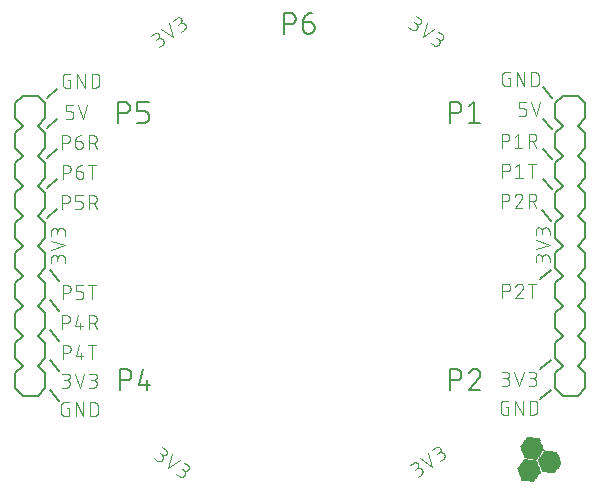
<source format=gbr>
G04 EAGLE Gerber RS-274X export*
G75*
%MOMM*%
%FSLAX34Y34*%
%LPD*%
%INSilkscreen Top*%
%IPPOS*%
%AMOC8*
5,1,8,0,0,1.08239X$1,22.5*%
G01*
%ADD10C,0.101600*%
%ADD11C,0.152400*%
%ADD12R,0.014731X0.014731*%
%ADD13R,0.147319X0.014731*%
%ADD14R,0.265175X0.014731*%
%ADD15R,0.383031X0.014731*%
%ADD16R,0.515619X0.014731*%
%ADD17R,0.633475X0.014731*%
%ADD18R,0.751331X0.014731*%
%ADD19R,0.883919X0.014731*%
%ADD20R,1.001775X0.014731*%
%ADD21R,1.119631X0.014731*%
%ADD22R,1.134363X0.014731*%
%ADD23R,1.149094X0.014731*%
%ADD24R,1.163825X0.014731*%
%ADD25R,1.178556X0.014731*%
%ADD26R,1.193288X0.014731*%
%ADD27R,1.222756X0.014731*%
%ADD28R,1.237488X0.014731*%
%ADD29R,1.266950X0.014731*%
%ADD30R,1.281681X0.014731*%
%ADD31R,1.311144X0.014731*%
%ADD32R,1.325881X0.014731*%
%ADD33R,1.355344X0.014731*%
%ADD34R,1.370075X0.014731*%
%ADD35R,1.384806X0.014731*%
%ADD36R,1.399538X0.014731*%
%ADD37R,1.414275X0.014731*%
%ADD38R,1.443738X0.014731*%
%ADD39R,1.458469X0.014731*%
%ADD40R,1.487931X0.014731*%
%ADD41R,1.502663X0.014731*%
%ADD42R,1.517394X0.014731*%
%ADD43R,1.532125X0.014731*%
%ADD44R,1.546856X0.014731*%
%ADD45R,1.576319X0.014731*%
%ADD46R,1.605788X0.014731*%
%ADD47R,1.620519X0.014731*%
%ADD48R,1.649981X0.014731*%
%ADD49R,1.664713X0.014731*%
%ADD50R,1.694175X0.014731*%
%ADD51R,1.708913X0.014731*%
%ADD52R,1.738375X0.014731*%
%ADD53R,1.753106X0.014731*%
%ADD54R,1.767838X0.014731*%
%ADD55R,1.782569X0.014731*%
%ADD56R,1.797306X0.014731*%
%ADD57R,0.117856X0.014731*%
%ADD58R,1.826769X0.014731*%
%ADD59R,0.235713X0.014731*%
%ADD60R,0.353569X0.014731*%
%ADD61R,1.856231X0.014731*%
%ADD62R,0.486156X0.014731*%
%ADD63R,1.870963X0.014731*%
%ADD64R,0.604013X0.014731*%
%ADD65R,0.721869X0.014731*%
%ADD66R,1.885694X0.014731*%
%ADD67R,0.839719X0.014731*%
%ADD68R,0.972306X0.014731*%
%ADD69R,1.090169X0.014731*%
%ADD70R,1.208025X0.014731*%
%ADD71R,1.252219X0.014731*%
%ADD72R,1.296412X0.014731*%
%ADD73R,1.340612X0.014731*%
%ADD74R,1.826763X0.014731*%
%ADD75R,1.414269X0.014731*%
%ADD76R,1.812031X0.014731*%
%ADD77R,1.429000X0.014731*%
%ADD78R,1.458462X0.014731*%
%ADD79R,1.473200X0.014731*%
%ADD80R,1.723644X0.014731*%
%ADD81R,1.694181X0.014731*%
%ADD82R,1.679450X0.014731*%
%ADD83R,1.561594X0.014731*%
%ADD84R,1.576325X0.014731*%
%ADD85R,1.591056X0.014731*%
%ADD86R,1.635250X0.014731*%
%ADD87R,1.561588X0.014731*%
%ADD88R,1.443731X0.014731*%
%ADD89R,1.797300X0.014731*%
%ADD90R,1.841500X0.014731*%
%ADD91R,1.311150X0.014731*%
%ADD92R,1.296419X0.014731*%
%ADD93R,1.193294X0.014731*%
%ADD94R,0.957575X0.014731*%
%ADD95R,0.589281X0.014731*%
%ADD96R,0.471425X0.014731*%
%ADD97R,0.220975X0.014731*%
%ADD98R,1.812038X0.014731*%
%ADD99R,0.103119X0.014731*%
%ADD100R,0.029463X0.014731*%
%ADD101R,0.162050X0.014731*%
%ADD102R,0.397763X0.014731*%
%ADD103R,0.648206X0.014731*%
%ADD104R,1.679444X0.014731*%
%ADD105R,1.016506X0.014731*%
%ADD106R,1.104900X0.014731*%
%ADD107R,1.222750X0.014731*%
%ADD108R,1.429006X0.014731*%
%ADD109R,1.208019X0.014731*%
%ADD110R,0.987044X0.014731*%
%ADD111R,0.854456X0.014731*%
%ADD112R,0.618744X0.014731*%
%ADD113R,0.500888X0.014731*%
%ADD114R,0.368300X0.014731*%
%ADD115R,0.132587X0.014731*%
%ADD116R,1.664719X0.014731*%
%ADD117R,1.075438X0.014731*%
%ADD118R,0.942844X0.014731*%
%ADD119R,0.707131X0.014731*%
%ADD120R,0.456694X0.014731*%
%ADD121R,0.088388X0.014731*%


D10*
X91598Y413952D02*
X94256Y412090D01*
X94350Y412027D01*
X94446Y411967D01*
X94544Y411910D01*
X94644Y411857D01*
X94746Y411807D01*
X94850Y411761D01*
X94955Y411719D01*
X95061Y411680D01*
X95169Y411645D01*
X95278Y411614D01*
X95388Y411586D01*
X95499Y411563D01*
X95610Y411543D01*
X95722Y411527D01*
X95835Y411515D01*
X95948Y411507D01*
X96061Y411503D01*
X96175Y411503D01*
X96288Y411507D01*
X96401Y411515D01*
X96514Y411527D01*
X96626Y411543D01*
X96737Y411563D01*
X96848Y411586D01*
X96958Y411614D01*
X97067Y411645D01*
X97175Y411680D01*
X97281Y411719D01*
X97386Y411761D01*
X97490Y411807D01*
X97592Y411857D01*
X97692Y411910D01*
X97790Y411967D01*
X97886Y412027D01*
X97980Y412090D01*
X98071Y412157D01*
X98161Y412226D01*
X98248Y412299D01*
X98332Y412375D01*
X98413Y412454D01*
X98492Y412535D01*
X98568Y412619D01*
X98641Y412706D01*
X98710Y412796D01*
X98777Y412887D01*
X98840Y412981D01*
X98900Y413077D01*
X98957Y413175D01*
X99010Y413275D01*
X99060Y413377D01*
X99106Y413481D01*
X99148Y413586D01*
X99187Y413692D01*
X99222Y413800D01*
X99253Y413909D01*
X99281Y414019D01*
X99304Y414130D01*
X99324Y414241D01*
X99340Y414353D01*
X99352Y414466D01*
X99360Y414579D01*
X99364Y414692D01*
X99364Y414806D01*
X99360Y414919D01*
X99352Y415032D01*
X99340Y415145D01*
X99324Y415257D01*
X99304Y415368D01*
X99281Y415479D01*
X99253Y415589D01*
X99222Y415698D01*
X99187Y415806D01*
X99148Y415912D01*
X99106Y416017D01*
X99060Y416121D01*
X99010Y416223D01*
X98957Y416323D01*
X98900Y416421D01*
X98840Y416517D01*
X98777Y416611D01*
X98710Y416702D01*
X98641Y416792D01*
X98568Y416879D01*
X98492Y416963D01*
X98413Y417044D01*
X98332Y417123D01*
X98248Y417199D01*
X98161Y417272D01*
X98072Y417341D01*
X97980Y417408D01*
X101490Y421289D02*
X98299Y423523D01*
X101489Y421289D02*
X101570Y421229D01*
X101649Y421167D01*
X101726Y421101D01*
X101800Y421033D01*
X101871Y420962D01*
X101939Y420888D01*
X102005Y420811D01*
X102067Y420732D01*
X102127Y420651D01*
X102183Y420567D01*
X102236Y420482D01*
X102285Y420394D01*
X102331Y420305D01*
X102374Y420213D01*
X102413Y420120D01*
X102448Y420026D01*
X102480Y419931D01*
X102508Y419834D01*
X102532Y419736D01*
X102552Y419638D01*
X102569Y419538D01*
X102581Y419438D01*
X102590Y419338D01*
X102595Y419238D01*
X102596Y419137D01*
X102593Y419036D01*
X102586Y418936D01*
X102575Y418836D01*
X102561Y418736D01*
X102542Y418637D01*
X102520Y418539D01*
X102494Y418442D01*
X102464Y418345D01*
X102431Y418251D01*
X102394Y418157D01*
X102353Y418065D01*
X102308Y417974D01*
X102261Y417886D01*
X102209Y417799D01*
X102155Y417715D01*
X102097Y417632D01*
X102036Y417552D01*
X101972Y417474D01*
X101905Y417399D01*
X101836Y417326D01*
X101763Y417257D01*
X101688Y417190D01*
X101610Y417126D01*
X101530Y417065D01*
X101447Y417007D01*
X101363Y416953D01*
X101276Y416901D01*
X101188Y416854D01*
X101097Y416809D01*
X101005Y416768D01*
X100911Y416731D01*
X100817Y416698D01*
X100720Y416668D01*
X100623Y416642D01*
X100525Y416620D01*
X100426Y416601D01*
X100326Y416587D01*
X100226Y416576D01*
X100126Y416569D01*
X100025Y416566D01*
X99924Y416567D01*
X99824Y416572D01*
X99724Y416581D01*
X99624Y416593D01*
X99524Y416610D01*
X99426Y416630D01*
X99328Y416654D01*
X99231Y416682D01*
X99136Y416714D01*
X99042Y416749D01*
X98949Y416788D01*
X98857Y416831D01*
X98768Y416877D01*
X98680Y416926D01*
X98595Y416979D01*
X98511Y417035D01*
X96384Y418525D01*
X107130Y417339D02*
X103619Y405534D01*
X113511Y412872D01*
X110323Y400840D02*
X112982Y398978D01*
X113076Y398915D01*
X113172Y398855D01*
X113270Y398798D01*
X113370Y398745D01*
X113472Y398695D01*
X113576Y398649D01*
X113681Y398607D01*
X113787Y398568D01*
X113895Y398533D01*
X114004Y398502D01*
X114114Y398474D01*
X114225Y398451D01*
X114336Y398431D01*
X114448Y398415D01*
X114561Y398403D01*
X114674Y398395D01*
X114787Y398391D01*
X114901Y398391D01*
X115014Y398395D01*
X115127Y398403D01*
X115240Y398415D01*
X115352Y398431D01*
X115463Y398451D01*
X115574Y398474D01*
X115684Y398502D01*
X115793Y398533D01*
X115901Y398568D01*
X116007Y398607D01*
X116112Y398649D01*
X116216Y398695D01*
X116318Y398745D01*
X116418Y398798D01*
X116516Y398855D01*
X116612Y398915D01*
X116706Y398978D01*
X116797Y399045D01*
X116887Y399114D01*
X116974Y399187D01*
X117058Y399263D01*
X117139Y399342D01*
X117218Y399423D01*
X117294Y399507D01*
X117367Y399594D01*
X117436Y399684D01*
X117503Y399775D01*
X117566Y399869D01*
X117626Y399965D01*
X117683Y400063D01*
X117736Y400163D01*
X117786Y400265D01*
X117832Y400369D01*
X117874Y400474D01*
X117913Y400580D01*
X117948Y400688D01*
X117979Y400797D01*
X118007Y400907D01*
X118030Y401018D01*
X118050Y401129D01*
X118066Y401241D01*
X118078Y401354D01*
X118086Y401467D01*
X118090Y401580D01*
X118090Y401694D01*
X118086Y401807D01*
X118078Y401920D01*
X118066Y402033D01*
X118050Y402145D01*
X118030Y402256D01*
X118007Y402367D01*
X117979Y402477D01*
X117948Y402586D01*
X117913Y402694D01*
X117874Y402800D01*
X117832Y402905D01*
X117786Y403009D01*
X117736Y403111D01*
X117683Y403211D01*
X117626Y403309D01*
X117566Y403405D01*
X117503Y403499D01*
X117436Y403590D01*
X117367Y403680D01*
X117294Y403767D01*
X117218Y403851D01*
X117139Y403932D01*
X117058Y404011D01*
X116974Y404087D01*
X116887Y404160D01*
X116798Y404229D01*
X116706Y404296D01*
X120215Y408177D02*
X117025Y410411D01*
X120215Y408177D02*
X120296Y408117D01*
X120375Y408055D01*
X120452Y407989D01*
X120526Y407921D01*
X120597Y407850D01*
X120665Y407776D01*
X120731Y407699D01*
X120793Y407620D01*
X120853Y407539D01*
X120909Y407455D01*
X120962Y407370D01*
X121011Y407282D01*
X121057Y407193D01*
X121100Y407101D01*
X121139Y407008D01*
X121174Y406914D01*
X121206Y406819D01*
X121234Y406722D01*
X121258Y406624D01*
X121278Y406526D01*
X121295Y406426D01*
X121307Y406326D01*
X121316Y406226D01*
X121321Y406126D01*
X121322Y406025D01*
X121319Y405924D01*
X121312Y405824D01*
X121301Y405724D01*
X121287Y405624D01*
X121268Y405525D01*
X121246Y405427D01*
X121220Y405330D01*
X121190Y405233D01*
X121157Y405139D01*
X121120Y405045D01*
X121079Y404953D01*
X121034Y404862D01*
X120987Y404774D01*
X120935Y404687D01*
X120881Y404603D01*
X120823Y404520D01*
X120762Y404440D01*
X120698Y404362D01*
X120631Y404287D01*
X120562Y404214D01*
X120489Y404145D01*
X120414Y404078D01*
X120336Y404014D01*
X120256Y403953D01*
X120173Y403895D01*
X120089Y403841D01*
X120002Y403789D01*
X119914Y403742D01*
X119823Y403697D01*
X119731Y403656D01*
X119637Y403619D01*
X119543Y403586D01*
X119446Y403556D01*
X119349Y403530D01*
X119251Y403508D01*
X119152Y403489D01*
X119052Y403475D01*
X118952Y403464D01*
X118852Y403457D01*
X118751Y403454D01*
X118650Y403455D01*
X118550Y403460D01*
X118450Y403469D01*
X118350Y403481D01*
X118250Y403498D01*
X118152Y403518D01*
X118054Y403542D01*
X117957Y403570D01*
X117862Y403602D01*
X117768Y403637D01*
X117675Y403676D01*
X117583Y403719D01*
X117494Y403765D01*
X117406Y403814D01*
X117321Y403867D01*
X117237Y403923D01*
X115110Y405413D01*
X211092Y218530D02*
X211092Y215284D01*
X211092Y218530D02*
X211090Y218643D01*
X211084Y218756D01*
X211074Y218869D01*
X211060Y218982D01*
X211043Y219094D01*
X211021Y219205D01*
X210996Y219315D01*
X210966Y219425D01*
X210933Y219533D01*
X210896Y219640D01*
X210856Y219746D01*
X210811Y219850D01*
X210763Y219953D01*
X210712Y220054D01*
X210657Y220153D01*
X210599Y220250D01*
X210537Y220345D01*
X210472Y220438D01*
X210404Y220528D01*
X210333Y220616D01*
X210258Y220702D01*
X210181Y220785D01*
X210101Y220865D01*
X210018Y220942D01*
X209932Y221017D01*
X209844Y221088D01*
X209754Y221156D01*
X209661Y221221D01*
X209566Y221283D01*
X209469Y221341D01*
X209370Y221396D01*
X209269Y221447D01*
X209166Y221495D01*
X209062Y221540D01*
X208956Y221580D01*
X208849Y221617D01*
X208741Y221650D01*
X208631Y221680D01*
X208521Y221705D01*
X208410Y221727D01*
X208298Y221744D01*
X208185Y221758D01*
X208072Y221768D01*
X207959Y221774D01*
X207846Y221776D01*
X207733Y221774D01*
X207620Y221768D01*
X207507Y221758D01*
X207394Y221744D01*
X207282Y221727D01*
X207171Y221705D01*
X207061Y221680D01*
X206951Y221650D01*
X206843Y221617D01*
X206736Y221580D01*
X206630Y221540D01*
X206526Y221495D01*
X206423Y221447D01*
X206322Y221396D01*
X206223Y221341D01*
X206126Y221283D01*
X206031Y221221D01*
X205938Y221156D01*
X205848Y221088D01*
X205760Y221017D01*
X205674Y220942D01*
X205591Y220865D01*
X205511Y220785D01*
X205434Y220702D01*
X205359Y220616D01*
X205288Y220528D01*
X205220Y220438D01*
X205155Y220345D01*
X205093Y220250D01*
X205035Y220153D01*
X204980Y220054D01*
X204929Y219953D01*
X204881Y219850D01*
X204836Y219746D01*
X204796Y219640D01*
X204759Y219533D01*
X204726Y219425D01*
X204696Y219315D01*
X204671Y219205D01*
X204649Y219094D01*
X204632Y218982D01*
X204618Y218869D01*
X204608Y218756D01*
X204602Y218643D01*
X204600Y218530D01*
X199408Y219179D02*
X199408Y215284D01*
X199408Y219179D02*
X199410Y219280D01*
X199416Y219380D01*
X199426Y219480D01*
X199439Y219580D01*
X199457Y219679D01*
X199478Y219778D01*
X199503Y219875D01*
X199532Y219972D01*
X199565Y220067D01*
X199601Y220161D01*
X199641Y220253D01*
X199684Y220344D01*
X199731Y220433D01*
X199781Y220520D01*
X199835Y220606D01*
X199892Y220689D01*
X199952Y220769D01*
X200015Y220848D01*
X200082Y220924D01*
X200151Y220997D01*
X200223Y221067D01*
X200297Y221135D01*
X200374Y221200D01*
X200454Y221261D01*
X200536Y221320D01*
X200620Y221375D01*
X200706Y221427D01*
X200794Y221476D01*
X200884Y221521D01*
X200976Y221563D01*
X201069Y221601D01*
X201164Y221635D01*
X201259Y221666D01*
X201356Y221693D01*
X201454Y221716D01*
X201553Y221736D01*
X201653Y221751D01*
X201753Y221763D01*
X201853Y221771D01*
X201954Y221775D01*
X202054Y221775D01*
X202155Y221771D01*
X202255Y221763D01*
X202355Y221751D01*
X202455Y221736D01*
X202554Y221716D01*
X202652Y221693D01*
X202749Y221666D01*
X202844Y221635D01*
X202939Y221601D01*
X203032Y221563D01*
X203124Y221521D01*
X203214Y221476D01*
X203302Y221427D01*
X203388Y221375D01*
X203472Y221320D01*
X203554Y221261D01*
X203634Y221200D01*
X203711Y221135D01*
X203785Y221067D01*
X203857Y220997D01*
X203926Y220924D01*
X203993Y220848D01*
X204056Y220769D01*
X204116Y220689D01*
X204173Y220606D01*
X204227Y220520D01*
X204277Y220433D01*
X204324Y220344D01*
X204367Y220253D01*
X204407Y220161D01*
X204443Y220067D01*
X204476Y219972D01*
X204505Y219875D01*
X204530Y219778D01*
X204551Y219679D01*
X204569Y219580D01*
X204582Y219480D01*
X204592Y219380D01*
X204598Y219280D01*
X204600Y219179D01*
X204601Y219179D02*
X204601Y216583D01*
X199408Y226065D02*
X211092Y229960D01*
X199408Y233855D01*
X211092Y238144D02*
X211092Y241390D01*
X211090Y241503D01*
X211084Y241616D01*
X211074Y241729D01*
X211060Y241842D01*
X211043Y241954D01*
X211021Y242065D01*
X210996Y242175D01*
X210966Y242285D01*
X210933Y242393D01*
X210896Y242500D01*
X210856Y242606D01*
X210811Y242710D01*
X210763Y242813D01*
X210712Y242914D01*
X210657Y243013D01*
X210599Y243110D01*
X210537Y243205D01*
X210472Y243298D01*
X210404Y243388D01*
X210333Y243476D01*
X210258Y243562D01*
X210181Y243645D01*
X210101Y243725D01*
X210018Y243802D01*
X209932Y243877D01*
X209844Y243948D01*
X209754Y244016D01*
X209661Y244081D01*
X209566Y244143D01*
X209469Y244201D01*
X209370Y244256D01*
X209269Y244307D01*
X209166Y244355D01*
X209062Y244400D01*
X208956Y244440D01*
X208849Y244477D01*
X208741Y244510D01*
X208631Y244540D01*
X208521Y244565D01*
X208410Y244587D01*
X208298Y244604D01*
X208185Y244618D01*
X208072Y244628D01*
X207959Y244634D01*
X207846Y244636D01*
X207733Y244634D01*
X207620Y244628D01*
X207507Y244618D01*
X207394Y244604D01*
X207282Y244587D01*
X207171Y244565D01*
X207061Y244540D01*
X206951Y244510D01*
X206843Y244477D01*
X206736Y244440D01*
X206630Y244400D01*
X206526Y244355D01*
X206423Y244307D01*
X206322Y244256D01*
X206223Y244201D01*
X206126Y244143D01*
X206031Y244081D01*
X205938Y244016D01*
X205848Y243948D01*
X205760Y243877D01*
X205674Y243802D01*
X205591Y243725D01*
X205511Y243645D01*
X205434Y243562D01*
X205359Y243476D01*
X205288Y243388D01*
X205220Y243298D01*
X205155Y243205D01*
X205093Y243110D01*
X205035Y243013D01*
X204980Y242914D01*
X204929Y242813D01*
X204881Y242710D01*
X204836Y242606D01*
X204796Y242500D01*
X204759Y242393D01*
X204726Y242285D01*
X204696Y242175D01*
X204671Y242065D01*
X204649Y241954D01*
X204632Y241842D01*
X204618Y241729D01*
X204608Y241616D01*
X204602Y241503D01*
X204600Y241390D01*
X199408Y242039D02*
X199408Y238144D01*
X199408Y242039D02*
X199410Y242140D01*
X199416Y242240D01*
X199426Y242340D01*
X199439Y242440D01*
X199457Y242539D01*
X199478Y242638D01*
X199503Y242735D01*
X199532Y242832D01*
X199565Y242927D01*
X199601Y243021D01*
X199641Y243113D01*
X199684Y243204D01*
X199731Y243293D01*
X199781Y243380D01*
X199835Y243466D01*
X199892Y243549D01*
X199952Y243629D01*
X200015Y243708D01*
X200082Y243784D01*
X200151Y243857D01*
X200223Y243927D01*
X200297Y243995D01*
X200374Y244060D01*
X200454Y244121D01*
X200536Y244180D01*
X200620Y244235D01*
X200706Y244287D01*
X200794Y244336D01*
X200884Y244381D01*
X200976Y244423D01*
X201069Y244461D01*
X201164Y244495D01*
X201259Y244526D01*
X201356Y244553D01*
X201454Y244576D01*
X201553Y244596D01*
X201653Y244611D01*
X201753Y244623D01*
X201853Y244631D01*
X201954Y244635D01*
X202054Y244635D01*
X202155Y244631D01*
X202255Y244623D01*
X202355Y244611D01*
X202455Y244596D01*
X202554Y244576D01*
X202652Y244553D01*
X202749Y244526D01*
X202844Y244495D01*
X202939Y244461D01*
X203032Y244423D01*
X203124Y244381D01*
X203214Y244336D01*
X203302Y244287D01*
X203388Y244235D01*
X203472Y244180D01*
X203554Y244121D01*
X203634Y244060D01*
X203711Y243995D01*
X203785Y243927D01*
X203857Y243857D01*
X203926Y243784D01*
X203993Y243708D01*
X204056Y243629D01*
X204116Y243549D01*
X204173Y243466D01*
X204227Y243380D01*
X204277Y243293D01*
X204324Y243204D01*
X204367Y243113D01*
X204407Y243021D01*
X204443Y242927D01*
X204476Y242832D01*
X204505Y242735D01*
X204530Y242638D01*
X204551Y242539D01*
X204569Y242440D01*
X204582Y242340D01*
X204592Y242240D01*
X204598Y242140D01*
X204600Y242039D01*
X204601Y242039D02*
X204601Y239443D01*
X102228Y35349D02*
X99569Y33487D01*
X102228Y35348D02*
X102319Y35415D01*
X102409Y35484D01*
X102496Y35557D01*
X102580Y35633D01*
X102661Y35712D01*
X102740Y35793D01*
X102816Y35877D01*
X102889Y35964D01*
X102958Y36054D01*
X103025Y36145D01*
X103088Y36239D01*
X103148Y36335D01*
X103205Y36433D01*
X103258Y36533D01*
X103308Y36635D01*
X103354Y36739D01*
X103396Y36844D01*
X103435Y36950D01*
X103470Y37058D01*
X103501Y37167D01*
X103529Y37277D01*
X103552Y37388D01*
X103572Y37499D01*
X103588Y37611D01*
X103600Y37724D01*
X103608Y37837D01*
X103612Y37950D01*
X103612Y38064D01*
X103608Y38177D01*
X103600Y38290D01*
X103588Y38403D01*
X103572Y38515D01*
X103552Y38626D01*
X103529Y38737D01*
X103501Y38847D01*
X103470Y38956D01*
X103435Y39064D01*
X103396Y39170D01*
X103354Y39275D01*
X103308Y39379D01*
X103258Y39481D01*
X103205Y39581D01*
X103148Y39679D01*
X103088Y39775D01*
X103025Y39869D01*
X102958Y39960D01*
X102889Y40050D01*
X102816Y40137D01*
X102740Y40221D01*
X102661Y40302D01*
X102580Y40381D01*
X102496Y40457D01*
X102409Y40530D01*
X102320Y40599D01*
X102228Y40666D01*
X102134Y40729D01*
X102038Y40789D01*
X101940Y40846D01*
X101840Y40899D01*
X101738Y40949D01*
X101634Y40995D01*
X101529Y41037D01*
X101423Y41076D01*
X101315Y41111D01*
X101206Y41142D01*
X101096Y41170D01*
X100985Y41193D01*
X100874Y41213D01*
X100762Y41229D01*
X100649Y41241D01*
X100536Y41249D01*
X100423Y41253D01*
X100309Y41253D01*
X100196Y41249D01*
X100083Y41241D01*
X99970Y41229D01*
X99858Y41213D01*
X99747Y41193D01*
X99636Y41170D01*
X99526Y41142D01*
X99417Y41111D01*
X99309Y41076D01*
X99203Y41037D01*
X99098Y40995D01*
X98994Y40949D01*
X98892Y40899D01*
X98792Y40846D01*
X98694Y40789D01*
X98598Y40729D01*
X98504Y40666D01*
X96058Y45292D02*
X92868Y43058D01*
X96058Y45292D02*
X96142Y45348D01*
X96227Y45401D01*
X96315Y45450D01*
X96404Y45496D01*
X96496Y45539D01*
X96589Y45578D01*
X96683Y45613D01*
X96778Y45645D01*
X96875Y45673D01*
X96973Y45697D01*
X97071Y45717D01*
X97171Y45734D01*
X97271Y45746D01*
X97371Y45755D01*
X97472Y45760D01*
X97572Y45761D01*
X97673Y45758D01*
X97773Y45751D01*
X97873Y45740D01*
X97973Y45726D01*
X98072Y45707D01*
X98170Y45685D01*
X98267Y45659D01*
X98364Y45629D01*
X98459Y45596D01*
X98552Y45559D01*
X98644Y45518D01*
X98735Y45473D01*
X98823Y45426D01*
X98910Y45374D01*
X98994Y45320D01*
X99077Y45262D01*
X99157Y45201D01*
X99235Y45137D01*
X99310Y45070D01*
X99383Y45001D01*
X99452Y44928D01*
X99519Y44853D01*
X99583Y44775D01*
X99644Y44695D01*
X99702Y44612D01*
X99756Y44528D01*
X99808Y44441D01*
X99855Y44353D01*
X99900Y44262D01*
X99941Y44170D01*
X99978Y44076D01*
X100011Y43982D01*
X100041Y43885D01*
X100067Y43788D01*
X100089Y43690D01*
X100108Y43591D01*
X100122Y43491D01*
X100133Y43391D01*
X100140Y43291D01*
X100143Y43190D01*
X100142Y43090D01*
X100137Y42989D01*
X100128Y42889D01*
X100116Y42789D01*
X100099Y42689D01*
X100079Y42591D01*
X100055Y42493D01*
X100027Y42396D01*
X99995Y42301D01*
X99960Y42207D01*
X99921Y42114D01*
X99878Y42022D01*
X99832Y41933D01*
X99783Y41845D01*
X99730Y41760D01*
X99674Y41676D01*
X99614Y41595D01*
X99552Y41516D01*
X99486Y41439D01*
X99418Y41365D01*
X99347Y41294D01*
X99273Y41226D01*
X99196Y41160D01*
X99117Y41098D01*
X99036Y41038D01*
X96910Y39549D01*
X101699Y49242D02*
X111591Y41904D01*
X108079Y53709D01*
X118295Y46599D02*
X120954Y48460D01*
X121045Y48527D01*
X121135Y48596D01*
X121222Y48669D01*
X121306Y48745D01*
X121387Y48824D01*
X121466Y48905D01*
X121542Y48989D01*
X121615Y49076D01*
X121684Y49166D01*
X121751Y49257D01*
X121814Y49351D01*
X121874Y49447D01*
X121931Y49545D01*
X121984Y49645D01*
X122034Y49747D01*
X122080Y49851D01*
X122122Y49956D01*
X122161Y50062D01*
X122196Y50170D01*
X122227Y50279D01*
X122255Y50389D01*
X122278Y50500D01*
X122298Y50611D01*
X122314Y50723D01*
X122326Y50836D01*
X122334Y50949D01*
X122338Y51062D01*
X122338Y51176D01*
X122334Y51289D01*
X122326Y51402D01*
X122314Y51515D01*
X122298Y51627D01*
X122278Y51738D01*
X122255Y51849D01*
X122227Y51959D01*
X122196Y52068D01*
X122161Y52176D01*
X122122Y52282D01*
X122080Y52387D01*
X122034Y52491D01*
X121984Y52593D01*
X121931Y52693D01*
X121874Y52791D01*
X121814Y52887D01*
X121751Y52981D01*
X121684Y53072D01*
X121615Y53162D01*
X121542Y53249D01*
X121466Y53333D01*
X121387Y53414D01*
X121306Y53493D01*
X121222Y53569D01*
X121135Y53642D01*
X121046Y53711D01*
X120954Y53778D01*
X120860Y53841D01*
X120764Y53901D01*
X120666Y53958D01*
X120566Y54011D01*
X120464Y54061D01*
X120360Y54107D01*
X120255Y54149D01*
X120149Y54188D01*
X120041Y54223D01*
X119932Y54254D01*
X119822Y54282D01*
X119711Y54305D01*
X119600Y54325D01*
X119488Y54341D01*
X119375Y54353D01*
X119262Y54361D01*
X119149Y54365D01*
X119035Y54365D01*
X118922Y54361D01*
X118809Y54353D01*
X118696Y54341D01*
X118584Y54325D01*
X118473Y54305D01*
X118362Y54282D01*
X118252Y54254D01*
X118143Y54223D01*
X118035Y54188D01*
X117929Y54149D01*
X117824Y54107D01*
X117720Y54061D01*
X117618Y54011D01*
X117518Y53958D01*
X117420Y53901D01*
X117324Y53841D01*
X117230Y53778D01*
X114784Y58404D02*
X111593Y56170D01*
X114784Y58404D02*
X114868Y58460D01*
X114953Y58513D01*
X115041Y58562D01*
X115130Y58608D01*
X115222Y58651D01*
X115315Y58690D01*
X115409Y58725D01*
X115504Y58757D01*
X115601Y58785D01*
X115699Y58809D01*
X115797Y58829D01*
X115897Y58846D01*
X115997Y58858D01*
X116097Y58867D01*
X116198Y58872D01*
X116298Y58873D01*
X116399Y58870D01*
X116499Y58863D01*
X116599Y58852D01*
X116699Y58838D01*
X116798Y58819D01*
X116896Y58797D01*
X116993Y58771D01*
X117090Y58741D01*
X117185Y58708D01*
X117278Y58671D01*
X117370Y58630D01*
X117461Y58585D01*
X117549Y58538D01*
X117636Y58486D01*
X117720Y58432D01*
X117803Y58374D01*
X117883Y58313D01*
X117961Y58249D01*
X118036Y58182D01*
X118109Y58113D01*
X118178Y58040D01*
X118245Y57965D01*
X118309Y57887D01*
X118370Y57807D01*
X118428Y57724D01*
X118482Y57640D01*
X118534Y57553D01*
X118581Y57465D01*
X118626Y57374D01*
X118667Y57282D01*
X118704Y57188D01*
X118737Y57094D01*
X118767Y56997D01*
X118793Y56900D01*
X118815Y56802D01*
X118834Y56703D01*
X118848Y56603D01*
X118859Y56503D01*
X118866Y56403D01*
X118869Y56302D01*
X118868Y56202D01*
X118863Y56101D01*
X118854Y56001D01*
X118842Y55901D01*
X118825Y55801D01*
X118805Y55703D01*
X118781Y55605D01*
X118753Y55508D01*
X118721Y55413D01*
X118686Y55319D01*
X118647Y55226D01*
X118604Y55134D01*
X118558Y55045D01*
X118509Y54957D01*
X118456Y54872D01*
X118400Y54788D01*
X118340Y54707D01*
X118278Y54628D01*
X118212Y54551D01*
X118144Y54477D01*
X118073Y54406D01*
X117999Y54338D01*
X117922Y54272D01*
X117843Y54210D01*
X117762Y54150D01*
X115635Y52661D01*
X-121244Y47190D02*
X-123902Y49052D01*
X-121244Y47190D02*
X-121150Y47127D01*
X-121054Y47067D01*
X-120956Y47010D01*
X-120856Y46957D01*
X-120754Y46907D01*
X-120650Y46861D01*
X-120545Y46819D01*
X-120439Y46780D01*
X-120331Y46745D01*
X-120222Y46714D01*
X-120112Y46686D01*
X-120001Y46663D01*
X-119890Y46643D01*
X-119778Y46627D01*
X-119665Y46615D01*
X-119552Y46607D01*
X-119439Y46603D01*
X-119325Y46603D01*
X-119212Y46607D01*
X-119099Y46615D01*
X-118986Y46627D01*
X-118874Y46643D01*
X-118763Y46663D01*
X-118652Y46686D01*
X-118542Y46714D01*
X-118433Y46745D01*
X-118325Y46780D01*
X-118219Y46819D01*
X-118114Y46861D01*
X-118010Y46907D01*
X-117908Y46957D01*
X-117808Y47010D01*
X-117710Y47067D01*
X-117614Y47127D01*
X-117520Y47190D01*
X-117429Y47257D01*
X-117339Y47326D01*
X-117252Y47399D01*
X-117168Y47475D01*
X-117087Y47554D01*
X-117008Y47635D01*
X-116932Y47719D01*
X-116859Y47806D01*
X-116790Y47896D01*
X-116723Y47987D01*
X-116660Y48081D01*
X-116600Y48177D01*
X-116543Y48275D01*
X-116490Y48375D01*
X-116440Y48477D01*
X-116394Y48581D01*
X-116352Y48686D01*
X-116313Y48792D01*
X-116278Y48900D01*
X-116247Y49009D01*
X-116219Y49119D01*
X-116196Y49230D01*
X-116176Y49341D01*
X-116160Y49453D01*
X-116148Y49566D01*
X-116140Y49679D01*
X-116136Y49792D01*
X-116136Y49906D01*
X-116140Y50019D01*
X-116148Y50132D01*
X-116160Y50245D01*
X-116176Y50357D01*
X-116196Y50468D01*
X-116219Y50579D01*
X-116247Y50689D01*
X-116278Y50798D01*
X-116313Y50906D01*
X-116352Y51012D01*
X-116394Y51117D01*
X-116440Y51221D01*
X-116490Y51323D01*
X-116543Y51423D01*
X-116600Y51521D01*
X-116660Y51617D01*
X-116723Y51711D01*
X-116790Y51802D01*
X-116859Y51892D01*
X-116932Y51979D01*
X-117008Y52063D01*
X-117087Y52144D01*
X-117168Y52223D01*
X-117252Y52299D01*
X-117339Y52372D01*
X-117428Y52441D01*
X-117520Y52508D01*
X-114010Y56389D02*
X-117201Y58623D01*
X-114011Y56389D02*
X-113930Y56329D01*
X-113851Y56267D01*
X-113774Y56201D01*
X-113700Y56133D01*
X-113629Y56062D01*
X-113561Y55988D01*
X-113495Y55911D01*
X-113433Y55832D01*
X-113373Y55751D01*
X-113317Y55667D01*
X-113264Y55582D01*
X-113215Y55494D01*
X-113169Y55405D01*
X-113126Y55313D01*
X-113087Y55220D01*
X-113052Y55126D01*
X-113020Y55031D01*
X-112992Y54934D01*
X-112968Y54836D01*
X-112948Y54738D01*
X-112931Y54638D01*
X-112919Y54538D01*
X-112910Y54438D01*
X-112905Y54337D01*
X-112904Y54237D01*
X-112907Y54136D01*
X-112914Y54036D01*
X-112925Y53936D01*
X-112939Y53836D01*
X-112958Y53737D01*
X-112980Y53639D01*
X-113006Y53542D01*
X-113036Y53445D01*
X-113069Y53351D01*
X-113106Y53257D01*
X-113147Y53165D01*
X-113192Y53074D01*
X-113239Y52986D01*
X-113291Y52899D01*
X-113345Y52815D01*
X-113403Y52732D01*
X-113464Y52652D01*
X-113528Y52574D01*
X-113595Y52499D01*
X-113664Y52426D01*
X-113737Y52357D01*
X-113812Y52290D01*
X-113890Y52226D01*
X-113970Y52165D01*
X-114053Y52107D01*
X-114137Y52053D01*
X-114224Y52001D01*
X-114312Y51954D01*
X-114403Y51909D01*
X-114495Y51868D01*
X-114588Y51831D01*
X-114683Y51798D01*
X-114780Y51768D01*
X-114877Y51742D01*
X-114975Y51720D01*
X-115074Y51701D01*
X-115174Y51687D01*
X-115274Y51676D01*
X-115374Y51669D01*
X-115475Y51666D01*
X-115575Y51667D01*
X-115676Y51672D01*
X-115776Y51681D01*
X-115876Y51693D01*
X-115976Y51710D01*
X-116074Y51730D01*
X-116172Y51754D01*
X-116269Y51782D01*
X-116364Y51814D01*
X-116458Y51849D01*
X-116551Y51888D01*
X-116643Y51931D01*
X-116732Y51977D01*
X-116820Y52026D01*
X-116905Y52079D01*
X-116989Y52135D01*
X-119116Y53625D01*
X-108369Y52439D02*
X-111881Y40634D01*
X-101989Y47972D01*
X-105176Y35940D02*
X-102518Y34078D01*
X-102424Y34015D01*
X-102328Y33955D01*
X-102230Y33898D01*
X-102130Y33845D01*
X-102028Y33795D01*
X-101924Y33749D01*
X-101819Y33707D01*
X-101713Y33668D01*
X-101605Y33633D01*
X-101496Y33602D01*
X-101386Y33574D01*
X-101275Y33551D01*
X-101164Y33531D01*
X-101052Y33515D01*
X-100939Y33503D01*
X-100826Y33495D01*
X-100713Y33491D01*
X-100599Y33491D01*
X-100486Y33495D01*
X-100373Y33503D01*
X-100260Y33515D01*
X-100148Y33531D01*
X-100037Y33551D01*
X-99926Y33574D01*
X-99816Y33602D01*
X-99707Y33633D01*
X-99599Y33668D01*
X-99493Y33707D01*
X-99388Y33749D01*
X-99284Y33795D01*
X-99182Y33845D01*
X-99082Y33898D01*
X-98984Y33955D01*
X-98888Y34015D01*
X-98794Y34078D01*
X-98703Y34145D01*
X-98613Y34214D01*
X-98526Y34287D01*
X-98442Y34363D01*
X-98361Y34442D01*
X-98282Y34523D01*
X-98206Y34607D01*
X-98133Y34694D01*
X-98064Y34784D01*
X-97997Y34875D01*
X-97934Y34969D01*
X-97874Y35065D01*
X-97817Y35163D01*
X-97764Y35263D01*
X-97714Y35365D01*
X-97668Y35469D01*
X-97626Y35574D01*
X-97587Y35680D01*
X-97552Y35788D01*
X-97521Y35897D01*
X-97493Y36007D01*
X-97470Y36118D01*
X-97450Y36229D01*
X-97434Y36341D01*
X-97422Y36454D01*
X-97414Y36567D01*
X-97410Y36680D01*
X-97410Y36794D01*
X-97414Y36907D01*
X-97422Y37020D01*
X-97434Y37133D01*
X-97450Y37245D01*
X-97470Y37356D01*
X-97493Y37467D01*
X-97521Y37577D01*
X-97552Y37686D01*
X-97587Y37794D01*
X-97626Y37900D01*
X-97668Y38005D01*
X-97714Y38109D01*
X-97764Y38211D01*
X-97817Y38311D01*
X-97874Y38409D01*
X-97934Y38505D01*
X-97997Y38599D01*
X-98064Y38690D01*
X-98133Y38780D01*
X-98206Y38867D01*
X-98282Y38951D01*
X-98361Y39032D01*
X-98442Y39111D01*
X-98526Y39187D01*
X-98613Y39260D01*
X-98702Y39329D01*
X-98794Y39396D01*
X-95284Y43277D02*
X-98475Y45511D01*
X-95285Y43277D02*
X-95204Y43217D01*
X-95125Y43155D01*
X-95048Y43089D01*
X-94974Y43021D01*
X-94903Y42950D01*
X-94835Y42876D01*
X-94769Y42799D01*
X-94707Y42720D01*
X-94647Y42639D01*
X-94591Y42555D01*
X-94538Y42470D01*
X-94489Y42382D01*
X-94443Y42293D01*
X-94400Y42201D01*
X-94361Y42108D01*
X-94326Y42014D01*
X-94294Y41919D01*
X-94266Y41822D01*
X-94242Y41724D01*
X-94222Y41626D01*
X-94205Y41526D01*
X-94193Y41426D01*
X-94184Y41326D01*
X-94179Y41225D01*
X-94178Y41125D01*
X-94181Y41024D01*
X-94188Y40924D01*
X-94199Y40824D01*
X-94213Y40724D01*
X-94232Y40625D01*
X-94254Y40527D01*
X-94280Y40430D01*
X-94310Y40333D01*
X-94343Y40239D01*
X-94380Y40145D01*
X-94421Y40053D01*
X-94466Y39962D01*
X-94513Y39874D01*
X-94565Y39787D01*
X-94619Y39703D01*
X-94677Y39620D01*
X-94738Y39540D01*
X-94802Y39462D01*
X-94869Y39387D01*
X-94938Y39314D01*
X-95011Y39245D01*
X-95086Y39178D01*
X-95164Y39114D01*
X-95244Y39053D01*
X-95327Y38995D01*
X-95411Y38941D01*
X-95498Y38889D01*
X-95586Y38842D01*
X-95677Y38797D01*
X-95769Y38756D01*
X-95862Y38719D01*
X-95957Y38686D01*
X-96054Y38656D01*
X-96151Y38630D01*
X-96249Y38608D01*
X-96348Y38589D01*
X-96448Y38575D01*
X-96548Y38564D01*
X-96648Y38557D01*
X-96749Y38554D01*
X-96849Y38555D01*
X-96950Y38560D01*
X-97050Y38569D01*
X-97150Y38581D01*
X-97250Y38598D01*
X-97348Y38618D01*
X-97446Y38642D01*
X-97543Y38670D01*
X-97638Y38702D01*
X-97732Y38737D01*
X-97825Y38776D01*
X-97917Y38819D01*
X-98006Y38865D01*
X-98094Y38914D01*
X-98179Y38967D01*
X-98263Y39023D01*
X-100390Y40513D01*
X-199118Y214814D02*
X-199118Y218060D01*
X-199120Y218173D01*
X-199126Y218286D01*
X-199136Y218399D01*
X-199150Y218512D01*
X-199167Y218624D01*
X-199189Y218735D01*
X-199214Y218845D01*
X-199244Y218955D01*
X-199277Y219063D01*
X-199314Y219170D01*
X-199354Y219276D01*
X-199399Y219380D01*
X-199447Y219483D01*
X-199498Y219584D01*
X-199553Y219683D01*
X-199611Y219780D01*
X-199673Y219875D01*
X-199738Y219968D01*
X-199806Y220058D01*
X-199877Y220146D01*
X-199952Y220232D01*
X-200029Y220315D01*
X-200109Y220395D01*
X-200192Y220472D01*
X-200278Y220547D01*
X-200366Y220618D01*
X-200456Y220686D01*
X-200549Y220751D01*
X-200644Y220813D01*
X-200741Y220871D01*
X-200840Y220926D01*
X-200941Y220977D01*
X-201044Y221025D01*
X-201148Y221070D01*
X-201254Y221110D01*
X-201361Y221147D01*
X-201469Y221180D01*
X-201579Y221210D01*
X-201689Y221235D01*
X-201800Y221257D01*
X-201912Y221274D01*
X-202025Y221288D01*
X-202138Y221298D01*
X-202251Y221304D01*
X-202364Y221306D01*
X-202477Y221304D01*
X-202590Y221298D01*
X-202703Y221288D01*
X-202816Y221274D01*
X-202928Y221257D01*
X-203039Y221235D01*
X-203149Y221210D01*
X-203259Y221180D01*
X-203367Y221147D01*
X-203474Y221110D01*
X-203580Y221070D01*
X-203684Y221025D01*
X-203787Y220977D01*
X-203888Y220926D01*
X-203987Y220871D01*
X-204084Y220813D01*
X-204179Y220751D01*
X-204272Y220686D01*
X-204362Y220618D01*
X-204450Y220547D01*
X-204536Y220472D01*
X-204619Y220395D01*
X-204699Y220315D01*
X-204776Y220232D01*
X-204851Y220146D01*
X-204922Y220058D01*
X-204990Y219968D01*
X-205055Y219875D01*
X-205117Y219780D01*
X-205175Y219683D01*
X-205230Y219584D01*
X-205281Y219483D01*
X-205329Y219380D01*
X-205374Y219276D01*
X-205414Y219170D01*
X-205451Y219063D01*
X-205484Y218955D01*
X-205514Y218845D01*
X-205539Y218735D01*
X-205561Y218624D01*
X-205578Y218512D01*
X-205592Y218399D01*
X-205602Y218286D01*
X-205608Y218173D01*
X-205610Y218060D01*
X-210802Y218709D02*
X-210802Y214814D01*
X-210802Y218709D02*
X-210800Y218810D01*
X-210794Y218910D01*
X-210784Y219010D01*
X-210771Y219110D01*
X-210753Y219209D01*
X-210732Y219308D01*
X-210707Y219405D01*
X-210678Y219502D01*
X-210645Y219597D01*
X-210609Y219691D01*
X-210569Y219783D01*
X-210526Y219874D01*
X-210479Y219963D01*
X-210429Y220050D01*
X-210375Y220136D01*
X-210318Y220219D01*
X-210258Y220299D01*
X-210195Y220378D01*
X-210128Y220454D01*
X-210059Y220527D01*
X-209987Y220597D01*
X-209913Y220665D01*
X-209836Y220730D01*
X-209756Y220791D01*
X-209674Y220850D01*
X-209590Y220905D01*
X-209504Y220957D01*
X-209416Y221006D01*
X-209326Y221051D01*
X-209234Y221093D01*
X-209141Y221131D01*
X-209046Y221165D01*
X-208951Y221196D01*
X-208854Y221223D01*
X-208756Y221246D01*
X-208657Y221266D01*
X-208557Y221281D01*
X-208457Y221293D01*
X-208357Y221301D01*
X-208256Y221305D01*
X-208156Y221305D01*
X-208055Y221301D01*
X-207955Y221293D01*
X-207855Y221281D01*
X-207755Y221266D01*
X-207656Y221246D01*
X-207558Y221223D01*
X-207461Y221196D01*
X-207366Y221165D01*
X-207271Y221131D01*
X-207178Y221093D01*
X-207086Y221051D01*
X-206996Y221006D01*
X-206908Y220957D01*
X-206822Y220905D01*
X-206738Y220850D01*
X-206656Y220791D01*
X-206576Y220730D01*
X-206499Y220665D01*
X-206425Y220597D01*
X-206353Y220527D01*
X-206284Y220454D01*
X-206217Y220378D01*
X-206154Y220299D01*
X-206094Y220219D01*
X-206037Y220136D01*
X-205983Y220050D01*
X-205933Y219963D01*
X-205886Y219874D01*
X-205843Y219783D01*
X-205803Y219691D01*
X-205767Y219597D01*
X-205734Y219502D01*
X-205705Y219405D01*
X-205680Y219308D01*
X-205659Y219209D01*
X-205641Y219110D01*
X-205628Y219010D01*
X-205618Y218910D01*
X-205612Y218810D01*
X-205610Y218709D01*
X-205609Y218709D02*
X-205609Y216113D01*
X-210802Y225595D02*
X-199118Y229490D01*
X-210802Y233385D01*
X-199118Y237674D02*
X-199118Y240920D01*
X-199120Y241033D01*
X-199126Y241146D01*
X-199136Y241259D01*
X-199150Y241372D01*
X-199167Y241484D01*
X-199189Y241595D01*
X-199214Y241705D01*
X-199244Y241815D01*
X-199277Y241923D01*
X-199314Y242030D01*
X-199354Y242136D01*
X-199399Y242240D01*
X-199447Y242343D01*
X-199498Y242444D01*
X-199553Y242543D01*
X-199611Y242640D01*
X-199673Y242735D01*
X-199738Y242828D01*
X-199806Y242918D01*
X-199877Y243006D01*
X-199952Y243092D01*
X-200029Y243175D01*
X-200109Y243255D01*
X-200192Y243332D01*
X-200278Y243407D01*
X-200366Y243478D01*
X-200456Y243546D01*
X-200549Y243611D01*
X-200644Y243673D01*
X-200741Y243731D01*
X-200840Y243786D01*
X-200941Y243837D01*
X-201044Y243885D01*
X-201148Y243930D01*
X-201254Y243970D01*
X-201361Y244007D01*
X-201469Y244040D01*
X-201579Y244070D01*
X-201689Y244095D01*
X-201800Y244117D01*
X-201912Y244134D01*
X-202025Y244148D01*
X-202138Y244158D01*
X-202251Y244164D01*
X-202364Y244166D01*
X-202477Y244164D01*
X-202590Y244158D01*
X-202703Y244148D01*
X-202816Y244134D01*
X-202928Y244117D01*
X-203039Y244095D01*
X-203149Y244070D01*
X-203259Y244040D01*
X-203367Y244007D01*
X-203474Y243970D01*
X-203580Y243930D01*
X-203684Y243885D01*
X-203787Y243837D01*
X-203888Y243786D01*
X-203987Y243731D01*
X-204084Y243673D01*
X-204179Y243611D01*
X-204272Y243546D01*
X-204362Y243478D01*
X-204450Y243407D01*
X-204536Y243332D01*
X-204619Y243255D01*
X-204699Y243175D01*
X-204776Y243092D01*
X-204851Y243006D01*
X-204922Y242918D01*
X-204990Y242828D01*
X-205055Y242735D01*
X-205117Y242640D01*
X-205175Y242543D01*
X-205230Y242444D01*
X-205281Y242343D01*
X-205329Y242240D01*
X-205374Y242136D01*
X-205414Y242030D01*
X-205451Y241923D01*
X-205484Y241815D01*
X-205514Y241705D01*
X-205539Y241595D01*
X-205561Y241484D01*
X-205578Y241372D01*
X-205592Y241259D01*
X-205602Y241146D01*
X-205608Y241033D01*
X-205610Y240920D01*
X-210802Y241569D02*
X-210802Y237674D01*
X-210802Y241569D02*
X-210800Y241670D01*
X-210794Y241770D01*
X-210784Y241870D01*
X-210771Y241970D01*
X-210753Y242069D01*
X-210732Y242168D01*
X-210707Y242265D01*
X-210678Y242362D01*
X-210645Y242457D01*
X-210609Y242551D01*
X-210569Y242643D01*
X-210526Y242734D01*
X-210479Y242823D01*
X-210429Y242910D01*
X-210375Y242996D01*
X-210318Y243079D01*
X-210258Y243159D01*
X-210195Y243238D01*
X-210128Y243314D01*
X-210059Y243387D01*
X-209987Y243457D01*
X-209913Y243525D01*
X-209836Y243590D01*
X-209756Y243651D01*
X-209674Y243710D01*
X-209590Y243765D01*
X-209504Y243817D01*
X-209416Y243866D01*
X-209326Y243911D01*
X-209234Y243953D01*
X-209141Y243991D01*
X-209046Y244025D01*
X-208951Y244056D01*
X-208854Y244083D01*
X-208756Y244106D01*
X-208657Y244126D01*
X-208557Y244141D01*
X-208457Y244153D01*
X-208357Y244161D01*
X-208256Y244165D01*
X-208156Y244165D01*
X-208055Y244161D01*
X-207955Y244153D01*
X-207855Y244141D01*
X-207755Y244126D01*
X-207656Y244106D01*
X-207558Y244083D01*
X-207461Y244056D01*
X-207366Y244025D01*
X-207271Y243991D01*
X-207178Y243953D01*
X-207086Y243911D01*
X-206996Y243866D01*
X-206908Y243817D01*
X-206822Y243765D01*
X-206738Y243710D01*
X-206656Y243651D01*
X-206576Y243590D01*
X-206499Y243525D01*
X-206425Y243457D01*
X-206353Y243387D01*
X-206284Y243314D01*
X-206217Y243238D01*
X-206154Y243159D01*
X-206094Y243079D01*
X-206037Y242996D01*
X-205983Y242910D01*
X-205933Y242823D01*
X-205886Y242734D01*
X-205843Y242643D01*
X-205803Y242551D01*
X-205767Y242457D01*
X-205734Y242362D01*
X-205705Y242265D01*
X-205680Y242168D01*
X-205659Y242069D01*
X-205641Y241970D01*
X-205628Y241870D01*
X-205618Y241770D01*
X-205612Y241670D01*
X-205610Y241569D01*
X-205609Y241569D02*
X-205609Y238973D01*
X-119741Y397117D02*
X-117082Y398979D01*
X-117082Y398978D02*
X-116991Y399045D01*
X-116901Y399114D01*
X-116814Y399187D01*
X-116730Y399263D01*
X-116649Y399342D01*
X-116570Y399423D01*
X-116494Y399507D01*
X-116421Y399594D01*
X-116352Y399683D01*
X-116285Y399775D01*
X-116222Y399869D01*
X-116162Y399965D01*
X-116105Y400063D01*
X-116052Y400163D01*
X-116002Y400265D01*
X-115956Y400369D01*
X-115914Y400474D01*
X-115875Y400580D01*
X-115840Y400688D01*
X-115809Y400797D01*
X-115781Y400907D01*
X-115758Y401018D01*
X-115738Y401129D01*
X-115722Y401241D01*
X-115710Y401354D01*
X-115702Y401467D01*
X-115698Y401580D01*
X-115698Y401694D01*
X-115702Y401807D01*
X-115710Y401920D01*
X-115722Y402033D01*
X-115738Y402145D01*
X-115758Y402256D01*
X-115781Y402367D01*
X-115809Y402477D01*
X-115840Y402586D01*
X-115875Y402694D01*
X-115914Y402800D01*
X-115956Y402905D01*
X-116002Y403009D01*
X-116052Y403111D01*
X-116105Y403211D01*
X-116162Y403309D01*
X-116222Y403405D01*
X-116285Y403499D01*
X-116352Y403590D01*
X-116421Y403680D01*
X-116494Y403767D01*
X-116570Y403851D01*
X-116649Y403932D01*
X-116730Y404011D01*
X-116814Y404087D01*
X-116901Y404160D01*
X-116991Y404229D01*
X-117082Y404296D01*
X-117176Y404359D01*
X-117272Y404419D01*
X-117370Y404476D01*
X-117470Y404529D01*
X-117572Y404579D01*
X-117676Y404625D01*
X-117781Y404667D01*
X-117887Y404706D01*
X-117995Y404741D01*
X-118104Y404772D01*
X-118214Y404800D01*
X-118325Y404823D01*
X-118436Y404843D01*
X-118548Y404859D01*
X-118661Y404871D01*
X-118774Y404879D01*
X-118887Y404883D01*
X-119001Y404883D01*
X-119114Y404879D01*
X-119227Y404871D01*
X-119340Y404859D01*
X-119452Y404843D01*
X-119563Y404823D01*
X-119674Y404800D01*
X-119784Y404772D01*
X-119893Y404741D01*
X-120001Y404706D01*
X-120107Y404667D01*
X-120212Y404625D01*
X-120316Y404579D01*
X-120418Y404529D01*
X-120518Y404476D01*
X-120616Y404419D01*
X-120712Y404359D01*
X-120806Y404296D01*
X-123252Y408922D02*
X-126442Y406688D01*
X-123252Y408922D02*
X-123168Y408978D01*
X-123083Y409031D01*
X-122995Y409080D01*
X-122906Y409126D01*
X-122814Y409169D01*
X-122721Y409208D01*
X-122627Y409243D01*
X-122532Y409275D01*
X-122435Y409303D01*
X-122337Y409327D01*
X-122239Y409347D01*
X-122139Y409364D01*
X-122039Y409376D01*
X-121939Y409385D01*
X-121839Y409390D01*
X-121738Y409391D01*
X-121637Y409388D01*
X-121537Y409381D01*
X-121437Y409370D01*
X-121337Y409356D01*
X-121238Y409337D01*
X-121140Y409315D01*
X-121043Y409289D01*
X-120946Y409259D01*
X-120852Y409226D01*
X-120758Y409189D01*
X-120666Y409148D01*
X-120575Y409103D01*
X-120487Y409056D01*
X-120400Y409004D01*
X-120316Y408950D01*
X-120233Y408892D01*
X-120153Y408831D01*
X-120075Y408767D01*
X-120000Y408700D01*
X-119927Y408631D01*
X-119858Y408558D01*
X-119791Y408483D01*
X-119727Y408405D01*
X-119666Y408325D01*
X-119608Y408242D01*
X-119554Y408158D01*
X-119502Y408071D01*
X-119455Y407983D01*
X-119410Y407892D01*
X-119369Y407800D01*
X-119332Y407706D01*
X-119299Y407612D01*
X-119269Y407515D01*
X-119243Y407418D01*
X-119221Y407320D01*
X-119202Y407221D01*
X-119188Y407121D01*
X-119177Y407021D01*
X-119170Y406921D01*
X-119167Y406820D01*
X-119168Y406719D01*
X-119173Y406619D01*
X-119182Y406519D01*
X-119194Y406419D01*
X-119211Y406319D01*
X-119231Y406221D01*
X-119255Y406123D01*
X-119283Y406026D01*
X-119315Y405931D01*
X-119350Y405837D01*
X-119389Y405744D01*
X-119432Y405652D01*
X-119478Y405563D01*
X-119527Y405475D01*
X-119580Y405390D01*
X-119636Y405306D01*
X-119696Y405225D01*
X-119758Y405146D01*
X-119824Y405069D01*
X-119892Y404995D01*
X-119963Y404924D01*
X-120037Y404856D01*
X-120114Y404790D01*
X-120193Y404728D01*
X-120274Y404668D01*
X-120273Y404668D02*
X-122400Y403179D01*
X-117611Y412872D02*
X-107719Y405534D01*
X-111230Y417339D01*
X-101015Y410229D02*
X-98356Y412090D01*
X-98265Y412157D01*
X-98175Y412226D01*
X-98088Y412299D01*
X-98004Y412375D01*
X-97923Y412454D01*
X-97844Y412535D01*
X-97768Y412619D01*
X-97695Y412706D01*
X-97626Y412795D01*
X-97559Y412887D01*
X-97496Y412981D01*
X-97436Y413077D01*
X-97379Y413175D01*
X-97326Y413275D01*
X-97276Y413377D01*
X-97230Y413481D01*
X-97188Y413586D01*
X-97149Y413692D01*
X-97114Y413800D01*
X-97083Y413909D01*
X-97055Y414019D01*
X-97032Y414130D01*
X-97012Y414241D01*
X-96996Y414353D01*
X-96984Y414466D01*
X-96976Y414579D01*
X-96972Y414692D01*
X-96972Y414806D01*
X-96976Y414919D01*
X-96984Y415032D01*
X-96996Y415145D01*
X-97012Y415257D01*
X-97032Y415368D01*
X-97055Y415479D01*
X-97083Y415589D01*
X-97114Y415698D01*
X-97149Y415806D01*
X-97188Y415912D01*
X-97230Y416017D01*
X-97276Y416121D01*
X-97326Y416223D01*
X-97379Y416323D01*
X-97436Y416421D01*
X-97496Y416517D01*
X-97559Y416611D01*
X-97626Y416702D01*
X-97695Y416792D01*
X-97768Y416879D01*
X-97844Y416963D01*
X-97923Y417044D01*
X-98004Y417123D01*
X-98088Y417199D01*
X-98175Y417272D01*
X-98265Y417341D01*
X-98356Y417408D01*
X-98450Y417471D01*
X-98546Y417531D01*
X-98644Y417588D01*
X-98744Y417641D01*
X-98846Y417691D01*
X-98950Y417737D01*
X-99055Y417779D01*
X-99161Y417818D01*
X-99269Y417853D01*
X-99378Y417884D01*
X-99488Y417912D01*
X-99599Y417935D01*
X-99710Y417955D01*
X-99822Y417971D01*
X-99935Y417983D01*
X-100048Y417991D01*
X-100161Y417995D01*
X-100275Y417995D01*
X-100388Y417991D01*
X-100501Y417983D01*
X-100614Y417971D01*
X-100726Y417955D01*
X-100837Y417935D01*
X-100948Y417912D01*
X-101058Y417884D01*
X-101167Y417853D01*
X-101275Y417818D01*
X-101381Y417779D01*
X-101486Y417737D01*
X-101590Y417691D01*
X-101692Y417641D01*
X-101792Y417588D01*
X-101890Y417531D01*
X-101986Y417471D01*
X-102080Y417408D01*
X-104526Y422034D02*
X-107716Y419800D01*
X-104526Y422034D02*
X-104442Y422090D01*
X-104357Y422143D01*
X-104269Y422192D01*
X-104180Y422238D01*
X-104088Y422281D01*
X-103995Y422320D01*
X-103901Y422355D01*
X-103806Y422387D01*
X-103709Y422415D01*
X-103611Y422439D01*
X-103513Y422459D01*
X-103413Y422476D01*
X-103313Y422488D01*
X-103213Y422497D01*
X-103113Y422502D01*
X-103012Y422503D01*
X-102911Y422500D01*
X-102811Y422493D01*
X-102711Y422482D01*
X-102611Y422468D01*
X-102512Y422449D01*
X-102414Y422427D01*
X-102317Y422401D01*
X-102220Y422371D01*
X-102126Y422338D01*
X-102032Y422301D01*
X-101940Y422260D01*
X-101849Y422215D01*
X-101761Y422168D01*
X-101674Y422116D01*
X-101590Y422062D01*
X-101507Y422004D01*
X-101427Y421943D01*
X-101349Y421879D01*
X-101274Y421812D01*
X-101201Y421743D01*
X-101132Y421670D01*
X-101065Y421595D01*
X-101001Y421517D01*
X-100940Y421437D01*
X-100882Y421354D01*
X-100828Y421270D01*
X-100776Y421183D01*
X-100729Y421095D01*
X-100684Y421004D01*
X-100643Y420912D01*
X-100606Y420818D01*
X-100573Y420724D01*
X-100543Y420627D01*
X-100517Y420530D01*
X-100495Y420432D01*
X-100476Y420333D01*
X-100462Y420233D01*
X-100451Y420133D01*
X-100444Y420033D01*
X-100441Y419932D01*
X-100442Y419831D01*
X-100447Y419731D01*
X-100456Y419631D01*
X-100468Y419531D01*
X-100485Y419431D01*
X-100505Y419333D01*
X-100529Y419235D01*
X-100557Y419138D01*
X-100589Y419043D01*
X-100624Y418949D01*
X-100663Y418856D01*
X-100706Y418764D01*
X-100752Y418675D01*
X-100801Y418587D01*
X-100854Y418502D01*
X-100910Y418418D01*
X-100970Y418337D01*
X-101032Y418258D01*
X-101098Y418181D01*
X-101166Y418107D01*
X-101237Y418036D01*
X-101311Y417968D01*
X-101388Y417902D01*
X-101467Y417840D01*
X-101548Y417780D01*
X-103674Y416291D01*
D11*
X126614Y351120D02*
X126614Y333340D01*
X126614Y351120D02*
X131553Y351120D01*
X131693Y351118D01*
X131832Y351112D01*
X131972Y351102D01*
X132111Y351088D01*
X132250Y351071D01*
X132388Y351049D01*
X132525Y351023D01*
X132662Y350994D01*
X132798Y350961D01*
X132932Y350924D01*
X133066Y350883D01*
X133198Y350838D01*
X133330Y350789D01*
X133459Y350737D01*
X133587Y350682D01*
X133714Y350622D01*
X133839Y350559D01*
X133962Y350493D01*
X134083Y350423D01*
X134202Y350350D01*
X134319Y350273D01*
X134433Y350193D01*
X134546Y350110D01*
X134656Y350024D01*
X134763Y349934D01*
X134868Y349842D01*
X134970Y349747D01*
X135070Y349649D01*
X135167Y349548D01*
X135261Y349444D01*
X135351Y349338D01*
X135439Y349229D01*
X135524Y349118D01*
X135605Y349004D01*
X135684Y348889D01*
X135759Y348771D01*
X135830Y348651D01*
X135898Y348528D01*
X135963Y348405D01*
X136024Y348279D01*
X136082Y348151D01*
X136136Y348023D01*
X136186Y347892D01*
X136233Y347760D01*
X136276Y347627D01*
X136315Y347493D01*
X136350Y347358D01*
X136381Y347222D01*
X136409Y347084D01*
X136432Y346947D01*
X136452Y346808D01*
X136468Y346669D01*
X136480Y346530D01*
X136488Y346391D01*
X136492Y346251D01*
X136492Y346111D01*
X136488Y345971D01*
X136480Y345832D01*
X136468Y345693D01*
X136452Y345554D01*
X136432Y345415D01*
X136409Y345278D01*
X136381Y345140D01*
X136350Y345004D01*
X136315Y344869D01*
X136276Y344735D01*
X136233Y344602D01*
X136186Y344470D01*
X136136Y344339D01*
X136082Y344211D01*
X136024Y344083D01*
X135963Y343957D01*
X135898Y343834D01*
X135830Y343712D01*
X135759Y343591D01*
X135684Y343473D01*
X135605Y343358D01*
X135524Y343244D01*
X135439Y343133D01*
X135351Y343024D01*
X135261Y342918D01*
X135167Y342814D01*
X135070Y342713D01*
X134970Y342615D01*
X134868Y342520D01*
X134763Y342428D01*
X134656Y342338D01*
X134546Y342252D01*
X134433Y342169D01*
X134319Y342089D01*
X134202Y342012D01*
X134083Y341939D01*
X133962Y341869D01*
X133839Y341803D01*
X133714Y341740D01*
X133587Y341680D01*
X133459Y341625D01*
X133330Y341573D01*
X133198Y341524D01*
X133066Y341479D01*
X132932Y341438D01*
X132798Y341401D01*
X132662Y341368D01*
X132525Y341339D01*
X132388Y341313D01*
X132250Y341291D01*
X132111Y341274D01*
X131972Y341260D01*
X131832Y341250D01*
X131693Y341244D01*
X131553Y341242D01*
X126614Y341242D01*
X142609Y347169D02*
X147548Y351120D01*
X147548Y333340D01*
X152486Y333340D02*
X142609Y333340D01*
X126614Y124940D02*
X126614Y107160D01*
X126614Y124940D02*
X131553Y124940D01*
X131693Y124938D01*
X131832Y124932D01*
X131972Y124922D01*
X132111Y124908D01*
X132250Y124891D01*
X132388Y124869D01*
X132525Y124843D01*
X132662Y124814D01*
X132798Y124781D01*
X132932Y124744D01*
X133066Y124703D01*
X133198Y124658D01*
X133330Y124609D01*
X133459Y124557D01*
X133587Y124502D01*
X133714Y124442D01*
X133839Y124379D01*
X133962Y124313D01*
X134083Y124243D01*
X134202Y124170D01*
X134319Y124093D01*
X134433Y124013D01*
X134546Y123930D01*
X134656Y123844D01*
X134763Y123754D01*
X134868Y123662D01*
X134970Y123567D01*
X135070Y123469D01*
X135167Y123368D01*
X135261Y123264D01*
X135351Y123158D01*
X135439Y123049D01*
X135524Y122938D01*
X135605Y122824D01*
X135684Y122709D01*
X135759Y122591D01*
X135830Y122471D01*
X135898Y122348D01*
X135963Y122225D01*
X136024Y122099D01*
X136082Y121971D01*
X136136Y121843D01*
X136186Y121712D01*
X136233Y121580D01*
X136276Y121447D01*
X136315Y121313D01*
X136350Y121178D01*
X136381Y121042D01*
X136409Y120904D01*
X136432Y120767D01*
X136452Y120628D01*
X136468Y120489D01*
X136480Y120350D01*
X136488Y120211D01*
X136492Y120071D01*
X136492Y119931D01*
X136488Y119791D01*
X136480Y119652D01*
X136468Y119513D01*
X136452Y119374D01*
X136432Y119235D01*
X136409Y119098D01*
X136381Y118960D01*
X136350Y118824D01*
X136315Y118689D01*
X136276Y118555D01*
X136233Y118422D01*
X136186Y118290D01*
X136136Y118159D01*
X136082Y118031D01*
X136024Y117903D01*
X135963Y117777D01*
X135898Y117654D01*
X135830Y117532D01*
X135759Y117411D01*
X135684Y117293D01*
X135605Y117178D01*
X135524Y117064D01*
X135439Y116953D01*
X135351Y116844D01*
X135261Y116738D01*
X135167Y116634D01*
X135070Y116533D01*
X134970Y116435D01*
X134868Y116340D01*
X134763Y116248D01*
X134656Y116158D01*
X134546Y116072D01*
X134433Y115989D01*
X134319Y115909D01*
X134202Y115832D01*
X134083Y115759D01*
X133962Y115689D01*
X133839Y115623D01*
X133714Y115560D01*
X133587Y115500D01*
X133459Y115445D01*
X133330Y115393D01*
X133198Y115344D01*
X133066Y115299D01*
X132932Y115258D01*
X132798Y115221D01*
X132662Y115188D01*
X132525Y115159D01*
X132388Y115133D01*
X132250Y115111D01*
X132111Y115094D01*
X131972Y115080D01*
X131832Y115070D01*
X131693Y115064D01*
X131553Y115062D01*
X126614Y115062D01*
X148041Y124940D02*
X148173Y124938D01*
X148304Y124932D01*
X148436Y124922D01*
X148567Y124909D01*
X148697Y124891D01*
X148827Y124870D01*
X148957Y124845D01*
X149085Y124816D01*
X149213Y124783D01*
X149339Y124746D01*
X149465Y124706D01*
X149589Y124662D01*
X149712Y124614D01*
X149833Y124563D01*
X149953Y124508D01*
X150071Y124450D01*
X150187Y124388D01*
X150301Y124322D01*
X150414Y124254D01*
X150524Y124182D01*
X150632Y124107D01*
X150738Y124028D01*
X150842Y123947D01*
X150943Y123862D01*
X151041Y123775D01*
X151137Y123684D01*
X151230Y123591D01*
X151321Y123495D01*
X151408Y123397D01*
X151493Y123296D01*
X151574Y123192D01*
X151653Y123086D01*
X151728Y122978D01*
X151800Y122868D01*
X151868Y122755D01*
X151934Y122641D01*
X151996Y122525D01*
X152054Y122407D01*
X152109Y122287D01*
X152160Y122166D01*
X152208Y122043D01*
X152252Y121919D01*
X152292Y121793D01*
X152329Y121667D01*
X152362Y121539D01*
X152391Y121411D01*
X152416Y121281D01*
X152437Y121151D01*
X152455Y121021D01*
X152468Y120890D01*
X152478Y120758D01*
X152484Y120627D01*
X152486Y120495D01*
X148041Y124940D02*
X147891Y124938D01*
X147742Y124932D01*
X147593Y124922D01*
X147444Y124909D01*
X147295Y124891D01*
X147147Y124870D01*
X146999Y124844D01*
X146853Y124815D01*
X146707Y124782D01*
X146562Y124745D01*
X146418Y124704D01*
X146275Y124660D01*
X146133Y124612D01*
X145993Y124560D01*
X145854Y124505D01*
X145716Y124446D01*
X145581Y124383D01*
X145446Y124317D01*
X145314Y124247D01*
X145184Y124174D01*
X145055Y124097D01*
X144928Y124017D01*
X144804Y123934D01*
X144682Y123848D01*
X144562Y123758D01*
X144445Y123665D01*
X144330Y123570D01*
X144217Y123471D01*
X144107Y123369D01*
X144000Y123265D01*
X143896Y123158D01*
X143794Y123048D01*
X143696Y122935D01*
X143600Y122820D01*
X143508Y122702D01*
X143418Y122582D01*
X143332Y122460D01*
X143249Y122336D01*
X143169Y122209D01*
X143093Y122081D01*
X143020Y121950D01*
X142950Y121817D01*
X142884Y121683D01*
X142822Y121547D01*
X142763Y121410D01*
X142707Y121271D01*
X142656Y121130D01*
X142608Y120989D01*
X151004Y117038D02*
X151100Y117131D01*
X151192Y117227D01*
X151282Y117326D01*
X151369Y117427D01*
X151454Y117530D01*
X151535Y117635D01*
X151613Y117743D01*
X151688Y117853D01*
X151761Y117965D01*
X151830Y118079D01*
X151896Y118195D01*
X151958Y118313D01*
X152017Y118432D01*
X152073Y118553D01*
X152126Y118676D01*
X152175Y118800D01*
X152220Y118925D01*
X152263Y119052D01*
X152301Y119179D01*
X152336Y119308D01*
X152367Y119437D01*
X152395Y119568D01*
X152419Y119699D01*
X152440Y119831D01*
X152456Y119963D01*
X152469Y120096D01*
X152479Y120229D01*
X152484Y120362D01*
X152486Y120495D01*
X151005Y117038D02*
X142609Y107160D01*
X152486Y107160D01*
X-152776Y107160D02*
X-152776Y124940D01*
X-147838Y124940D01*
X-147698Y124938D01*
X-147559Y124932D01*
X-147419Y124922D01*
X-147280Y124908D01*
X-147141Y124891D01*
X-147003Y124869D01*
X-146866Y124843D01*
X-146729Y124814D01*
X-146593Y124781D01*
X-146459Y124744D01*
X-146325Y124703D01*
X-146193Y124658D01*
X-146061Y124609D01*
X-145932Y124557D01*
X-145804Y124502D01*
X-145677Y124442D01*
X-145552Y124379D01*
X-145429Y124313D01*
X-145308Y124243D01*
X-145189Y124170D01*
X-145072Y124093D01*
X-144958Y124013D01*
X-144845Y123930D01*
X-144735Y123844D01*
X-144628Y123754D01*
X-144523Y123662D01*
X-144421Y123567D01*
X-144321Y123469D01*
X-144224Y123368D01*
X-144130Y123264D01*
X-144040Y123158D01*
X-143952Y123049D01*
X-143867Y122938D01*
X-143786Y122824D01*
X-143707Y122709D01*
X-143632Y122591D01*
X-143561Y122471D01*
X-143493Y122348D01*
X-143428Y122225D01*
X-143367Y122099D01*
X-143309Y121971D01*
X-143255Y121843D01*
X-143205Y121712D01*
X-143158Y121580D01*
X-143115Y121447D01*
X-143076Y121313D01*
X-143041Y121178D01*
X-143010Y121042D01*
X-142982Y120904D01*
X-142959Y120767D01*
X-142939Y120628D01*
X-142923Y120489D01*
X-142911Y120350D01*
X-142903Y120211D01*
X-142899Y120071D01*
X-142899Y119931D01*
X-142903Y119791D01*
X-142911Y119652D01*
X-142923Y119513D01*
X-142939Y119374D01*
X-142959Y119235D01*
X-142982Y119098D01*
X-143010Y118960D01*
X-143041Y118824D01*
X-143076Y118689D01*
X-143115Y118555D01*
X-143158Y118422D01*
X-143205Y118290D01*
X-143255Y118159D01*
X-143309Y118031D01*
X-143367Y117903D01*
X-143428Y117777D01*
X-143493Y117654D01*
X-143561Y117532D01*
X-143632Y117411D01*
X-143707Y117293D01*
X-143786Y117178D01*
X-143867Y117064D01*
X-143952Y116953D01*
X-144040Y116844D01*
X-144130Y116738D01*
X-144224Y116634D01*
X-144321Y116533D01*
X-144421Y116435D01*
X-144523Y116340D01*
X-144628Y116248D01*
X-144735Y116158D01*
X-144845Y116072D01*
X-144958Y115989D01*
X-145072Y115909D01*
X-145189Y115832D01*
X-145308Y115759D01*
X-145429Y115689D01*
X-145552Y115623D01*
X-145677Y115560D01*
X-145804Y115500D01*
X-145932Y115445D01*
X-146061Y115393D01*
X-146193Y115344D01*
X-146325Y115299D01*
X-146459Y115258D01*
X-146593Y115221D01*
X-146729Y115188D01*
X-146866Y115159D01*
X-147003Y115133D01*
X-147141Y115111D01*
X-147280Y115094D01*
X-147419Y115080D01*
X-147559Y115070D01*
X-147698Y115064D01*
X-147838Y115062D01*
X-152776Y115062D01*
X-136781Y111111D02*
X-132830Y124940D01*
X-136781Y111111D02*
X-126904Y111111D01*
X-129867Y115062D02*
X-129867Y107160D01*
X-154046Y333340D02*
X-154046Y351120D01*
X-149108Y351120D01*
X-148968Y351118D01*
X-148829Y351112D01*
X-148689Y351102D01*
X-148550Y351088D01*
X-148411Y351071D01*
X-148273Y351049D01*
X-148136Y351023D01*
X-147999Y350994D01*
X-147863Y350961D01*
X-147729Y350924D01*
X-147595Y350883D01*
X-147463Y350838D01*
X-147331Y350789D01*
X-147202Y350737D01*
X-147074Y350682D01*
X-146947Y350622D01*
X-146822Y350559D01*
X-146699Y350493D01*
X-146578Y350423D01*
X-146459Y350350D01*
X-146342Y350273D01*
X-146228Y350193D01*
X-146115Y350110D01*
X-146005Y350024D01*
X-145898Y349934D01*
X-145793Y349842D01*
X-145691Y349747D01*
X-145591Y349649D01*
X-145494Y349548D01*
X-145400Y349444D01*
X-145310Y349338D01*
X-145222Y349229D01*
X-145137Y349118D01*
X-145056Y349004D01*
X-144977Y348889D01*
X-144902Y348771D01*
X-144831Y348651D01*
X-144763Y348528D01*
X-144698Y348405D01*
X-144637Y348279D01*
X-144579Y348151D01*
X-144525Y348023D01*
X-144475Y347892D01*
X-144428Y347760D01*
X-144385Y347627D01*
X-144346Y347493D01*
X-144311Y347358D01*
X-144280Y347222D01*
X-144252Y347084D01*
X-144229Y346947D01*
X-144209Y346808D01*
X-144193Y346669D01*
X-144181Y346530D01*
X-144173Y346391D01*
X-144169Y346251D01*
X-144169Y346111D01*
X-144173Y345971D01*
X-144181Y345832D01*
X-144193Y345693D01*
X-144209Y345554D01*
X-144229Y345415D01*
X-144252Y345278D01*
X-144280Y345140D01*
X-144311Y345004D01*
X-144346Y344869D01*
X-144385Y344735D01*
X-144428Y344602D01*
X-144475Y344470D01*
X-144525Y344339D01*
X-144579Y344211D01*
X-144637Y344083D01*
X-144698Y343957D01*
X-144763Y343834D01*
X-144831Y343712D01*
X-144902Y343591D01*
X-144977Y343473D01*
X-145056Y343358D01*
X-145137Y343244D01*
X-145222Y343133D01*
X-145310Y343024D01*
X-145400Y342918D01*
X-145494Y342814D01*
X-145591Y342713D01*
X-145691Y342615D01*
X-145793Y342520D01*
X-145898Y342428D01*
X-146005Y342338D01*
X-146115Y342252D01*
X-146228Y342169D01*
X-146342Y342089D01*
X-146459Y342012D01*
X-146578Y341939D01*
X-146699Y341869D01*
X-146822Y341803D01*
X-146947Y341740D01*
X-147074Y341680D01*
X-147202Y341625D01*
X-147331Y341573D01*
X-147463Y341524D01*
X-147595Y341479D01*
X-147729Y341438D01*
X-147863Y341401D01*
X-147999Y341368D01*
X-148136Y341339D01*
X-148273Y341313D01*
X-148411Y341291D01*
X-148550Y341274D01*
X-148689Y341260D01*
X-148829Y341250D01*
X-148968Y341244D01*
X-149108Y341242D01*
X-154046Y341242D01*
X-138051Y333340D02*
X-132125Y333340D01*
X-132001Y333342D01*
X-131877Y333348D01*
X-131753Y333358D01*
X-131630Y333371D01*
X-131507Y333389D01*
X-131385Y333410D01*
X-131263Y333435D01*
X-131142Y333464D01*
X-131023Y333497D01*
X-130904Y333533D01*
X-130787Y333574D01*
X-130671Y333617D01*
X-130556Y333665D01*
X-130443Y333716D01*
X-130331Y333771D01*
X-130222Y333829D01*
X-130114Y333890D01*
X-130008Y333955D01*
X-129904Y334023D01*
X-129803Y334095D01*
X-129703Y334169D01*
X-129607Y334247D01*
X-129512Y334327D01*
X-129420Y334411D01*
X-129331Y334497D01*
X-129245Y334586D01*
X-129161Y334678D01*
X-129081Y334773D01*
X-129003Y334869D01*
X-128929Y334969D01*
X-128857Y335070D01*
X-128789Y335174D01*
X-128724Y335280D01*
X-128663Y335388D01*
X-128605Y335497D01*
X-128550Y335609D01*
X-128499Y335722D01*
X-128451Y335837D01*
X-128408Y335953D01*
X-128367Y336070D01*
X-128331Y336189D01*
X-128298Y336308D01*
X-128269Y336429D01*
X-128244Y336551D01*
X-128223Y336673D01*
X-128205Y336796D01*
X-128192Y336919D01*
X-128182Y337043D01*
X-128176Y337167D01*
X-128174Y337291D01*
X-128174Y339267D01*
X-128176Y339391D01*
X-128182Y339515D01*
X-128192Y339639D01*
X-128205Y339762D01*
X-128223Y339885D01*
X-128244Y340007D01*
X-128269Y340129D01*
X-128298Y340250D01*
X-128331Y340369D01*
X-128367Y340488D01*
X-128408Y340605D01*
X-128451Y340721D01*
X-128499Y340836D01*
X-128550Y340949D01*
X-128605Y341061D01*
X-128663Y341170D01*
X-128724Y341278D01*
X-128789Y341384D01*
X-128857Y341488D01*
X-128929Y341589D01*
X-129003Y341689D01*
X-129081Y341785D01*
X-129161Y341880D01*
X-129245Y341972D01*
X-129331Y342061D01*
X-129420Y342147D01*
X-129512Y342231D01*
X-129607Y342311D01*
X-129703Y342389D01*
X-129803Y342463D01*
X-129904Y342535D01*
X-130008Y342603D01*
X-130114Y342668D01*
X-130222Y342729D01*
X-130331Y342787D01*
X-130443Y342842D01*
X-130556Y342893D01*
X-130671Y342941D01*
X-130787Y342984D01*
X-130904Y343025D01*
X-131023Y343061D01*
X-131142Y343094D01*
X-131263Y343123D01*
X-131385Y343148D01*
X-131507Y343169D01*
X-131630Y343187D01*
X-131753Y343200D01*
X-131877Y343210D01*
X-132001Y343216D01*
X-132125Y343218D01*
X-138051Y343218D01*
X-138051Y351120D01*
X-128174Y351120D01*
X-13716Y408660D02*
X-13716Y426440D01*
X-8778Y426440D01*
X-8638Y426438D01*
X-8499Y426432D01*
X-8359Y426422D01*
X-8220Y426408D01*
X-8081Y426391D01*
X-7943Y426369D01*
X-7806Y426343D01*
X-7669Y426314D01*
X-7533Y426281D01*
X-7399Y426244D01*
X-7265Y426203D01*
X-7133Y426158D01*
X-7001Y426109D01*
X-6872Y426057D01*
X-6744Y426002D01*
X-6617Y425942D01*
X-6492Y425879D01*
X-6369Y425813D01*
X-6248Y425743D01*
X-6129Y425670D01*
X-6012Y425593D01*
X-5898Y425513D01*
X-5785Y425430D01*
X-5675Y425344D01*
X-5568Y425254D01*
X-5463Y425162D01*
X-5361Y425067D01*
X-5261Y424969D01*
X-5164Y424868D01*
X-5070Y424764D01*
X-4980Y424658D01*
X-4892Y424549D01*
X-4807Y424438D01*
X-4726Y424324D01*
X-4647Y424209D01*
X-4572Y424091D01*
X-4501Y423971D01*
X-4433Y423848D01*
X-4368Y423725D01*
X-4307Y423599D01*
X-4249Y423471D01*
X-4195Y423343D01*
X-4145Y423212D01*
X-4098Y423080D01*
X-4055Y422947D01*
X-4016Y422813D01*
X-3981Y422678D01*
X-3950Y422542D01*
X-3922Y422404D01*
X-3899Y422267D01*
X-3879Y422128D01*
X-3863Y421989D01*
X-3851Y421850D01*
X-3843Y421711D01*
X-3839Y421571D01*
X-3839Y421431D01*
X-3843Y421291D01*
X-3851Y421152D01*
X-3863Y421013D01*
X-3879Y420874D01*
X-3899Y420735D01*
X-3922Y420598D01*
X-3950Y420460D01*
X-3981Y420324D01*
X-4016Y420189D01*
X-4055Y420055D01*
X-4098Y419922D01*
X-4145Y419790D01*
X-4195Y419659D01*
X-4249Y419531D01*
X-4307Y419403D01*
X-4368Y419277D01*
X-4433Y419154D01*
X-4501Y419032D01*
X-4572Y418911D01*
X-4647Y418793D01*
X-4726Y418678D01*
X-4807Y418564D01*
X-4892Y418453D01*
X-4980Y418344D01*
X-5070Y418238D01*
X-5164Y418134D01*
X-5261Y418033D01*
X-5361Y417935D01*
X-5463Y417840D01*
X-5568Y417748D01*
X-5675Y417658D01*
X-5785Y417572D01*
X-5898Y417489D01*
X-6012Y417409D01*
X-6129Y417332D01*
X-6248Y417259D01*
X-6369Y417189D01*
X-6492Y417123D01*
X-6617Y417060D01*
X-6744Y417000D01*
X-6872Y416945D01*
X-7001Y416893D01*
X-7133Y416844D01*
X-7265Y416799D01*
X-7399Y416758D01*
X-7533Y416721D01*
X-7669Y416688D01*
X-7806Y416659D01*
X-7943Y416633D01*
X-8081Y416611D01*
X-8220Y416594D01*
X-8359Y416580D01*
X-8499Y416570D01*
X-8638Y416564D01*
X-8778Y416562D01*
X-13716Y416562D01*
X2279Y418538D02*
X8205Y418538D01*
X8329Y418536D01*
X8453Y418530D01*
X8577Y418520D01*
X8700Y418507D01*
X8823Y418489D01*
X8945Y418468D01*
X9067Y418443D01*
X9188Y418414D01*
X9307Y418381D01*
X9426Y418345D01*
X9543Y418304D01*
X9659Y418261D01*
X9774Y418213D01*
X9887Y418162D01*
X9999Y418107D01*
X10108Y418049D01*
X10216Y417988D01*
X10322Y417923D01*
X10426Y417855D01*
X10527Y417783D01*
X10627Y417709D01*
X10723Y417631D01*
X10818Y417551D01*
X10910Y417467D01*
X10999Y417381D01*
X11085Y417292D01*
X11169Y417200D01*
X11249Y417105D01*
X11327Y417009D01*
X11401Y416909D01*
X11473Y416808D01*
X11541Y416704D01*
X11606Y416598D01*
X11667Y416490D01*
X11725Y416381D01*
X11780Y416269D01*
X11831Y416156D01*
X11879Y416041D01*
X11922Y415925D01*
X11963Y415808D01*
X11999Y415689D01*
X12032Y415570D01*
X12061Y415449D01*
X12086Y415327D01*
X12107Y415205D01*
X12125Y415082D01*
X12138Y414959D01*
X12148Y414835D01*
X12154Y414711D01*
X12156Y414587D01*
X12156Y413599D01*
X12157Y413599D02*
X12155Y413459D01*
X12149Y413320D01*
X12139Y413180D01*
X12125Y413041D01*
X12108Y412902D01*
X12086Y412764D01*
X12060Y412627D01*
X12031Y412490D01*
X11998Y412354D01*
X11961Y412220D01*
X11920Y412086D01*
X11875Y411954D01*
X11826Y411822D01*
X11774Y411693D01*
X11719Y411565D01*
X11659Y411438D01*
X11596Y411313D01*
X11530Y411190D01*
X11460Y411069D01*
X11387Y410950D01*
X11310Y410833D01*
X11230Y410719D01*
X11147Y410606D01*
X11061Y410496D01*
X10971Y410389D01*
X10879Y410284D01*
X10784Y410182D01*
X10686Y410082D01*
X10585Y409985D01*
X10481Y409891D01*
X10375Y409801D01*
X10266Y409713D01*
X10155Y409628D01*
X10041Y409547D01*
X9926Y409468D01*
X9808Y409393D01*
X9688Y409322D01*
X9565Y409254D01*
X9442Y409189D01*
X9316Y409128D01*
X9188Y409070D01*
X9060Y409016D01*
X8929Y408966D01*
X8797Y408919D01*
X8664Y408876D01*
X8530Y408837D01*
X8395Y408802D01*
X8259Y408771D01*
X8121Y408743D01*
X7984Y408720D01*
X7845Y408700D01*
X7706Y408684D01*
X7567Y408672D01*
X7428Y408664D01*
X7288Y408660D01*
X7148Y408660D01*
X7008Y408664D01*
X6869Y408672D01*
X6730Y408684D01*
X6591Y408700D01*
X6452Y408720D01*
X6315Y408743D01*
X6177Y408771D01*
X6041Y408802D01*
X5906Y408837D01*
X5772Y408876D01*
X5639Y408919D01*
X5507Y408966D01*
X5376Y409016D01*
X5248Y409070D01*
X5120Y409128D01*
X4994Y409189D01*
X4871Y409254D01*
X4749Y409322D01*
X4628Y409393D01*
X4510Y409468D01*
X4395Y409547D01*
X4281Y409628D01*
X4170Y409713D01*
X4061Y409801D01*
X3955Y409891D01*
X3851Y409985D01*
X3750Y410082D01*
X3652Y410182D01*
X3557Y410284D01*
X3465Y410389D01*
X3375Y410496D01*
X3289Y410606D01*
X3206Y410719D01*
X3126Y410833D01*
X3049Y410950D01*
X2976Y411069D01*
X2906Y411190D01*
X2840Y411313D01*
X2777Y411438D01*
X2717Y411565D01*
X2662Y411693D01*
X2610Y411822D01*
X2561Y411954D01*
X2516Y412086D01*
X2475Y412220D01*
X2438Y412354D01*
X2405Y412490D01*
X2376Y412627D01*
X2350Y412764D01*
X2328Y412902D01*
X2311Y413041D01*
X2297Y413180D01*
X2287Y413320D01*
X2281Y413459D01*
X2279Y413599D01*
X2279Y418538D01*
X2281Y418732D01*
X2289Y418926D01*
X2300Y419119D01*
X2317Y419313D01*
X2338Y419505D01*
X2365Y419697D01*
X2395Y419889D01*
X2431Y420080D01*
X2471Y420269D01*
X2516Y420458D01*
X2565Y420646D01*
X2619Y420832D01*
X2678Y421017D01*
X2741Y421200D01*
X2808Y421382D01*
X2881Y421562D01*
X2957Y421740D01*
X3038Y421917D01*
X3123Y422091D01*
X3212Y422263D01*
X3306Y422433D01*
X3403Y422600D01*
X3505Y422766D01*
X3611Y422928D01*
X3720Y423088D01*
X3834Y423245D01*
X3951Y423400D01*
X4073Y423551D01*
X4198Y423699D01*
X4326Y423845D01*
X4458Y423987D01*
X4593Y424126D01*
X4732Y424261D01*
X4874Y424393D01*
X5020Y424521D01*
X5168Y424646D01*
X5319Y424768D01*
X5474Y424885D01*
X5631Y424999D01*
X5791Y425108D01*
X5953Y425214D01*
X6119Y425316D01*
X6286Y425413D01*
X6456Y425507D01*
X6628Y425596D01*
X6802Y425681D01*
X6979Y425762D01*
X7157Y425838D01*
X7337Y425911D01*
X7519Y425978D01*
X7702Y426041D01*
X7887Y426100D01*
X8073Y426154D01*
X8261Y426203D01*
X8450Y426248D01*
X8639Y426288D01*
X8830Y426324D01*
X9022Y426354D01*
X9214Y426381D01*
X9406Y426402D01*
X9600Y426419D01*
X9793Y426430D01*
X9987Y426438D01*
X10181Y426440D01*
D12*
X197698Y28964D03*
D13*
X197183Y29111D03*
D14*
X196593Y29258D03*
D15*
X196152Y29406D03*
D16*
X195636Y29553D03*
D17*
X195194Y29700D03*
D18*
X194605Y29848D03*
D19*
X194089Y29995D03*
D20*
X193647Y30142D03*
D21*
X193205Y30290D03*
D22*
X193131Y30437D03*
D23*
X193205Y30584D03*
D24*
X193279Y30731D03*
D25*
X193205Y30879D03*
D26*
X193279Y31026D03*
D27*
X193279Y31173D03*
D28*
X193352Y31321D03*
X193352Y31468D03*
D29*
X193352Y31615D03*
D30*
X193426Y31763D03*
D31*
X193426Y31910D03*
X193426Y32057D03*
D32*
X193500Y32205D03*
D33*
X193500Y32352D03*
D34*
X193573Y32499D03*
D35*
X193500Y32647D03*
D36*
X193573Y32794D03*
D37*
X193647Y32941D03*
D38*
X193647Y33089D03*
X193647Y33236D03*
D39*
X193721Y33383D03*
D40*
X193721Y33531D03*
D41*
X193794Y33678D03*
D42*
X193721Y33825D03*
D43*
X193794Y33973D03*
D44*
X193868Y34120D03*
D45*
X193868Y34267D03*
X193868Y34414D03*
D46*
X193868Y34562D03*
D47*
X193942Y34709D03*
X193942Y34856D03*
D48*
X193942Y35004D03*
D49*
X194015Y35151D03*
D50*
X194015Y35298D03*
X194015Y35446D03*
D51*
X194089Y35593D03*
D52*
X194089Y35740D03*
D53*
X194163Y35888D03*
D54*
X194089Y36035D03*
D55*
X194163Y36182D03*
D56*
X194236Y36330D03*
D57*
X214714Y36330D03*
D58*
X194236Y36477D03*
D59*
X214125Y36477D03*
D58*
X194236Y36624D03*
D60*
X213683Y36624D03*
D61*
X194236Y36772D03*
D62*
X213167Y36772D03*
D63*
X194310Y36919D03*
D64*
X212725Y36919D03*
D63*
X194310Y37066D03*
D65*
X212136Y37066D03*
D66*
X194236Y37214D03*
D67*
X211694Y37214D03*
D66*
X194236Y37361D03*
D68*
X211178Y37361D03*
D63*
X194163Y37508D03*
D69*
X210736Y37508D03*
D66*
X194089Y37656D03*
D21*
X210589Y37656D03*
D66*
X194089Y37803D03*
D23*
X210589Y37803D03*
D66*
X193942Y37950D03*
D24*
X210663Y37950D03*
D66*
X193942Y38097D03*
D25*
X210736Y38097D03*
D63*
X193868Y38245D03*
D26*
X210663Y38245D03*
D66*
X193794Y38392D03*
D70*
X210736Y38392D03*
D66*
X193794Y38539D03*
D28*
X210736Y38539D03*
D66*
X193647Y38687D03*
D71*
X210810Y38687D03*
D66*
X193647Y38834D03*
D71*
X210810Y38834D03*
D63*
X193573Y38981D03*
D30*
X210810Y38981D03*
D66*
X193500Y39129D03*
D72*
X210884Y39129D03*
D66*
X193500Y39276D03*
D32*
X210884Y39276D03*
D66*
X193352Y39423D03*
D32*
X210884Y39423D03*
D66*
X193352Y39571D03*
D73*
X210957Y39571D03*
D63*
X193279Y39718D03*
D34*
X210957Y39718D03*
D61*
X193352Y39865D03*
D35*
X211031Y39865D03*
D61*
X193352Y40013D03*
D36*
X210957Y40013D03*
D74*
X193352Y40160D03*
D75*
X211031Y40160D03*
D76*
X193426Y40307D03*
D77*
X211104Y40307D03*
D55*
X193426Y40455D03*
D78*
X211104Y40455D03*
D55*
X193426Y40602D03*
D78*
X211104Y40602D03*
D54*
X193500Y40749D03*
D79*
X211178Y40749D03*
D52*
X193500Y40897D03*
D41*
X211178Y40897D03*
D80*
X193573Y41044D03*
D41*
X211178Y41044D03*
D51*
X193500Y41191D03*
D43*
X211178Y41191D03*
D81*
X193573Y41339D03*
D44*
X211252Y41339D03*
D82*
X193647Y41486D03*
D83*
X211325Y41486D03*
D48*
X193647Y41633D03*
D84*
X211252Y41633D03*
D48*
X193647Y41780D03*
D85*
X211325Y41780D03*
D86*
X193721Y41928D03*
D47*
X211325Y41928D03*
D46*
X193721Y42075D03*
D86*
X211399Y42075D03*
D46*
X193721Y42222D03*
D86*
X211399Y42222D03*
D84*
X193721Y42370D03*
D49*
X211399Y42370D03*
D87*
X193794Y42517D03*
D82*
X211473Y42517D03*
D44*
X193868Y42664D03*
D51*
X211473Y42664D03*
D43*
X193794Y42812D03*
D51*
X211473Y42812D03*
D42*
X193868Y42959D03*
D80*
X211546Y42959D03*
D40*
X193868Y43106D03*
D53*
X211546Y43106D03*
D79*
X193942Y43254D03*
D54*
X211620Y43254D03*
D79*
X193942Y43401D03*
D55*
X211546Y43401D03*
D88*
X193942Y43548D03*
D89*
X211620Y43548D03*
D77*
X194015Y43696D03*
D76*
X211694Y43696D03*
D36*
X194015Y43843D03*
D90*
X211694Y43843D03*
D36*
X194015Y43990D03*
D90*
X211694Y43990D03*
D35*
X194089Y44138D03*
D63*
X211694Y44138D03*
D33*
X194089Y44285D03*
D66*
X211767Y44285D03*
D73*
X194163Y44432D03*
D63*
X211694Y44432D03*
D32*
X194089Y44580D03*
D66*
X211620Y44580D03*
D91*
X194163Y44727D03*
D66*
X211620Y44727D03*
D92*
X194236Y44874D03*
D63*
X211546Y44874D03*
D29*
X194236Y45022D03*
D66*
X211473Y45022D03*
D29*
X194236Y45169D03*
D66*
X211473Y45169D03*
D71*
X194310Y45316D03*
D66*
X211325Y45316D03*
D27*
X194310Y45463D03*
D66*
X211325Y45463D03*
D70*
X194384Y45611D03*
D63*
X211252Y45611D03*
D93*
X194310Y45758D03*
D66*
X211178Y45758D03*
D25*
X194384Y45905D03*
D66*
X211178Y45905D03*
D24*
X194457Y46053D03*
D66*
X211031Y46053D03*
D23*
X194384Y46200D03*
D66*
X211031Y46200D03*
D22*
X194457Y46347D03*
D63*
X210957Y46347D03*
D69*
X194384Y46495D03*
D66*
X210884Y46495D03*
D94*
X193868Y46642D03*
D66*
X210884Y46642D03*
D67*
X193279Y46789D03*
D66*
X210736Y46789D03*
D65*
X192837Y46937D03*
D66*
X210736Y46937D03*
D95*
X192321Y47084D03*
D61*
X210736Y47084D03*
D96*
X191879Y47231D03*
D90*
X210810Y47231D03*
D60*
X191290Y47379D03*
D90*
X210810Y47379D03*
D97*
X190774Y47526D03*
D98*
X210810Y47526D03*
D99*
X190332Y47673D03*
D56*
X210884Y47673D03*
D100*
X200129Y47821D03*
D55*
X210810Y47821D03*
D101*
X199614Y47968D03*
D54*
X210884Y47968D03*
D14*
X199098Y48115D03*
D53*
X210957Y48115D03*
D102*
X198582Y48263D03*
D80*
X210957Y48263D03*
D16*
X198140Y48410D03*
D80*
X210957Y48410D03*
D103*
X197625Y48557D03*
D81*
X210957Y48557D03*
D18*
X197109Y48705D03*
D104*
X211031Y48705D03*
D19*
X196593Y48852D03*
D49*
X211104Y48852D03*
D105*
X196078Y48999D03*
D48*
X211031Y48999D03*
D106*
X195636Y49146D03*
D86*
X211104Y49146D03*
D22*
X195636Y49294D03*
D47*
X211178Y49294D03*
D23*
X195710Y49441D03*
D85*
X211178Y49441D03*
D24*
X195783Y49588D03*
D85*
X211178Y49588D03*
D25*
X195710Y49736D03*
D87*
X211178Y49736D03*
D26*
X195783Y49883D03*
D44*
X211252Y49883D03*
D107*
X195783Y50030D03*
D43*
X211325Y50030D03*
D28*
X195857Y50178D03*
D42*
X211252Y50178D03*
D28*
X195857Y50325D03*
D41*
X211325Y50325D03*
D29*
X195857Y50472D03*
D79*
X211325Y50472D03*
D30*
X195931Y50620D03*
D39*
X211399Y50620D03*
D31*
X195931Y50767D03*
D39*
X211399Y50767D03*
D31*
X195931Y50914D03*
D108*
X211399Y50914D03*
D32*
X196004Y51062D03*
D75*
X211473Y51062D03*
D33*
X196004Y51209D03*
D35*
X211473Y51209D03*
D34*
X196078Y51356D03*
D35*
X211473Y51356D03*
X196004Y51504D03*
D34*
X211546Y51504D03*
D36*
X196078Y51651D03*
D73*
X211546Y51651D03*
D75*
X196152Y51798D03*
D73*
X211546Y51798D03*
D38*
X196152Y51946D03*
D91*
X211546Y51946D03*
D38*
X196152Y52093D03*
D72*
X211620Y52093D03*
D79*
X196152Y52240D03*
D30*
X211694Y52240D03*
D40*
X196225Y52388D03*
D29*
X211620Y52388D03*
D41*
X196299Y52535D03*
D71*
X211694Y52535D03*
D42*
X196225Y52682D03*
D27*
X211694Y52682D03*
D43*
X196299Y52829D03*
D109*
X211767Y52829D03*
D87*
X196299Y52977D03*
D109*
X211767Y52977D03*
D45*
X196372Y53124D03*
D25*
X211767Y53124D03*
D45*
X196372Y53271D03*
D24*
X211841Y53271D03*
D46*
X196372Y53419D03*
D23*
X211915Y53419D03*
D47*
X196446Y53566D03*
D22*
X211841Y53566D03*
D47*
X196446Y53713D03*
D106*
X211841Y53713D03*
D48*
X196446Y53861D03*
D110*
X211399Y53861D03*
D49*
X196520Y54008D03*
D111*
X210884Y54008D03*
D50*
X196520Y54155D03*
D18*
X210368Y54155D03*
D50*
X196520Y54303D03*
D112*
X209852Y54303D03*
D51*
X196593Y54450D03*
D113*
X209410Y54450D03*
D52*
X196593Y54597D03*
D114*
X208895Y54597D03*
D53*
X196667Y54745D03*
D14*
X208379Y54745D03*
D54*
X196593Y54892D03*
D115*
X207863Y54892D03*
D55*
X196667Y55039D03*
D12*
X207421Y55039D03*
D56*
X196741Y55187D03*
D58*
X196741Y55334D03*
X196741Y55481D03*
D61*
X196741Y55629D03*
D63*
X196814Y55776D03*
X196814Y55923D03*
D66*
X196741Y56071D03*
X196741Y56218D03*
X196593Y56365D03*
X196593Y56512D03*
D63*
X196520Y56660D03*
D66*
X196446Y56807D03*
X196446Y56954D03*
X196299Y57102D03*
X196299Y57249D03*
D63*
X196225Y57396D03*
D66*
X196152Y57544D03*
X196152Y57691D03*
D63*
X196078Y57838D03*
D66*
X196004Y57986D03*
X196004Y58133D03*
X195857Y58280D03*
X195857Y58428D03*
D63*
X195783Y58575D03*
D61*
X195857Y58722D03*
X195857Y58870D03*
D74*
X195857Y59017D03*
D76*
X195931Y59164D03*
D55*
X195931Y59312D03*
X195931Y59459D03*
D54*
X196004Y59606D03*
D52*
X196004Y59754D03*
D80*
X196078Y59901D03*
D51*
X196004Y60048D03*
D81*
X196078Y60195D03*
D82*
X196152Y60343D03*
D116*
X196078Y60490D03*
D48*
X196152Y60637D03*
D47*
X196152Y60785D03*
D46*
X196225Y60932D03*
X196225Y61079D03*
D84*
X196225Y61227D03*
D87*
X196299Y61374D03*
D43*
X196299Y61521D03*
X196299Y61669D03*
D42*
X196372Y61816D03*
D40*
X196372Y61963D03*
D79*
X196446Y62111D03*
X196446Y62258D03*
D88*
X196446Y62405D03*
D77*
X196520Y62553D03*
D36*
X196520Y62700D03*
X196520Y62847D03*
D35*
X196593Y62995D03*
D33*
X196593Y63142D03*
D73*
X196667Y63289D03*
D32*
X196593Y63437D03*
D91*
X196667Y63584D03*
D92*
X196741Y63731D03*
D29*
X196741Y63878D03*
X196741Y64026D03*
D28*
X196741Y64173D03*
D27*
X196814Y64320D03*
D70*
X196888Y64468D03*
D93*
X196814Y64615D03*
D25*
X196888Y64762D03*
D23*
X196888Y64910D03*
X196888Y65057D03*
D22*
X196962Y65204D03*
D117*
X196814Y65352D03*
D118*
X196299Y65499D03*
D67*
X195783Y65646D03*
D119*
X195268Y65794D03*
D95*
X194826Y65941D03*
D120*
X194310Y66088D03*
D60*
X193794Y66236D03*
D97*
X193279Y66383D03*
D121*
X192763Y66530D03*
D10*
X177594Y370819D02*
X175646Y370819D01*
X177594Y370819D02*
X177594Y364328D01*
X173699Y364328D01*
X173600Y364330D01*
X173500Y364336D01*
X173401Y364345D01*
X173303Y364358D01*
X173205Y364375D01*
X173107Y364396D01*
X173011Y364421D01*
X172916Y364449D01*
X172822Y364481D01*
X172729Y364516D01*
X172637Y364555D01*
X172547Y364598D01*
X172459Y364643D01*
X172372Y364693D01*
X172288Y364745D01*
X172205Y364801D01*
X172125Y364859D01*
X172047Y364921D01*
X171972Y364986D01*
X171899Y365054D01*
X171829Y365124D01*
X171761Y365197D01*
X171696Y365272D01*
X171634Y365350D01*
X171576Y365430D01*
X171520Y365513D01*
X171468Y365597D01*
X171418Y365684D01*
X171373Y365772D01*
X171330Y365862D01*
X171291Y365954D01*
X171256Y366047D01*
X171224Y366141D01*
X171196Y366236D01*
X171171Y366332D01*
X171150Y366430D01*
X171133Y366528D01*
X171120Y366626D01*
X171111Y366725D01*
X171105Y366825D01*
X171103Y366924D01*
X171103Y373416D01*
X171105Y373515D01*
X171111Y373615D01*
X171120Y373714D01*
X171133Y373812D01*
X171150Y373910D01*
X171171Y374008D01*
X171196Y374104D01*
X171224Y374199D01*
X171256Y374293D01*
X171291Y374386D01*
X171330Y374478D01*
X171373Y374568D01*
X171418Y374656D01*
X171468Y374743D01*
X171520Y374827D01*
X171576Y374910D01*
X171634Y374990D01*
X171696Y375068D01*
X171761Y375143D01*
X171829Y375216D01*
X171899Y375286D01*
X171972Y375354D01*
X172047Y375419D01*
X172125Y375481D01*
X172205Y375539D01*
X172288Y375595D01*
X172372Y375647D01*
X172459Y375697D01*
X172547Y375742D01*
X172637Y375785D01*
X172729Y375824D01*
X172821Y375859D01*
X172916Y375891D01*
X173011Y375919D01*
X173107Y375944D01*
X173205Y375965D01*
X173303Y375982D01*
X173401Y375995D01*
X173500Y376004D01*
X173600Y376010D01*
X173699Y376012D01*
X177594Y376012D01*
X183294Y376012D02*
X183294Y364328D01*
X189786Y364328D02*
X183294Y376012D01*
X189786Y376012D02*
X189786Y364328D01*
X195486Y364328D02*
X195486Y376012D01*
X198732Y376012D01*
X198845Y376010D01*
X198958Y376004D01*
X199071Y375994D01*
X199184Y375980D01*
X199296Y375963D01*
X199407Y375941D01*
X199517Y375916D01*
X199627Y375886D01*
X199735Y375853D01*
X199842Y375816D01*
X199948Y375776D01*
X200052Y375731D01*
X200155Y375683D01*
X200256Y375632D01*
X200355Y375577D01*
X200452Y375519D01*
X200547Y375457D01*
X200640Y375392D01*
X200730Y375324D01*
X200818Y375253D01*
X200904Y375178D01*
X200987Y375101D01*
X201067Y375021D01*
X201144Y374938D01*
X201219Y374852D01*
X201290Y374764D01*
X201358Y374674D01*
X201423Y374581D01*
X201485Y374486D01*
X201543Y374389D01*
X201598Y374290D01*
X201649Y374189D01*
X201697Y374086D01*
X201742Y373982D01*
X201782Y373876D01*
X201819Y373769D01*
X201852Y373661D01*
X201882Y373551D01*
X201907Y373441D01*
X201929Y373330D01*
X201946Y373218D01*
X201960Y373105D01*
X201970Y372992D01*
X201976Y372879D01*
X201978Y372766D01*
X201978Y367574D01*
X201976Y367461D01*
X201970Y367348D01*
X201960Y367235D01*
X201946Y367122D01*
X201929Y367010D01*
X201907Y366899D01*
X201882Y366789D01*
X201852Y366679D01*
X201819Y366571D01*
X201782Y366464D01*
X201742Y366358D01*
X201697Y366254D01*
X201649Y366151D01*
X201598Y366050D01*
X201543Y365951D01*
X201485Y365854D01*
X201423Y365759D01*
X201358Y365666D01*
X201290Y365576D01*
X201219Y365488D01*
X201144Y365402D01*
X201067Y365319D01*
X200987Y365239D01*
X200904Y365162D01*
X200818Y365087D01*
X200730Y365016D01*
X200640Y364948D01*
X200547Y364883D01*
X200452Y364821D01*
X200355Y364763D01*
X200256Y364708D01*
X200155Y364657D01*
X200052Y364609D01*
X199948Y364564D01*
X199842Y364524D01*
X199735Y364487D01*
X199627Y364454D01*
X199517Y364424D01*
X199407Y364399D01*
X199296Y364377D01*
X199184Y364360D01*
X199071Y364346D01*
X198958Y364336D01*
X198845Y364330D01*
X198732Y364328D01*
X195486Y364328D01*
X188770Y338928D02*
X184875Y338928D01*
X188770Y338928D02*
X188869Y338930D01*
X188969Y338936D01*
X189068Y338945D01*
X189166Y338958D01*
X189264Y338975D01*
X189362Y338996D01*
X189458Y339021D01*
X189553Y339049D01*
X189647Y339081D01*
X189740Y339116D01*
X189832Y339155D01*
X189922Y339198D01*
X190010Y339243D01*
X190097Y339293D01*
X190181Y339345D01*
X190264Y339401D01*
X190344Y339459D01*
X190422Y339521D01*
X190497Y339586D01*
X190570Y339654D01*
X190640Y339724D01*
X190708Y339797D01*
X190773Y339872D01*
X190835Y339950D01*
X190893Y340030D01*
X190949Y340113D01*
X191001Y340197D01*
X191051Y340284D01*
X191096Y340372D01*
X191139Y340462D01*
X191178Y340554D01*
X191213Y340647D01*
X191245Y340741D01*
X191273Y340836D01*
X191298Y340932D01*
X191319Y341030D01*
X191336Y341128D01*
X191349Y341226D01*
X191358Y341325D01*
X191364Y341425D01*
X191366Y341524D01*
X191366Y342823D01*
X191364Y342922D01*
X191358Y343022D01*
X191349Y343121D01*
X191336Y343219D01*
X191319Y343317D01*
X191298Y343415D01*
X191273Y343511D01*
X191245Y343606D01*
X191213Y343700D01*
X191178Y343793D01*
X191139Y343885D01*
X191096Y343975D01*
X191051Y344063D01*
X191001Y344150D01*
X190949Y344234D01*
X190893Y344317D01*
X190835Y344397D01*
X190773Y344475D01*
X190708Y344550D01*
X190640Y344623D01*
X190570Y344693D01*
X190497Y344761D01*
X190422Y344826D01*
X190344Y344888D01*
X190264Y344946D01*
X190181Y345002D01*
X190097Y345054D01*
X190010Y345104D01*
X189922Y345149D01*
X189832Y345192D01*
X189740Y345231D01*
X189647Y345266D01*
X189553Y345298D01*
X189458Y345326D01*
X189362Y345351D01*
X189264Y345372D01*
X189166Y345389D01*
X189068Y345402D01*
X188969Y345411D01*
X188869Y345417D01*
X188770Y345419D01*
X184875Y345419D01*
X184875Y350612D01*
X191366Y350612D01*
X195656Y350612D02*
X199550Y338928D01*
X203445Y350612D01*
X170642Y323942D02*
X170642Y312258D01*
X170642Y323942D02*
X173888Y323942D01*
X174001Y323940D01*
X174114Y323934D01*
X174227Y323924D01*
X174340Y323910D01*
X174452Y323893D01*
X174563Y323871D01*
X174673Y323846D01*
X174783Y323816D01*
X174891Y323783D01*
X174998Y323746D01*
X175104Y323706D01*
X175208Y323661D01*
X175311Y323613D01*
X175412Y323562D01*
X175511Y323507D01*
X175608Y323449D01*
X175703Y323387D01*
X175796Y323322D01*
X175886Y323254D01*
X175974Y323183D01*
X176060Y323108D01*
X176143Y323031D01*
X176223Y322951D01*
X176300Y322868D01*
X176375Y322782D01*
X176446Y322694D01*
X176514Y322604D01*
X176579Y322511D01*
X176641Y322416D01*
X176699Y322319D01*
X176754Y322220D01*
X176805Y322119D01*
X176853Y322016D01*
X176898Y321912D01*
X176938Y321806D01*
X176975Y321699D01*
X177008Y321591D01*
X177038Y321481D01*
X177063Y321371D01*
X177085Y321260D01*
X177102Y321148D01*
X177116Y321035D01*
X177126Y320922D01*
X177132Y320809D01*
X177134Y320696D01*
X177132Y320583D01*
X177126Y320470D01*
X177116Y320357D01*
X177102Y320244D01*
X177085Y320132D01*
X177063Y320021D01*
X177038Y319911D01*
X177008Y319801D01*
X176975Y319693D01*
X176938Y319586D01*
X176898Y319480D01*
X176853Y319376D01*
X176805Y319273D01*
X176754Y319172D01*
X176699Y319073D01*
X176641Y318976D01*
X176579Y318881D01*
X176514Y318788D01*
X176446Y318698D01*
X176375Y318610D01*
X176300Y318524D01*
X176223Y318441D01*
X176143Y318361D01*
X176060Y318284D01*
X175974Y318209D01*
X175886Y318138D01*
X175796Y318070D01*
X175703Y318005D01*
X175608Y317943D01*
X175511Y317885D01*
X175412Y317830D01*
X175311Y317779D01*
X175208Y317731D01*
X175104Y317686D01*
X174998Y317646D01*
X174891Y317609D01*
X174783Y317576D01*
X174673Y317546D01*
X174563Y317521D01*
X174452Y317499D01*
X174340Y317482D01*
X174227Y317468D01*
X174114Y317458D01*
X174001Y317452D01*
X173888Y317450D01*
X173888Y317451D02*
X170642Y317451D01*
X181522Y321346D02*
X184768Y323942D01*
X184768Y312258D01*
X188013Y312258D02*
X181522Y312258D01*
X193407Y312258D02*
X193407Y323942D01*
X196652Y323942D01*
X196765Y323940D01*
X196878Y323934D01*
X196991Y323924D01*
X197104Y323910D01*
X197216Y323893D01*
X197327Y323871D01*
X197437Y323846D01*
X197547Y323816D01*
X197655Y323783D01*
X197762Y323746D01*
X197868Y323706D01*
X197972Y323661D01*
X198075Y323613D01*
X198176Y323562D01*
X198275Y323507D01*
X198372Y323449D01*
X198467Y323387D01*
X198560Y323322D01*
X198650Y323254D01*
X198738Y323183D01*
X198824Y323108D01*
X198907Y323031D01*
X198987Y322951D01*
X199064Y322868D01*
X199139Y322782D01*
X199210Y322694D01*
X199278Y322604D01*
X199343Y322511D01*
X199405Y322416D01*
X199463Y322319D01*
X199518Y322220D01*
X199569Y322119D01*
X199617Y322016D01*
X199662Y321912D01*
X199702Y321806D01*
X199739Y321699D01*
X199772Y321591D01*
X199802Y321481D01*
X199827Y321371D01*
X199849Y321260D01*
X199866Y321148D01*
X199880Y321035D01*
X199890Y320922D01*
X199896Y320809D01*
X199898Y320696D01*
X199896Y320583D01*
X199890Y320470D01*
X199880Y320357D01*
X199866Y320244D01*
X199849Y320132D01*
X199827Y320021D01*
X199802Y319911D01*
X199772Y319801D01*
X199739Y319693D01*
X199702Y319586D01*
X199662Y319480D01*
X199617Y319376D01*
X199569Y319273D01*
X199518Y319172D01*
X199463Y319073D01*
X199405Y318976D01*
X199343Y318881D01*
X199278Y318788D01*
X199210Y318698D01*
X199139Y318610D01*
X199064Y318524D01*
X198987Y318441D01*
X198907Y318361D01*
X198824Y318284D01*
X198738Y318209D01*
X198650Y318138D01*
X198560Y318070D01*
X198467Y318005D01*
X198372Y317943D01*
X198275Y317885D01*
X198176Y317830D01*
X198075Y317779D01*
X197972Y317731D01*
X197868Y317686D01*
X197762Y317646D01*
X197655Y317609D01*
X197547Y317576D01*
X197437Y317546D01*
X197327Y317521D01*
X197216Y317499D01*
X197104Y317482D01*
X196991Y317468D01*
X196878Y317458D01*
X196765Y317452D01*
X196652Y317450D01*
X196652Y317451D02*
X193407Y317451D01*
X197301Y317451D02*
X199898Y312258D01*
X171251Y298542D02*
X171251Y286858D01*
X171251Y298542D02*
X174496Y298542D01*
X174609Y298540D01*
X174722Y298534D01*
X174835Y298524D01*
X174948Y298510D01*
X175060Y298493D01*
X175171Y298471D01*
X175281Y298446D01*
X175391Y298416D01*
X175499Y298383D01*
X175606Y298346D01*
X175712Y298306D01*
X175816Y298261D01*
X175919Y298213D01*
X176020Y298162D01*
X176119Y298107D01*
X176216Y298049D01*
X176311Y297987D01*
X176404Y297922D01*
X176494Y297854D01*
X176582Y297783D01*
X176668Y297708D01*
X176751Y297631D01*
X176831Y297551D01*
X176908Y297468D01*
X176983Y297382D01*
X177054Y297294D01*
X177122Y297204D01*
X177187Y297111D01*
X177249Y297016D01*
X177307Y296919D01*
X177362Y296820D01*
X177413Y296719D01*
X177461Y296616D01*
X177506Y296512D01*
X177546Y296406D01*
X177583Y296299D01*
X177616Y296191D01*
X177646Y296081D01*
X177671Y295971D01*
X177693Y295860D01*
X177710Y295748D01*
X177724Y295635D01*
X177734Y295522D01*
X177740Y295409D01*
X177742Y295296D01*
X177740Y295183D01*
X177734Y295070D01*
X177724Y294957D01*
X177710Y294844D01*
X177693Y294732D01*
X177671Y294621D01*
X177646Y294511D01*
X177616Y294401D01*
X177583Y294293D01*
X177546Y294186D01*
X177506Y294080D01*
X177461Y293976D01*
X177413Y293873D01*
X177362Y293772D01*
X177307Y293673D01*
X177249Y293576D01*
X177187Y293481D01*
X177122Y293388D01*
X177054Y293298D01*
X176983Y293210D01*
X176908Y293124D01*
X176831Y293041D01*
X176751Y292961D01*
X176668Y292884D01*
X176582Y292809D01*
X176494Y292738D01*
X176404Y292670D01*
X176311Y292605D01*
X176216Y292543D01*
X176119Y292485D01*
X176020Y292430D01*
X175919Y292379D01*
X175816Y292331D01*
X175712Y292286D01*
X175606Y292246D01*
X175499Y292209D01*
X175391Y292176D01*
X175281Y292146D01*
X175171Y292121D01*
X175060Y292099D01*
X174948Y292082D01*
X174835Y292068D01*
X174722Y292058D01*
X174609Y292052D01*
X174496Y292050D01*
X174496Y292051D02*
X171251Y292051D01*
X182130Y295946D02*
X185376Y298542D01*
X185376Y286858D01*
X188621Y286858D02*
X182130Y286858D01*
X196044Y286858D02*
X196044Y298542D01*
X199289Y298542D02*
X192798Y298542D01*
X170642Y273142D02*
X170642Y261458D01*
X170642Y273142D02*
X173888Y273142D01*
X174001Y273140D01*
X174114Y273134D01*
X174227Y273124D01*
X174340Y273110D01*
X174452Y273093D01*
X174563Y273071D01*
X174673Y273046D01*
X174783Y273016D01*
X174891Y272983D01*
X174998Y272946D01*
X175104Y272906D01*
X175208Y272861D01*
X175311Y272813D01*
X175412Y272762D01*
X175511Y272707D01*
X175608Y272649D01*
X175703Y272587D01*
X175796Y272522D01*
X175886Y272454D01*
X175974Y272383D01*
X176060Y272308D01*
X176143Y272231D01*
X176223Y272151D01*
X176300Y272068D01*
X176375Y271982D01*
X176446Y271894D01*
X176514Y271804D01*
X176579Y271711D01*
X176641Y271616D01*
X176699Y271519D01*
X176754Y271420D01*
X176805Y271319D01*
X176853Y271216D01*
X176898Y271112D01*
X176938Y271006D01*
X176975Y270899D01*
X177008Y270791D01*
X177038Y270681D01*
X177063Y270571D01*
X177085Y270460D01*
X177102Y270348D01*
X177116Y270235D01*
X177126Y270122D01*
X177132Y270009D01*
X177134Y269896D01*
X177132Y269783D01*
X177126Y269670D01*
X177116Y269557D01*
X177102Y269444D01*
X177085Y269332D01*
X177063Y269221D01*
X177038Y269111D01*
X177008Y269001D01*
X176975Y268893D01*
X176938Y268786D01*
X176898Y268680D01*
X176853Y268576D01*
X176805Y268473D01*
X176754Y268372D01*
X176699Y268273D01*
X176641Y268176D01*
X176579Y268081D01*
X176514Y267988D01*
X176446Y267898D01*
X176375Y267810D01*
X176300Y267724D01*
X176223Y267641D01*
X176143Y267561D01*
X176060Y267484D01*
X175974Y267409D01*
X175886Y267338D01*
X175796Y267270D01*
X175703Y267205D01*
X175608Y267143D01*
X175511Y267085D01*
X175412Y267030D01*
X175311Y266979D01*
X175208Y266931D01*
X175104Y266886D01*
X174998Y266846D01*
X174891Y266809D01*
X174783Y266776D01*
X174673Y266746D01*
X174563Y266721D01*
X174452Y266699D01*
X174340Y266682D01*
X174227Y266668D01*
X174114Y266658D01*
X174001Y266652D01*
X173888Y266650D01*
X173888Y266651D02*
X170642Y266651D01*
X185092Y273142D02*
X185199Y273140D01*
X185305Y273134D01*
X185411Y273124D01*
X185517Y273111D01*
X185623Y273093D01*
X185727Y273072D01*
X185831Y273047D01*
X185934Y273018D01*
X186035Y272986D01*
X186135Y272949D01*
X186234Y272909D01*
X186332Y272866D01*
X186428Y272819D01*
X186522Y272768D01*
X186614Y272714D01*
X186704Y272657D01*
X186792Y272597D01*
X186877Y272533D01*
X186960Y272466D01*
X187041Y272396D01*
X187119Y272324D01*
X187195Y272248D01*
X187267Y272170D01*
X187337Y272089D01*
X187404Y272006D01*
X187468Y271921D01*
X187528Y271833D01*
X187585Y271743D01*
X187639Y271651D01*
X187690Y271557D01*
X187737Y271461D01*
X187780Y271363D01*
X187820Y271264D01*
X187857Y271164D01*
X187889Y271063D01*
X187918Y270960D01*
X187943Y270856D01*
X187964Y270752D01*
X187982Y270646D01*
X187995Y270540D01*
X188005Y270434D01*
X188011Y270328D01*
X188013Y270221D01*
X185092Y273142D02*
X184971Y273140D01*
X184850Y273134D01*
X184730Y273124D01*
X184609Y273111D01*
X184490Y273093D01*
X184370Y273072D01*
X184252Y273047D01*
X184135Y273018D01*
X184018Y272985D01*
X183903Y272949D01*
X183789Y272908D01*
X183676Y272865D01*
X183564Y272817D01*
X183455Y272766D01*
X183347Y272711D01*
X183240Y272653D01*
X183136Y272592D01*
X183034Y272527D01*
X182934Y272459D01*
X182836Y272388D01*
X182740Y272314D01*
X182647Y272237D01*
X182557Y272156D01*
X182469Y272073D01*
X182384Y271987D01*
X182301Y271898D01*
X182222Y271807D01*
X182145Y271713D01*
X182072Y271617D01*
X182002Y271519D01*
X181935Y271418D01*
X181871Y271315D01*
X181811Y271210D01*
X181754Y271103D01*
X181700Y270995D01*
X181650Y270885D01*
X181604Y270773D01*
X181561Y270660D01*
X181522Y270545D01*
X187040Y267949D02*
X187119Y268026D01*
X187195Y268107D01*
X187268Y268190D01*
X187338Y268275D01*
X187405Y268363D01*
X187469Y268453D01*
X187529Y268545D01*
X187586Y268640D01*
X187640Y268736D01*
X187691Y268834D01*
X187738Y268934D01*
X187782Y269036D01*
X187822Y269139D01*
X187858Y269243D01*
X187890Y269349D01*
X187919Y269455D01*
X187944Y269563D01*
X187966Y269671D01*
X187983Y269781D01*
X187997Y269890D01*
X188006Y270000D01*
X188012Y270111D01*
X188014Y270221D01*
X187039Y267949D02*
X181522Y261458D01*
X188013Y261458D01*
X193407Y261458D02*
X193407Y273142D01*
X196652Y273142D01*
X196765Y273140D01*
X196878Y273134D01*
X196991Y273124D01*
X197104Y273110D01*
X197216Y273093D01*
X197327Y273071D01*
X197437Y273046D01*
X197547Y273016D01*
X197655Y272983D01*
X197762Y272946D01*
X197868Y272906D01*
X197972Y272861D01*
X198075Y272813D01*
X198176Y272762D01*
X198275Y272707D01*
X198372Y272649D01*
X198467Y272587D01*
X198560Y272522D01*
X198650Y272454D01*
X198738Y272383D01*
X198824Y272308D01*
X198907Y272231D01*
X198987Y272151D01*
X199064Y272068D01*
X199139Y271982D01*
X199210Y271894D01*
X199278Y271804D01*
X199343Y271711D01*
X199405Y271616D01*
X199463Y271519D01*
X199518Y271420D01*
X199569Y271319D01*
X199617Y271216D01*
X199662Y271112D01*
X199702Y271006D01*
X199739Y270899D01*
X199772Y270791D01*
X199802Y270681D01*
X199827Y270571D01*
X199849Y270460D01*
X199866Y270348D01*
X199880Y270235D01*
X199890Y270122D01*
X199896Y270009D01*
X199898Y269896D01*
X199896Y269783D01*
X199890Y269670D01*
X199880Y269557D01*
X199866Y269444D01*
X199849Y269332D01*
X199827Y269221D01*
X199802Y269111D01*
X199772Y269001D01*
X199739Y268893D01*
X199702Y268786D01*
X199662Y268680D01*
X199617Y268576D01*
X199569Y268473D01*
X199518Y268372D01*
X199463Y268273D01*
X199405Y268176D01*
X199343Y268081D01*
X199278Y267988D01*
X199210Y267898D01*
X199139Y267810D01*
X199064Y267724D01*
X198987Y267641D01*
X198907Y267561D01*
X198824Y267484D01*
X198738Y267409D01*
X198650Y267338D01*
X198560Y267270D01*
X198467Y267205D01*
X198372Y267143D01*
X198275Y267085D01*
X198176Y267030D01*
X198075Y266979D01*
X197972Y266931D01*
X197868Y266886D01*
X197762Y266846D01*
X197655Y266809D01*
X197547Y266776D01*
X197437Y266746D01*
X197327Y266721D01*
X197216Y266699D01*
X197104Y266682D01*
X196991Y266668D01*
X196878Y266658D01*
X196765Y266652D01*
X196652Y266650D01*
X196652Y266651D02*
X193407Y266651D01*
X197301Y266651D02*
X199898Y261458D01*
X171251Y196942D02*
X171251Y185258D01*
X171251Y196942D02*
X174496Y196942D01*
X174609Y196940D01*
X174722Y196934D01*
X174835Y196924D01*
X174948Y196910D01*
X175060Y196893D01*
X175171Y196871D01*
X175281Y196846D01*
X175391Y196816D01*
X175499Y196783D01*
X175606Y196746D01*
X175712Y196706D01*
X175816Y196661D01*
X175919Y196613D01*
X176020Y196562D01*
X176119Y196507D01*
X176216Y196449D01*
X176311Y196387D01*
X176404Y196322D01*
X176494Y196254D01*
X176582Y196183D01*
X176668Y196108D01*
X176751Y196031D01*
X176831Y195951D01*
X176908Y195868D01*
X176983Y195782D01*
X177054Y195694D01*
X177122Y195604D01*
X177187Y195511D01*
X177249Y195416D01*
X177307Y195319D01*
X177362Y195220D01*
X177413Y195119D01*
X177461Y195016D01*
X177506Y194912D01*
X177546Y194806D01*
X177583Y194699D01*
X177616Y194591D01*
X177646Y194481D01*
X177671Y194371D01*
X177693Y194260D01*
X177710Y194148D01*
X177724Y194035D01*
X177734Y193922D01*
X177740Y193809D01*
X177742Y193696D01*
X177740Y193583D01*
X177734Y193470D01*
X177724Y193357D01*
X177710Y193244D01*
X177693Y193132D01*
X177671Y193021D01*
X177646Y192911D01*
X177616Y192801D01*
X177583Y192693D01*
X177546Y192586D01*
X177506Y192480D01*
X177461Y192376D01*
X177413Y192273D01*
X177362Y192172D01*
X177307Y192073D01*
X177249Y191976D01*
X177187Y191881D01*
X177122Y191788D01*
X177054Y191698D01*
X176983Y191610D01*
X176908Y191524D01*
X176831Y191441D01*
X176751Y191361D01*
X176668Y191284D01*
X176582Y191209D01*
X176494Y191138D01*
X176404Y191070D01*
X176311Y191005D01*
X176216Y190943D01*
X176119Y190885D01*
X176020Y190830D01*
X175919Y190779D01*
X175816Y190731D01*
X175712Y190686D01*
X175606Y190646D01*
X175499Y190609D01*
X175391Y190576D01*
X175281Y190546D01*
X175171Y190521D01*
X175060Y190499D01*
X174948Y190482D01*
X174835Y190468D01*
X174722Y190458D01*
X174609Y190452D01*
X174496Y190450D01*
X174496Y190451D02*
X171251Y190451D01*
X185700Y196942D02*
X185807Y196940D01*
X185913Y196934D01*
X186019Y196924D01*
X186125Y196911D01*
X186231Y196893D01*
X186335Y196872D01*
X186439Y196847D01*
X186542Y196818D01*
X186643Y196786D01*
X186743Y196749D01*
X186842Y196709D01*
X186940Y196666D01*
X187036Y196619D01*
X187130Y196568D01*
X187222Y196514D01*
X187312Y196457D01*
X187400Y196397D01*
X187485Y196333D01*
X187568Y196266D01*
X187649Y196196D01*
X187727Y196124D01*
X187803Y196048D01*
X187875Y195970D01*
X187945Y195889D01*
X188012Y195806D01*
X188076Y195721D01*
X188136Y195633D01*
X188193Y195543D01*
X188247Y195451D01*
X188298Y195357D01*
X188345Y195261D01*
X188388Y195163D01*
X188428Y195064D01*
X188465Y194964D01*
X188497Y194863D01*
X188526Y194760D01*
X188551Y194656D01*
X188572Y194552D01*
X188590Y194446D01*
X188603Y194340D01*
X188613Y194234D01*
X188619Y194128D01*
X188621Y194021D01*
X185700Y196942D02*
X185579Y196940D01*
X185458Y196934D01*
X185338Y196924D01*
X185217Y196911D01*
X185098Y196893D01*
X184978Y196872D01*
X184860Y196847D01*
X184743Y196818D01*
X184626Y196785D01*
X184511Y196749D01*
X184397Y196708D01*
X184284Y196665D01*
X184172Y196617D01*
X184063Y196566D01*
X183955Y196511D01*
X183848Y196453D01*
X183744Y196392D01*
X183642Y196327D01*
X183542Y196259D01*
X183444Y196188D01*
X183348Y196114D01*
X183255Y196037D01*
X183165Y195956D01*
X183077Y195873D01*
X182992Y195787D01*
X182909Y195698D01*
X182830Y195607D01*
X182753Y195513D01*
X182680Y195417D01*
X182610Y195319D01*
X182543Y195218D01*
X182479Y195115D01*
X182419Y195010D01*
X182362Y194903D01*
X182308Y194795D01*
X182258Y194685D01*
X182212Y194573D01*
X182169Y194460D01*
X182130Y194345D01*
X187648Y191749D02*
X187727Y191826D01*
X187803Y191907D01*
X187876Y191990D01*
X187946Y192075D01*
X188013Y192163D01*
X188077Y192253D01*
X188137Y192345D01*
X188194Y192440D01*
X188248Y192536D01*
X188299Y192634D01*
X188346Y192734D01*
X188390Y192836D01*
X188430Y192939D01*
X188466Y193043D01*
X188498Y193149D01*
X188527Y193255D01*
X188552Y193363D01*
X188574Y193471D01*
X188591Y193581D01*
X188605Y193690D01*
X188614Y193800D01*
X188620Y193911D01*
X188622Y194021D01*
X187648Y191749D02*
X182130Y185258D01*
X188621Y185258D01*
X196044Y185258D02*
X196044Y196942D01*
X199289Y196942D02*
X192798Y196942D01*
X173840Y110328D02*
X170594Y110328D01*
X173840Y110328D02*
X173953Y110330D01*
X174066Y110336D01*
X174179Y110346D01*
X174292Y110360D01*
X174404Y110377D01*
X174515Y110399D01*
X174625Y110424D01*
X174735Y110454D01*
X174843Y110487D01*
X174950Y110524D01*
X175056Y110564D01*
X175160Y110609D01*
X175263Y110657D01*
X175364Y110708D01*
X175463Y110763D01*
X175560Y110821D01*
X175655Y110883D01*
X175748Y110948D01*
X175838Y111016D01*
X175926Y111087D01*
X176012Y111162D01*
X176095Y111239D01*
X176175Y111319D01*
X176252Y111402D01*
X176327Y111488D01*
X176398Y111576D01*
X176466Y111666D01*
X176531Y111759D01*
X176593Y111854D01*
X176651Y111951D01*
X176706Y112050D01*
X176757Y112151D01*
X176805Y112254D01*
X176850Y112358D01*
X176890Y112464D01*
X176927Y112571D01*
X176960Y112679D01*
X176990Y112789D01*
X177015Y112899D01*
X177037Y113010D01*
X177054Y113122D01*
X177068Y113235D01*
X177078Y113348D01*
X177084Y113461D01*
X177086Y113574D01*
X177084Y113687D01*
X177078Y113800D01*
X177068Y113913D01*
X177054Y114026D01*
X177037Y114138D01*
X177015Y114249D01*
X176990Y114359D01*
X176960Y114469D01*
X176927Y114577D01*
X176890Y114684D01*
X176850Y114790D01*
X176805Y114894D01*
X176757Y114997D01*
X176706Y115098D01*
X176651Y115197D01*
X176593Y115294D01*
X176531Y115389D01*
X176466Y115482D01*
X176398Y115572D01*
X176327Y115660D01*
X176252Y115746D01*
X176175Y115829D01*
X176095Y115909D01*
X176012Y115986D01*
X175926Y116061D01*
X175838Y116132D01*
X175748Y116200D01*
X175655Y116265D01*
X175560Y116327D01*
X175463Y116385D01*
X175364Y116440D01*
X175263Y116491D01*
X175160Y116539D01*
X175056Y116584D01*
X174950Y116624D01*
X174843Y116661D01*
X174735Y116694D01*
X174625Y116724D01*
X174515Y116749D01*
X174404Y116771D01*
X174292Y116788D01*
X174179Y116802D01*
X174066Y116812D01*
X173953Y116818D01*
X173840Y116820D01*
X174489Y122012D02*
X170594Y122012D01*
X174489Y122012D02*
X174590Y122010D01*
X174690Y122004D01*
X174790Y121994D01*
X174890Y121981D01*
X174989Y121963D01*
X175088Y121942D01*
X175185Y121917D01*
X175282Y121888D01*
X175377Y121855D01*
X175471Y121819D01*
X175563Y121779D01*
X175654Y121736D01*
X175743Y121689D01*
X175830Y121639D01*
X175916Y121585D01*
X175999Y121528D01*
X176079Y121468D01*
X176158Y121405D01*
X176234Y121338D01*
X176307Y121269D01*
X176377Y121197D01*
X176445Y121123D01*
X176510Y121046D01*
X176571Y120966D01*
X176630Y120884D01*
X176685Y120800D01*
X176737Y120714D01*
X176786Y120626D01*
X176831Y120536D01*
X176873Y120444D01*
X176911Y120351D01*
X176945Y120256D01*
X176976Y120161D01*
X177003Y120064D01*
X177026Y119966D01*
X177046Y119867D01*
X177061Y119767D01*
X177073Y119667D01*
X177081Y119567D01*
X177085Y119466D01*
X177085Y119366D01*
X177081Y119265D01*
X177073Y119165D01*
X177061Y119065D01*
X177046Y118965D01*
X177026Y118866D01*
X177003Y118768D01*
X176976Y118671D01*
X176945Y118576D01*
X176911Y118481D01*
X176873Y118388D01*
X176831Y118296D01*
X176786Y118206D01*
X176737Y118118D01*
X176685Y118032D01*
X176630Y117948D01*
X176571Y117866D01*
X176510Y117786D01*
X176445Y117709D01*
X176377Y117635D01*
X176307Y117563D01*
X176234Y117494D01*
X176158Y117427D01*
X176079Y117364D01*
X175999Y117304D01*
X175916Y117247D01*
X175830Y117193D01*
X175743Y117143D01*
X175654Y117096D01*
X175563Y117053D01*
X175471Y117013D01*
X175377Y116977D01*
X175282Y116944D01*
X175185Y116915D01*
X175088Y116890D01*
X174989Y116869D01*
X174890Y116851D01*
X174790Y116838D01*
X174690Y116828D01*
X174590Y116822D01*
X174489Y116820D01*
X174489Y116819D02*
X171893Y116819D01*
X181375Y122012D02*
X185270Y110328D01*
X189165Y122012D01*
X193454Y110328D02*
X196700Y110328D01*
X196813Y110330D01*
X196926Y110336D01*
X197039Y110346D01*
X197152Y110360D01*
X197264Y110377D01*
X197375Y110399D01*
X197485Y110424D01*
X197595Y110454D01*
X197703Y110487D01*
X197810Y110524D01*
X197916Y110564D01*
X198020Y110609D01*
X198123Y110657D01*
X198224Y110708D01*
X198323Y110763D01*
X198420Y110821D01*
X198515Y110883D01*
X198608Y110948D01*
X198698Y111016D01*
X198786Y111087D01*
X198872Y111162D01*
X198955Y111239D01*
X199035Y111319D01*
X199112Y111402D01*
X199187Y111488D01*
X199258Y111576D01*
X199326Y111666D01*
X199391Y111759D01*
X199453Y111854D01*
X199511Y111951D01*
X199566Y112050D01*
X199617Y112151D01*
X199665Y112254D01*
X199710Y112358D01*
X199750Y112464D01*
X199787Y112571D01*
X199820Y112679D01*
X199850Y112789D01*
X199875Y112899D01*
X199897Y113010D01*
X199914Y113122D01*
X199928Y113235D01*
X199938Y113348D01*
X199944Y113461D01*
X199946Y113574D01*
X199944Y113687D01*
X199938Y113800D01*
X199928Y113913D01*
X199914Y114026D01*
X199897Y114138D01*
X199875Y114249D01*
X199850Y114359D01*
X199820Y114469D01*
X199787Y114577D01*
X199750Y114684D01*
X199710Y114790D01*
X199665Y114894D01*
X199617Y114997D01*
X199566Y115098D01*
X199511Y115197D01*
X199453Y115294D01*
X199391Y115389D01*
X199326Y115482D01*
X199258Y115572D01*
X199187Y115660D01*
X199112Y115746D01*
X199035Y115829D01*
X198955Y115909D01*
X198872Y115986D01*
X198786Y116061D01*
X198698Y116132D01*
X198608Y116200D01*
X198515Y116265D01*
X198420Y116327D01*
X198323Y116385D01*
X198224Y116440D01*
X198123Y116491D01*
X198020Y116539D01*
X197916Y116584D01*
X197810Y116624D01*
X197703Y116661D01*
X197595Y116694D01*
X197485Y116724D01*
X197375Y116749D01*
X197264Y116771D01*
X197152Y116788D01*
X197039Y116802D01*
X196926Y116812D01*
X196813Y116818D01*
X196700Y116820D01*
X197349Y122012D02*
X193454Y122012D01*
X197349Y122012D02*
X197450Y122010D01*
X197550Y122004D01*
X197650Y121994D01*
X197750Y121981D01*
X197849Y121963D01*
X197948Y121942D01*
X198045Y121917D01*
X198142Y121888D01*
X198237Y121855D01*
X198331Y121819D01*
X198423Y121779D01*
X198514Y121736D01*
X198603Y121689D01*
X198690Y121639D01*
X198776Y121585D01*
X198859Y121528D01*
X198939Y121468D01*
X199018Y121405D01*
X199094Y121338D01*
X199167Y121269D01*
X199237Y121197D01*
X199305Y121123D01*
X199370Y121046D01*
X199431Y120966D01*
X199490Y120884D01*
X199545Y120800D01*
X199597Y120714D01*
X199646Y120626D01*
X199691Y120536D01*
X199733Y120444D01*
X199771Y120351D01*
X199805Y120256D01*
X199836Y120161D01*
X199863Y120064D01*
X199886Y119966D01*
X199906Y119867D01*
X199921Y119767D01*
X199933Y119667D01*
X199941Y119567D01*
X199945Y119466D01*
X199945Y119366D01*
X199941Y119265D01*
X199933Y119165D01*
X199921Y119065D01*
X199906Y118965D01*
X199886Y118866D01*
X199863Y118768D01*
X199836Y118671D01*
X199805Y118576D01*
X199771Y118481D01*
X199733Y118388D01*
X199691Y118296D01*
X199646Y118206D01*
X199597Y118118D01*
X199545Y118032D01*
X199490Y117948D01*
X199431Y117866D01*
X199370Y117786D01*
X199305Y117709D01*
X199237Y117635D01*
X199167Y117563D01*
X199094Y117494D01*
X199018Y117427D01*
X198939Y117364D01*
X198859Y117304D01*
X198776Y117247D01*
X198690Y117193D01*
X198603Y117143D01*
X198514Y117096D01*
X198423Y117053D01*
X198331Y117013D01*
X198237Y116977D01*
X198142Y116944D01*
X198045Y116915D01*
X197948Y116890D01*
X197849Y116869D01*
X197750Y116851D01*
X197650Y116838D01*
X197550Y116828D01*
X197450Y116822D01*
X197349Y116820D01*
X197349Y116819D02*
X194753Y116819D01*
X176324Y92689D02*
X174376Y92689D01*
X176324Y92689D02*
X176324Y86198D01*
X172429Y86198D01*
X172330Y86200D01*
X172230Y86206D01*
X172131Y86215D01*
X172033Y86228D01*
X171935Y86245D01*
X171837Y86266D01*
X171741Y86291D01*
X171646Y86319D01*
X171552Y86351D01*
X171459Y86386D01*
X171367Y86425D01*
X171277Y86468D01*
X171189Y86513D01*
X171102Y86563D01*
X171018Y86615D01*
X170935Y86671D01*
X170855Y86729D01*
X170777Y86791D01*
X170702Y86856D01*
X170629Y86924D01*
X170559Y86994D01*
X170491Y87067D01*
X170426Y87142D01*
X170364Y87220D01*
X170306Y87300D01*
X170250Y87383D01*
X170198Y87467D01*
X170148Y87554D01*
X170103Y87642D01*
X170060Y87732D01*
X170021Y87824D01*
X169986Y87917D01*
X169954Y88011D01*
X169926Y88106D01*
X169901Y88202D01*
X169880Y88300D01*
X169863Y88398D01*
X169850Y88496D01*
X169841Y88595D01*
X169835Y88695D01*
X169833Y88794D01*
X169833Y95286D01*
X169835Y95385D01*
X169841Y95485D01*
X169850Y95584D01*
X169863Y95682D01*
X169880Y95780D01*
X169901Y95878D01*
X169926Y95974D01*
X169954Y96069D01*
X169986Y96163D01*
X170021Y96256D01*
X170060Y96348D01*
X170103Y96438D01*
X170148Y96526D01*
X170198Y96613D01*
X170250Y96697D01*
X170306Y96780D01*
X170364Y96860D01*
X170426Y96938D01*
X170491Y97013D01*
X170559Y97086D01*
X170629Y97156D01*
X170702Y97224D01*
X170777Y97289D01*
X170855Y97351D01*
X170935Y97409D01*
X171018Y97465D01*
X171102Y97517D01*
X171189Y97567D01*
X171277Y97612D01*
X171367Y97655D01*
X171459Y97694D01*
X171551Y97729D01*
X171646Y97761D01*
X171741Y97789D01*
X171837Y97814D01*
X171935Y97835D01*
X172033Y97852D01*
X172131Y97865D01*
X172230Y97874D01*
X172330Y97880D01*
X172429Y97882D01*
X176324Y97882D01*
X182024Y97882D02*
X182024Y86198D01*
X188516Y86198D02*
X182024Y97882D01*
X188516Y97882D02*
X188516Y86198D01*
X194216Y86198D02*
X194216Y97882D01*
X197462Y97882D01*
X197575Y97880D01*
X197688Y97874D01*
X197801Y97864D01*
X197914Y97850D01*
X198026Y97833D01*
X198137Y97811D01*
X198247Y97786D01*
X198357Y97756D01*
X198465Y97723D01*
X198572Y97686D01*
X198678Y97646D01*
X198782Y97601D01*
X198885Y97553D01*
X198986Y97502D01*
X199085Y97447D01*
X199182Y97389D01*
X199277Y97327D01*
X199370Y97262D01*
X199460Y97194D01*
X199548Y97123D01*
X199634Y97048D01*
X199717Y96971D01*
X199797Y96891D01*
X199874Y96808D01*
X199949Y96722D01*
X200020Y96634D01*
X200088Y96544D01*
X200153Y96451D01*
X200215Y96356D01*
X200273Y96259D01*
X200328Y96160D01*
X200379Y96059D01*
X200427Y95956D01*
X200472Y95852D01*
X200512Y95746D01*
X200549Y95639D01*
X200582Y95531D01*
X200612Y95421D01*
X200637Y95311D01*
X200659Y95200D01*
X200676Y95088D01*
X200690Y94975D01*
X200700Y94862D01*
X200706Y94749D01*
X200708Y94636D01*
X200708Y89444D01*
X200706Y89331D01*
X200700Y89218D01*
X200690Y89105D01*
X200676Y88992D01*
X200659Y88880D01*
X200637Y88769D01*
X200612Y88659D01*
X200582Y88549D01*
X200549Y88441D01*
X200512Y88334D01*
X200472Y88228D01*
X200427Y88124D01*
X200379Y88021D01*
X200328Y87920D01*
X200273Y87821D01*
X200215Y87724D01*
X200153Y87629D01*
X200088Y87536D01*
X200020Y87446D01*
X199949Y87358D01*
X199874Y87272D01*
X199797Y87189D01*
X199717Y87109D01*
X199634Y87032D01*
X199548Y86957D01*
X199460Y86886D01*
X199370Y86818D01*
X199277Y86753D01*
X199182Y86691D01*
X199085Y86633D01*
X198986Y86578D01*
X198885Y86527D01*
X198782Y86479D01*
X198678Y86434D01*
X198572Y86394D01*
X198465Y86357D01*
X198357Y86324D01*
X198247Y86294D01*
X198137Y86269D01*
X198026Y86247D01*
X197914Y86230D01*
X197801Y86216D01*
X197688Y86206D01*
X197575Y86200D01*
X197462Y86198D01*
X194216Y86198D01*
D11*
X213360Y327660D02*
X205740Y336550D01*
X213360Y354330D02*
X205740Y363220D01*
X205740Y311150D02*
X213360Y302260D01*
X205740Y285750D02*
X213360Y276860D01*
X204470Y259080D02*
X212090Y250190D01*
X212090Y208280D02*
X203200Y200660D01*
X212090Y132080D02*
X203200Y124460D01*
X212090Y106680D02*
X203200Y99060D01*
D10*
X-194516Y369549D02*
X-196464Y369549D01*
X-194516Y369549D02*
X-194516Y363058D01*
X-198411Y363058D01*
X-198510Y363060D01*
X-198610Y363066D01*
X-198709Y363075D01*
X-198807Y363088D01*
X-198905Y363105D01*
X-199003Y363126D01*
X-199099Y363151D01*
X-199194Y363179D01*
X-199288Y363211D01*
X-199381Y363246D01*
X-199473Y363285D01*
X-199563Y363328D01*
X-199651Y363373D01*
X-199738Y363423D01*
X-199822Y363475D01*
X-199905Y363531D01*
X-199985Y363589D01*
X-200063Y363651D01*
X-200138Y363716D01*
X-200211Y363784D01*
X-200281Y363854D01*
X-200349Y363927D01*
X-200414Y364002D01*
X-200476Y364080D01*
X-200534Y364160D01*
X-200590Y364243D01*
X-200642Y364327D01*
X-200692Y364414D01*
X-200737Y364502D01*
X-200780Y364592D01*
X-200819Y364684D01*
X-200854Y364777D01*
X-200886Y364871D01*
X-200914Y364966D01*
X-200939Y365062D01*
X-200960Y365160D01*
X-200977Y365258D01*
X-200990Y365356D01*
X-200999Y365455D01*
X-201005Y365555D01*
X-201007Y365654D01*
X-201008Y365654D02*
X-201008Y372146D01*
X-201007Y372146D02*
X-201005Y372245D01*
X-200999Y372345D01*
X-200990Y372444D01*
X-200977Y372542D01*
X-200960Y372640D01*
X-200939Y372738D01*
X-200914Y372834D01*
X-200886Y372929D01*
X-200854Y373023D01*
X-200819Y373116D01*
X-200780Y373208D01*
X-200737Y373298D01*
X-200692Y373386D01*
X-200642Y373473D01*
X-200590Y373557D01*
X-200534Y373640D01*
X-200476Y373720D01*
X-200414Y373798D01*
X-200349Y373873D01*
X-200281Y373946D01*
X-200211Y374016D01*
X-200138Y374084D01*
X-200063Y374149D01*
X-199985Y374211D01*
X-199905Y374269D01*
X-199822Y374325D01*
X-199738Y374377D01*
X-199651Y374427D01*
X-199563Y374472D01*
X-199473Y374515D01*
X-199381Y374554D01*
X-199288Y374589D01*
X-199194Y374621D01*
X-199099Y374649D01*
X-199003Y374674D01*
X-198905Y374695D01*
X-198807Y374712D01*
X-198709Y374725D01*
X-198610Y374734D01*
X-198510Y374740D01*
X-198411Y374742D01*
X-194516Y374742D01*
X-188816Y374742D02*
X-188816Y363058D01*
X-182324Y363058D02*
X-188816Y374742D01*
X-182324Y374742D02*
X-182324Y363058D01*
X-176624Y363058D02*
X-176624Y374742D01*
X-173378Y374742D01*
X-173265Y374740D01*
X-173152Y374734D01*
X-173039Y374724D01*
X-172926Y374710D01*
X-172814Y374693D01*
X-172703Y374671D01*
X-172593Y374646D01*
X-172483Y374616D01*
X-172375Y374583D01*
X-172268Y374546D01*
X-172162Y374506D01*
X-172058Y374461D01*
X-171955Y374413D01*
X-171854Y374362D01*
X-171755Y374307D01*
X-171658Y374249D01*
X-171563Y374187D01*
X-171470Y374122D01*
X-171380Y374054D01*
X-171292Y373983D01*
X-171206Y373908D01*
X-171123Y373831D01*
X-171043Y373751D01*
X-170966Y373668D01*
X-170891Y373582D01*
X-170820Y373494D01*
X-170752Y373404D01*
X-170687Y373311D01*
X-170625Y373216D01*
X-170567Y373119D01*
X-170512Y373020D01*
X-170461Y372919D01*
X-170413Y372816D01*
X-170368Y372712D01*
X-170328Y372606D01*
X-170291Y372499D01*
X-170258Y372391D01*
X-170228Y372281D01*
X-170203Y372171D01*
X-170181Y372060D01*
X-170164Y371948D01*
X-170150Y371835D01*
X-170140Y371722D01*
X-170134Y371609D01*
X-170132Y371496D01*
X-170132Y366304D01*
X-170134Y366191D01*
X-170140Y366078D01*
X-170150Y365965D01*
X-170164Y365852D01*
X-170181Y365740D01*
X-170203Y365629D01*
X-170228Y365519D01*
X-170258Y365409D01*
X-170291Y365301D01*
X-170328Y365194D01*
X-170368Y365088D01*
X-170413Y364984D01*
X-170461Y364881D01*
X-170512Y364780D01*
X-170567Y364681D01*
X-170625Y364584D01*
X-170687Y364489D01*
X-170752Y364396D01*
X-170820Y364306D01*
X-170891Y364218D01*
X-170966Y364132D01*
X-171043Y364049D01*
X-171123Y363969D01*
X-171206Y363892D01*
X-171292Y363817D01*
X-171380Y363746D01*
X-171470Y363678D01*
X-171563Y363613D01*
X-171658Y363551D01*
X-171755Y363493D01*
X-171854Y363438D01*
X-171955Y363387D01*
X-172058Y363339D01*
X-172162Y363294D01*
X-172268Y363254D01*
X-172375Y363217D01*
X-172483Y363184D01*
X-172593Y363154D01*
X-172703Y363129D01*
X-172814Y363107D01*
X-172926Y363090D01*
X-173039Y363076D01*
X-173152Y363066D01*
X-173265Y363060D01*
X-173378Y363058D01*
X-176624Y363058D01*
X-194770Y336388D02*
X-198665Y336388D01*
X-194770Y336388D02*
X-194671Y336390D01*
X-194571Y336396D01*
X-194472Y336405D01*
X-194374Y336418D01*
X-194276Y336435D01*
X-194178Y336456D01*
X-194082Y336481D01*
X-193987Y336509D01*
X-193893Y336541D01*
X-193800Y336576D01*
X-193708Y336615D01*
X-193618Y336658D01*
X-193530Y336703D01*
X-193443Y336753D01*
X-193359Y336805D01*
X-193276Y336861D01*
X-193196Y336919D01*
X-193118Y336981D01*
X-193043Y337046D01*
X-192970Y337114D01*
X-192900Y337184D01*
X-192832Y337257D01*
X-192767Y337332D01*
X-192705Y337410D01*
X-192647Y337490D01*
X-192591Y337573D01*
X-192539Y337657D01*
X-192489Y337744D01*
X-192444Y337832D01*
X-192401Y337922D01*
X-192362Y338014D01*
X-192327Y338107D01*
X-192295Y338201D01*
X-192267Y338296D01*
X-192242Y338392D01*
X-192221Y338490D01*
X-192204Y338588D01*
X-192191Y338686D01*
X-192182Y338785D01*
X-192176Y338885D01*
X-192174Y338984D01*
X-192174Y340283D01*
X-192176Y340382D01*
X-192182Y340482D01*
X-192191Y340581D01*
X-192204Y340679D01*
X-192221Y340777D01*
X-192242Y340875D01*
X-192267Y340971D01*
X-192295Y341066D01*
X-192327Y341160D01*
X-192362Y341253D01*
X-192401Y341345D01*
X-192444Y341435D01*
X-192489Y341523D01*
X-192539Y341610D01*
X-192591Y341694D01*
X-192647Y341777D01*
X-192705Y341857D01*
X-192767Y341935D01*
X-192832Y342010D01*
X-192900Y342083D01*
X-192970Y342153D01*
X-193043Y342221D01*
X-193118Y342286D01*
X-193196Y342348D01*
X-193276Y342406D01*
X-193359Y342462D01*
X-193443Y342514D01*
X-193530Y342564D01*
X-193618Y342609D01*
X-193708Y342652D01*
X-193800Y342691D01*
X-193893Y342726D01*
X-193987Y342758D01*
X-194082Y342786D01*
X-194178Y342811D01*
X-194276Y342832D01*
X-194374Y342849D01*
X-194472Y342862D01*
X-194571Y342871D01*
X-194671Y342877D01*
X-194770Y342879D01*
X-198665Y342879D01*
X-198665Y348072D01*
X-192174Y348072D01*
X-187884Y348072D02*
X-183990Y336388D01*
X-180095Y348072D01*
X-201468Y322672D02*
X-201468Y310988D01*
X-201468Y322672D02*
X-198222Y322672D01*
X-198109Y322670D01*
X-197996Y322664D01*
X-197883Y322654D01*
X-197770Y322640D01*
X-197658Y322623D01*
X-197547Y322601D01*
X-197437Y322576D01*
X-197327Y322546D01*
X-197219Y322513D01*
X-197112Y322476D01*
X-197006Y322436D01*
X-196902Y322391D01*
X-196799Y322343D01*
X-196698Y322292D01*
X-196599Y322237D01*
X-196502Y322179D01*
X-196407Y322117D01*
X-196314Y322052D01*
X-196224Y321984D01*
X-196136Y321913D01*
X-196050Y321838D01*
X-195967Y321761D01*
X-195887Y321681D01*
X-195810Y321598D01*
X-195735Y321512D01*
X-195664Y321424D01*
X-195596Y321334D01*
X-195531Y321241D01*
X-195469Y321146D01*
X-195411Y321049D01*
X-195356Y320950D01*
X-195305Y320849D01*
X-195257Y320746D01*
X-195212Y320642D01*
X-195172Y320536D01*
X-195135Y320429D01*
X-195102Y320321D01*
X-195072Y320211D01*
X-195047Y320101D01*
X-195025Y319990D01*
X-195008Y319878D01*
X-194994Y319765D01*
X-194984Y319652D01*
X-194978Y319539D01*
X-194976Y319426D01*
X-194978Y319313D01*
X-194984Y319200D01*
X-194994Y319087D01*
X-195008Y318974D01*
X-195025Y318862D01*
X-195047Y318751D01*
X-195072Y318641D01*
X-195102Y318531D01*
X-195135Y318423D01*
X-195172Y318316D01*
X-195212Y318210D01*
X-195257Y318106D01*
X-195305Y318003D01*
X-195356Y317902D01*
X-195411Y317803D01*
X-195469Y317706D01*
X-195531Y317611D01*
X-195596Y317518D01*
X-195664Y317428D01*
X-195735Y317340D01*
X-195810Y317254D01*
X-195887Y317171D01*
X-195967Y317091D01*
X-196050Y317014D01*
X-196136Y316939D01*
X-196224Y316868D01*
X-196314Y316800D01*
X-196407Y316735D01*
X-196502Y316673D01*
X-196599Y316615D01*
X-196698Y316560D01*
X-196799Y316509D01*
X-196902Y316461D01*
X-197006Y316416D01*
X-197112Y316376D01*
X-197219Y316339D01*
X-197327Y316306D01*
X-197437Y316276D01*
X-197547Y316251D01*
X-197658Y316229D01*
X-197770Y316212D01*
X-197883Y316198D01*
X-197996Y316188D01*
X-198109Y316182D01*
X-198222Y316180D01*
X-198222Y316181D02*
X-201468Y316181D01*
X-190588Y317479D02*
X-186693Y317479D01*
X-186594Y317477D01*
X-186494Y317471D01*
X-186395Y317462D01*
X-186297Y317449D01*
X-186199Y317432D01*
X-186101Y317411D01*
X-186005Y317386D01*
X-185910Y317358D01*
X-185816Y317326D01*
X-185723Y317291D01*
X-185631Y317252D01*
X-185541Y317209D01*
X-185453Y317164D01*
X-185366Y317114D01*
X-185282Y317062D01*
X-185199Y317006D01*
X-185119Y316948D01*
X-185041Y316886D01*
X-184966Y316821D01*
X-184893Y316753D01*
X-184823Y316683D01*
X-184755Y316610D01*
X-184690Y316535D01*
X-184628Y316457D01*
X-184570Y316377D01*
X-184514Y316294D01*
X-184462Y316210D01*
X-184412Y316123D01*
X-184367Y316035D01*
X-184324Y315945D01*
X-184285Y315853D01*
X-184250Y315760D01*
X-184218Y315666D01*
X-184190Y315571D01*
X-184165Y315475D01*
X-184144Y315377D01*
X-184127Y315279D01*
X-184114Y315181D01*
X-184105Y315082D01*
X-184099Y314982D01*
X-184097Y314883D01*
X-184097Y314234D01*
X-184096Y314234D02*
X-184098Y314121D01*
X-184104Y314008D01*
X-184114Y313895D01*
X-184128Y313782D01*
X-184145Y313670D01*
X-184167Y313559D01*
X-184192Y313449D01*
X-184222Y313339D01*
X-184255Y313231D01*
X-184292Y313124D01*
X-184332Y313018D01*
X-184377Y312914D01*
X-184425Y312811D01*
X-184476Y312710D01*
X-184531Y312611D01*
X-184589Y312514D01*
X-184651Y312419D01*
X-184716Y312326D01*
X-184784Y312236D01*
X-184855Y312148D01*
X-184930Y312062D01*
X-185007Y311979D01*
X-185087Y311899D01*
X-185170Y311822D01*
X-185256Y311747D01*
X-185344Y311676D01*
X-185434Y311608D01*
X-185527Y311543D01*
X-185622Y311481D01*
X-185719Y311423D01*
X-185818Y311368D01*
X-185919Y311317D01*
X-186022Y311269D01*
X-186126Y311224D01*
X-186232Y311184D01*
X-186339Y311147D01*
X-186447Y311114D01*
X-186557Y311084D01*
X-186667Y311059D01*
X-186778Y311037D01*
X-186890Y311020D01*
X-187003Y311006D01*
X-187116Y310996D01*
X-187229Y310990D01*
X-187342Y310988D01*
X-187455Y310990D01*
X-187568Y310996D01*
X-187681Y311006D01*
X-187794Y311020D01*
X-187906Y311037D01*
X-188017Y311059D01*
X-188127Y311084D01*
X-188237Y311114D01*
X-188345Y311147D01*
X-188452Y311184D01*
X-188558Y311224D01*
X-188662Y311269D01*
X-188765Y311317D01*
X-188866Y311368D01*
X-188965Y311423D01*
X-189062Y311481D01*
X-189157Y311543D01*
X-189250Y311608D01*
X-189340Y311676D01*
X-189428Y311747D01*
X-189514Y311822D01*
X-189597Y311899D01*
X-189677Y311979D01*
X-189754Y312062D01*
X-189829Y312148D01*
X-189900Y312236D01*
X-189968Y312326D01*
X-190033Y312419D01*
X-190095Y312514D01*
X-190153Y312611D01*
X-190208Y312710D01*
X-190259Y312811D01*
X-190307Y312914D01*
X-190352Y313018D01*
X-190392Y313124D01*
X-190429Y313231D01*
X-190462Y313339D01*
X-190492Y313449D01*
X-190517Y313559D01*
X-190539Y313670D01*
X-190556Y313782D01*
X-190570Y313895D01*
X-190580Y314008D01*
X-190586Y314121D01*
X-190588Y314234D01*
X-190588Y317479D01*
X-190586Y317622D01*
X-190580Y317765D01*
X-190570Y317908D01*
X-190556Y318050D01*
X-190539Y318192D01*
X-190517Y318334D01*
X-190492Y318475D01*
X-190462Y318615D01*
X-190429Y318754D01*
X-190392Y318892D01*
X-190351Y319029D01*
X-190307Y319165D01*
X-190258Y319300D01*
X-190206Y319433D01*
X-190151Y319565D01*
X-190091Y319695D01*
X-190028Y319824D01*
X-189962Y319951D01*
X-189892Y320076D01*
X-189819Y320198D01*
X-189742Y320319D01*
X-189662Y320438D01*
X-189579Y320554D01*
X-189493Y320669D01*
X-189404Y320780D01*
X-189311Y320890D01*
X-189216Y320996D01*
X-189117Y321100D01*
X-189016Y321201D01*
X-188912Y321300D01*
X-188806Y321395D01*
X-188696Y321488D01*
X-188585Y321577D01*
X-188470Y321663D01*
X-188354Y321746D01*
X-188235Y321826D01*
X-188114Y321903D01*
X-187992Y321976D01*
X-187867Y322046D01*
X-187740Y322112D01*
X-187611Y322175D01*
X-187481Y322235D01*
X-187349Y322290D01*
X-187216Y322342D01*
X-187081Y322391D01*
X-186945Y322435D01*
X-186808Y322476D01*
X-186670Y322513D01*
X-186531Y322546D01*
X-186391Y322576D01*
X-186250Y322601D01*
X-186108Y322623D01*
X-185966Y322640D01*
X-185824Y322654D01*
X-185681Y322664D01*
X-185538Y322670D01*
X-185395Y322672D01*
X-178703Y322672D02*
X-178703Y310988D01*
X-178703Y322672D02*
X-175458Y322672D01*
X-175345Y322670D01*
X-175232Y322664D01*
X-175119Y322654D01*
X-175006Y322640D01*
X-174894Y322623D01*
X-174783Y322601D01*
X-174673Y322576D01*
X-174563Y322546D01*
X-174455Y322513D01*
X-174348Y322476D01*
X-174242Y322436D01*
X-174138Y322391D01*
X-174035Y322343D01*
X-173934Y322292D01*
X-173835Y322237D01*
X-173738Y322179D01*
X-173643Y322117D01*
X-173550Y322052D01*
X-173460Y321984D01*
X-173372Y321913D01*
X-173286Y321838D01*
X-173203Y321761D01*
X-173123Y321681D01*
X-173046Y321598D01*
X-172971Y321512D01*
X-172900Y321424D01*
X-172832Y321334D01*
X-172767Y321241D01*
X-172705Y321146D01*
X-172647Y321049D01*
X-172592Y320950D01*
X-172541Y320849D01*
X-172493Y320746D01*
X-172448Y320642D01*
X-172408Y320536D01*
X-172371Y320429D01*
X-172338Y320321D01*
X-172308Y320211D01*
X-172283Y320101D01*
X-172261Y319990D01*
X-172244Y319878D01*
X-172230Y319765D01*
X-172220Y319652D01*
X-172214Y319539D01*
X-172212Y319426D01*
X-172214Y319313D01*
X-172220Y319200D01*
X-172230Y319087D01*
X-172244Y318974D01*
X-172261Y318862D01*
X-172283Y318751D01*
X-172308Y318641D01*
X-172338Y318531D01*
X-172371Y318423D01*
X-172408Y318316D01*
X-172448Y318210D01*
X-172493Y318106D01*
X-172541Y318003D01*
X-172592Y317902D01*
X-172647Y317803D01*
X-172705Y317706D01*
X-172767Y317611D01*
X-172832Y317518D01*
X-172900Y317428D01*
X-172971Y317340D01*
X-173046Y317254D01*
X-173123Y317171D01*
X-173203Y317091D01*
X-173286Y317014D01*
X-173372Y316939D01*
X-173460Y316868D01*
X-173550Y316800D01*
X-173643Y316735D01*
X-173738Y316673D01*
X-173835Y316615D01*
X-173934Y316560D01*
X-174035Y316509D01*
X-174138Y316461D01*
X-174242Y316416D01*
X-174348Y316376D01*
X-174455Y316339D01*
X-174563Y316306D01*
X-174673Y316276D01*
X-174783Y316251D01*
X-174894Y316229D01*
X-175006Y316212D01*
X-175119Y316198D01*
X-175232Y316188D01*
X-175345Y316182D01*
X-175458Y316180D01*
X-175458Y316181D02*
X-178703Y316181D01*
X-174809Y316181D02*
X-172212Y310988D01*
X-200859Y297272D02*
X-200859Y285588D01*
X-200859Y297272D02*
X-197614Y297272D01*
X-197501Y297270D01*
X-197388Y297264D01*
X-197275Y297254D01*
X-197162Y297240D01*
X-197050Y297223D01*
X-196939Y297201D01*
X-196829Y297176D01*
X-196719Y297146D01*
X-196611Y297113D01*
X-196504Y297076D01*
X-196398Y297036D01*
X-196294Y296991D01*
X-196191Y296943D01*
X-196090Y296892D01*
X-195991Y296837D01*
X-195894Y296779D01*
X-195799Y296717D01*
X-195706Y296652D01*
X-195616Y296584D01*
X-195528Y296513D01*
X-195442Y296438D01*
X-195359Y296361D01*
X-195279Y296281D01*
X-195202Y296198D01*
X-195127Y296112D01*
X-195056Y296024D01*
X-194988Y295934D01*
X-194923Y295841D01*
X-194861Y295746D01*
X-194803Y295649D01*
X-194748Y295550D01*
X-194697Y295449D01*
X-194649Y295346D01*
X-194604Y295242D01*
X-194564Y295136D01*
X-194527Y295029D01*
X-194494Y294921D01*
X-194464Y294811D01*
X-194439Y294701D01*
X-194417Y294590D01*
X-194400Y294478D01*
X-194386Y294365D01*
X-194376Y294252D01*
X-194370Y294139D01*
X-194368Y294026D01*
X-194370Y293913D01*
X-194376Y293800D01*
X-194386Y293687D01*
X-194400Y293574D01*
X-194417Y293462D01*
X-194439Y293351D01*
X-194464Y293241D01*
X-194494Y293131D01*
X-194527Y293023D01*
X-194564Y292916D01*
X-194604Y292810D01*
X-194649Y292706D01*
X-194697Y292603D01*
X-194748Y292502D01*
X-194803Y292403D01*
X-194861Y292306D01*
X-194923Y292211D01*
X-194988Y292118D01*
X-195056Y292028D01*
X-195127Y291940D01*
X-195202Y291854D01*
X-195279Y291771D01*
X-195359Y291691D01*
X-195442Y291614D01*
X-195528Y291539D01*
X-195616Y291468D01*
X-195706Y291400D01*
X-195799Y291335D01*
X-195894Y291273D01*
X-195991Y291215D01*
X-196090Y291160D01*
X-196191Y291109D01*
X-196294Y291061D01*
X-196398Y291016D01*
X-196504Y290976D01*
X-196611Y290939D01*
X-196719Y290906D01*
X-196829Y290876D01*
X-196939Y290851D01*
X-197050Y290829D01*
X-197162Y290812D01*
X-197275Y290798D01*
X-197388Y290788D01*
X-197501Y290782D01*
X-197614Y290780D01*
X-197614Y290781D02*
X-200859Y290781D01*
X-189980Y292079D02*
X-186085Y292079D01*
X-185986Y292077D01*
X-185886Y292071D01*
X-185787Y292062D01*
X-185689Y292049D01*
X-185591Y292032D01*
X-185493Y292011D01*
X-185397Y291986D01*
X-185302Y291958D01*
X-185208Y291926D01*
X-185115Y291891D01*
X-185023Y291852D01*
X-184933Y291809D01*
X-184845Y291764D01*
X-184758Y291714D01*
X-184674Y291662D01*
X-184591Y291606D01*
X-184511Y291548D01*
X-184433Y291486D01*
X-184358Y291421D01*
X-184285Y291353D01*
X-184215Y291283D01*
X-184147Y291210D01*
X-184082Y291135D01*
X-184020Y291057D01*
X-183962Y290977D01*
X-183906Y290894D01*
X-183854Y290810D01*
X-183804Y290723D01*
X-183759Y290635D01*
X-183716Y290545D01*
X-183677Y290453D01*
X-183642Y290360D01*
X-183610Y290266D01*
X-183582Y290171D01*
X-183557Y290075D01*
X-183536Y289977D01*
X-183519Y289879D01*
X-183506Y289781D01*
X-183497Y289682D01*
X-183491Y289582D01*
X-183489Y289483D01*
X-183489Y288834D01*
X-183488Y288834D02*
X-183490Y288721D01*
X-183496Y288608D01*
X-183506Y288495D01*
X-183520Y288382D01*
X-183537Y288270D01*
X-183559Y288159D01*
X-183584Y288049D01*
X-183614Y287939D01*
X-183647Y287831D01*
X-183684Y287724D01*
X-183724Y287618D01*
X-183769Y287514D01*
X-183817Y287411D01*
X-183868Y287310D01*
X-183923Y287211D01*
X-183981Y287114D01*
X-184043Y287019D01*
X-184108Y286926D01*
X-184176Y286836D01*
X-184247Y286748D01*
X-184322Y286662D01*
X-184399Y286579D01*
X-184479Y286499D01*
X-184562Y286422D01*
X-184648Y286347D01*
X-184736Y286276D01*
X-184826Y286208D01*
X-184919Y286143D01*
X-185014Y286081D01*
X-185111Y286023D01*
X-185210Y285968D01*
X-185311Y285917D01*
X-185414Y285869D01*
X-185518Y285824D01*
X-185624Y285784D01*
X-185731Y285747D01*
X-185839Y285714D01*
X-185949Y285684D01*
X-186059Y285659D01*
X-186170Y285637D01*
X-186282Y285620D01*
X-186395Y285606D01*
X-186508Y285596D01*
X-186621Y285590D01*
X-186734Y285588D01*
X-186847Y285590D01*
X-186960Y285596D01*
X-187073Y285606D01*
X-187186Y285620D01*
X-187298Y285637D01*
X-187409Y285659D01*
X-187519Y285684D01*
X-187629Y285714D01*
X-187737Y285747D01*
X-187844Y285784D01*
X-187950Y285824D01*
X-188054Y285869D01*
X-188157Y285917D01*
X-188258Y285968D01*
X-188357Y286023D01*
X-188454Y286081D01*
X-188549Y286143D01*
X-188642Y286208D01*
X-188732Y286276D01*
X-188820Y286347D01*
X-188906Y286422D01*
X-188989Y286499D01*
X-189069Y286579D01*
X-189146Y286662D01*
X-189221Y286748D01*
X-189292Y286836D01*
X-189360Y286926D01*
X-189425Y287019D01*
X-189487Y287114D01*
X-189545Y287211D01*
X-189600Y287310D01*
X-189651Y287411D01*
X-189699Y287514D01*
X-189744Y287618D01*
X-189784Y287724D01*
X-189821Y287831D01*
X-189854Y287939D01*
X-189884Y288049D01*
X-189909Y288159D01*
X-189931Y288270D01*
X-189948Y288382D01*
X-189962Y288495D01*
X-189972Y288608D01*
X-189978Y288721D01*
X-189980Y288834D01*
X-189980Y292079D01*
X-189978Y292222D01*
X-189972Y292365D01*
X-189962Y292508D01*
X-189948Y292650D01*
X-189931Y292792D01*
X-189909Y292934D01*
X-189884Y293075D01*
X-189854Y293215D01*
X-189821Y293354D01*
X-189784Y293492D01*
X-189743Y293629D01*
X-189699Y293765D01*
X-189650Y293900D01*
X-189598Y294033D01*
X-189543Y294165D01*
X-189483Y294295D01*
X-189420Y294424D01*
X-189354Y294551D01*
X-189284Y294676D01*
X-189211Y294798D01*
X-189134Y294919D01*
X-189054Y295038D01*
X-188971Y295154D01*
X-188885Y295269D01*
X-188796Y295380D01*
X-188703Y295490D01*
X-188608Y295596D01*
X-188509Y295700D01*
X-188408Y295801D01*
X-188304Y295900D01*
X-188198Y295995D01*
X-188088Y296088D01*
X-187977Y296177D01*
X-187862Y296263D01*
X-187746Y296346D01*
X-187627Y296426D01*
X-187506Y296503D01*
X-187384Y296576D01*
X-187259Y296646D01*
X-187132Y296712D01*
X-187003Y296775D01*
X-186873Y296835D01*
X-186741Y296890D01*
X-186608Y296942D01*
X-186473Y296991D01*
X-186337Y297035D01*
X-186200Y297076D01*
X-186062Y297113D01*
X-185923Y297146D01*
X-185783Y297176D01*
X-185642Y297201D01*
X-185500Y297223D01*
X-185358Y297240D01*
X-185216Y297254D01*
X-185073Y297264D01*
X-184930Y297270D01*
X-184787Y297272D01*
X-176066Y297272D02*
X-176066Y285588D01*
X-179312Y297272D02*
X-172821Y297272D01*
X-201468Y271872D02*
X-201468Y260188D01*
X-201468Y271872D02*
X-198222Y271872D01*
X-198109Y271870D01*
X-197996Y271864D01*
X-197883Y271854D01*
X-197770Y271840D01*
X-197658Y271823D01*
X-197547Y271801D01*
X-197437Y271776D01*
X-197327Y271746D01*
X-197219Y271713D01*
X-197112Y271676D01*
X-197006Y271636D01*
X-196902Y271591D01*
X-196799Y271543D01*
X-196698Y271492D01*
X-196599Y271437D01*
X-196502Y271379D01*
X-196407Y271317D01*
X-196314Y271252D01*
X-196224Y271184D01*
X-196136Y271113D01*
X-196050Y271038D01*
X-195967Y270961D01*
X-195887Y270881D01*
X-195810Y270798D01*
X-195735Y270712D01*
X-195664Y270624D01*
X-195596Y270534D01*
X-195531Y270441D01*
X-195469Y270346D01*
X-195411Y270249D01*
X-195356Y270150D01*
X-195305Y270049D01*
X-195257Y269946D01*
X-195212Y269842D01*
X-195172Y269736D01*
X-195135Y269629D01*
X-195102Y269521D01*
X-195072Y269411D01*
X-195047Y269301D01*
X-195025Y269190D01*
X-195008Y269078D01*
X-194994Y268965D01*
X-194984Y268852D01*
X-194978Y268739D01*
X-194976Y268626D01*
X-194978Y268513D01*
X-194984Y268400D01*
X-194994Y268287D01*
X-195008Y268174D01*
X-195025Y268062D01*
X-195047Y267951D01*
X-195072Y267841D01*
X-195102Y267731D01*
X-195135Y267623D01*
X-195172Y267516D01*
X-195212Y267410D01*
X-195257Y267306D01*
X-195305Y267203D01*
X-195356Y267102D01*
X-195411Y267003D01*
X-195469Y266906D01*
X-195531Y266811D01*
X-195596Y266718D01*
X-195664Y266628D01*
X-195735Y266540D01*
X-195810Y266454D01*
X-195887Y266371D01*
X-195967Y266291D01*
X-196050Y266214D01*
X-196136Y266139D01*
X-196224Y266068D01*
X-196314Y266000D01*
X-196407Y265935D01*
X-196502Y265873D01*
X-196599Y265815D01*
X-196698Y265760D01*
X-196799Y265709D01*
X-196902Y265661D01*
X-197006Y265616D01*
X-197112Y265576D01*
X-197219Y265539D01*
X-197327Y265506D01*
X-197437Y265476D01*
X-197547Y265451D01*
X-197658Y265429D01*
X-197770Y265412D01*
X-197883Y265398D01*
X-197996Y265388D01*
X-198109Y265382D01*
X-198222Y265380D01*
X-198222Y265381D02*
X-201468Y265381D01*
X-190588Y260188D02*
X-186693Y260188D01*
X-186594Y260190D01*
X-186494Y260196D01*
X-186395Y260205D01*
X-186297Y260218D01*
X-186199Y260235D01*
X-186101Y260256D01*
X-186005Y260281D01*
X-185910Y260309D01*
X-185816Y260341D01*
X-185723Y260376D01*
X-185631Y260415D01*
X-185541Y260458D01*
X-185453Y260503D01*
X-185366Y260553D01*
X-185282Y260605D01*
X-185199Y260661D01*
X-185119Y260719D01*
X-185041Y260781D01*
X-184966Y260846D01*
X-184893Y260914D01*
X-184823Y260984D01*
X-184755Y261057D01*
X-184690Y261132D01*
X-184628Y261210D01*
X-184570Y261290D01*
X-184514Y261373D01*
X-184462Y261457D01*
X-184412Y261544D01*
X-184367Y261632D01*
X-184324Y261722D01*
X-184285Y261814D01*
X-184250Y261907D01*
X-184218Y262001D01*
X-184190Y262096D01*
X-184165Y262192D01*
X-184144Y262290D01*
X-184127Y262388D01*
X-184114Y262486D01*
X-184105Y262585D01*
X-184099Y262685D01*
X-184097Y262784D01*
X-184097Y264083D01*
X-184099Y264182D01*
X-184105Y264282D01*
X-184114Y264381D01*
X-184127Y264479D01*
X-184144Y264577D01*
X-184165Y264675D01*
X-184190Y264771D01*
X-184218Y264866D01*
X-184250Y264960D01*
X-184285Y265053D01*
X-184324Y265145D01*
X-184367Y265235D01*
X-184412Y265323D01*
X-184462Y265410D01*
X-184514Y265494D01*
X-184570Y265577D01*
X-184628Y265657D01*
X-184690Y265735D01*
X-184755Y265810D01*
X-184823Y265883D01*
X-184893Y265953D01*
X-184966Y266021D01*
X-185041Y266086D01*
X-185119Y266148D01*
X-185199Y266206D01*
X-185282Y266262D01*
X-185366Y266314D01*
X-185453Y266364D01*
X-185541Y266409D01*
X-185631Y266452D01*
X-185723Y266491D01*
X-185816Y266526D01*
X-185910Y266558D01*
X-186005Y266586D01*
X-186101Y266611D01*
X-186199Y266632D01*
X-186297Y266649D01*
X-186395Y266662D01*
X-186494Y266671D01*
X-186594Y266677D01*
X-186693Y266679D01*
X-190588Y266679D01*
X-190588Y271872D01*
X-184097Y271872D01*
X-178703Y271872D02*
X-178703Y260188D01*
X-178703Y271872D02*
X-175458Y271872D01*
X-175345Y271870D01*
X-175232Y271864D01*
X-175119Y271854D01*
X-175006Y271840D01*
X-174894Y271823D01*
X-174783Y271801D01*
X-174673Y271776D01*
X-174563Y271746D01*
X-174455Y271713D01*
X-174348Y271676D01*
X-174242Y271636D01*
X-174138Y271591D01*
X-174035Y271543D01*
X-173934Y271492D01*
X-173835Y271437D01*
X-173738Y271379D01*
X-173643Y271317D01*
X-173550Y271252D01*
X-173460Y271184D01*
X-173372Y271113D01*
X-173286Y271038D01*
X-173203Y270961D01*
X-173123Y270881D01*
X-173046Y270798D01*
X-172971Y270712D01*
X-172900Y270624D01*
X-172832Y270534D01*
X-172767Y270441D01*
X-172705Y270346D01*
X-172647Y270249D01*
X-172592Y270150D01*
X-172541Y270049D01*
X-172493Y269946D01*
X-172448Y269842D01*
X-172408Y269736D01*
X-172371Y269629D01*
X-172338Y269521D01*
X-172308Y269411D01*
X-172283Y269301D01*
X-172261Y269190D01*
X-172244Y269078D01*
X-172230Y268965D01*
X-172220Y268852D01*
X-172214Y268739D01*
X-172212Y268626D01*
X-172214Y268513D01*
X-172220Y268400D01*
X-172230Y268287D01*
X-172244Y268174D01*
X-172261Y268062D01*
X-172283Y267951D01*
X-172308Y267841D01*
X-172338Y267731D01*
X-172371Y267623D01*
X-172408Y267516D01*
X-172448Y267410D01*
X-172493Y267306D01*
X-172541Y267203D01*
X-172592Y267102D01*
X-172647Y267003D01*
X-172705Y266906D01*
X-172767Y266811D01*
X-172832Y266718D01*
X-172900Y266628D01*
X-172971Y266540D01*
X-173046Y266454D01*
X-173123Y266371D01*
X-173203Y266291D01*
X-173286Y266214D01*
X-173372Y266139D01*
X-173460Y266068D01*
X-173550Y266000D01*
X-173643Y265935D01*
X-173738Y265873D01*
X-173835Y265815D01*
X-173934Y265760D01*
X-174035Y265709D01*
X-174138Y265661D01*
X-174242Y265616D01*
X-174348Y265576D01*
X-174455Y265539D01*
X-174563Y265506D01*
X-174673Y265476D01*
X-174783Y265451D01*
X-174894Y265429D01*
X-175006Y265412D01*
X-175119Y265398D01*
X-175232Y265388D01*
X-175345Y265382D01*
X-175458Y265380D01*
X-175458Y265381D02*
X-178703Y265381D01*
X-174809Y265381D02*
X-172212Y260188D01*
X-200859Y195672D02*
X-200859Y183988D01*
X-200859Y195672D02*
X-197614Y195672D01*
X-197501Y195670D01*
X-197388Y195664D01*
X-197275Y195654D01*
X-197162Y195640D01*
X-197050Y195623D01*
X-196939Y195601D01*
X-196829Y195576D01*
X-196719Y195546D01*
X-196611Y195513D01*
X-196504Y195476D01*
X-196398Y195436D01*
X-196294Y195391D01*
X-196191Y195343D01*
X-196090Y195292D01*
X-195991Y195237D01*
X-195894Y195179D01*
X-195799Y195117D01*
X-195706Y195052D01*
X-195616Y194984D01*
X-195528Y194913D01*
X-195442Y194838D01*
X-195359Y194761D01*
X-195279Y194681D01*
X-195202Y194598D01*
X-195127Y194512D01*
X-195056Y194424D01*
X-194988Y194334D01*
X-194923Y194241D01*
X-194861Y194146D01*
X-194803Y194049D01*
X-194748Y193950D01*
X-194697Y193849D01*
X-194649Y193746D01*
X-194604Y193642D01*
X-194564Y193536D01*
X-194527Y193429D01*
X-194494Y193321D01*
X-194464Y193211D01*
X-194439Y193101D01*
X-194417Y192990D01*
X-194400Y192878D01*
X-194386Y192765D01*
X-194376Y192652D01*
X-194370Y192539D01*
X-194368Y192426D01*
X-194370Y192313D01*
X-194376Y192200D01*
X-194386Y192087D01*
X-194400Y191974D01*
X-194417Y191862D01*
X-194439Y191751D01*
X-194464Y191641D01*
X-194494Y191531D01*
X-194527Y191423D01*
X-194564Y191316D01*
X-194604Y191210D01*
X-194649Y191106D01*
X-194697Y191003D01*
X-194748Y190902D01*
X-194803Y190803D01*
X-194861Y190706D01*
X-194923Y190611D01*
X-194988Y190518D01*
X-195056Y190428D01*
X-195127Y190340D01*
X-195202Y190254D01*
X-195279Y190171D01*
X-195359Y190091D01*
X-195442Y190014D01*
X-195528Y189939D01*
X-195616Y189868D01*
X-195706Y189800D01*
X-195799Y189735D01*
X-195894Y189673D01*
X-195991Y189615D01*
X-196090Y189560D01*
X-196191Y189509D01*
X-196294Y189461D01*
X-196398Y189416D01*
X-196504Y189376D01*
X-196611Y189339D01*
X-196719Y189306D01*
X-196829Y189276D01*
X-196939Y189251D01*
X-197050Y189229D01*
X-197162Y189212D01*
X-197275Y189198D01*
X-197388Y189188D01*
X-197501Y189182D01*
X-197614Y189180D01*
X-197614Y189181D02*
X-200859Y189181D01*
X-189980Y183988D02*
X-186085Y183988D01*
X-185986Y183990D01*
X-185886Y183996D01*
X-185787Y184005D01*
X-185689Y184018D01*
X-185591Y184035D01*
X-185493Y184056D01*
X-185397Y184081D01*
X-185302Y184109D01*
X-185208Y184141D01*
X-185115Y184176D01*
X-185023Y184215D01*
X-184933Y184258D01*
X-184845Y184303D01*
X-184758Y184353D01*
X-184674Y184405D01*
X-184591Y184461D01*
X-184511Y184519D01*
X-184433Y184581D01*
X-184358Y184646D01*
X-184285Y184714D01*
X-184215Y184784D01*
X-184147Y184857D01*
X-184082Y184932D01*
X-184020Y185010D01*
X-183962Y185090D01*
X-183906Y185173D01*
X-183854Y185257D01*
X-183804Y185344D01*
X-183759Y185432D01*
X-183716Y185522D01*
X-183677Y185614D01*
X-183642Y185707D01*
X-183610Y185801D01*
X-183582Y185896D01*
X-183557Y185992D01*
X-183536Y186090D01*
X-183519Y186188D01*
X-183506Y186286D01*
X-183497Y186385D01*
X-183491Y186485D01*
X-183489Y186584D01*
X-183489Y187883D01*
X-183491Y187982D01*
X-183497Y188082D01*
X-183506Y188181D01*
X-183519Y188279D01*
X-183536Y188377D01*
X-183557Y188475D01*
X-183582Y188571D01*
X-183610Y188666D01*
X-183642Y188760D01*
X-183677Y188853D01*
X-183716Y188945D01*
X-183759Y189035D01*
X-183804Y189123D01*
X-183854Y189210D01*
X-183906Y189294D01*
X-183962Y189377D01*
X-184020Y189457D01*
X-184082Y189535D01*
X-184147Y189610D01*
X-184215Y189683D01*
X-184285Y189753D01*
X-184358Y189821D01*
X-184433Y189886D01*
X-184511Y189948D01*
X-184591Y190006D01*
X-184674Y190062D01*
X-184758Y190114D01*
X-184845Y190164D01*
X-184933Y190209D01*
X-185023Y190252D01*
X-185115Y190291D01*
X-185208Y190326D01*
X-185302Y190358D01*
X-185397Y190386D01*
X-185493Y190411D01*
X-185591Y190432D01*
X-185689Y190449D01*
X-185787Y190462D01*
X-185886Y190471D01*
X-185986Y190477D01*
X-186085Y190479D01*
X-189980Y190479D01*
X-189980Y195672D01*
X-183489Y195672D01*
X-176066Y195672D02*
X-176066Y183988D01*
X-179312Y195672D02*
X-172821Y195672D01*
X-201468Y170272D02*
X-201468Y158588D01*
X-201468Y170272D02*
X-198222Y170272D01*
X-198109Y170270D01*
X-197996Y170264D01*
X-197883Y170254D01*
X-197770Y170240D01*
X-197658Y170223D01*
X-197547Y170201D01*
X-197437Y170176D01*
X-197327Y170146D01*
X-197219Y170113D01*
X-197112Y170076D01*
X-197006Y170036D01*
X-196902Y169991D01*
X-196799Y169943D01*
X-196698Y169892D01*
X-196599Y169837D01*
X-196502Y169779D01*
X-196407Y169717D01*
X-196314Y169652D01*
X-196224Y169584D01*
X-196136Y169513D01*
X-196050Y169438D01*
X-195967Y169361D01*
X-195887Y169281D01*
X-195810Y169198D01*
X-195735Y169112D01*
X-195664Y169024D01*
X-195596Y168934D01*
X-195531Y168841D01*
X-195469Y168746D01*
X-195411Y168649D01*
X-195356Y168550D01*
X-195305Y168449D01*
X-195257Y168346D01*
X-195212Y168242D01*
X-195172Y168136D01*
X-195135Y168029D01*
X-195102Y167921D01*
X-195072Y167811D01*
X-195047Y167701D01*
X-195025Y167590D01*
X-195008Y167478D01*
X-194994Y167365D01*
X-194984Y167252D01*
X-194978Y167139D01*
X-194976Y167026D01*
X-194978Y166913D01*
X-194984Y166800D01*
X-194994Y166687D01*
X-195008Y166574D01*
X-195025Y166462D01*
X-195047Y166351D01*
X-195072Y166241D01*
X-195102Y166131D01*
X-195135Y166023D01*
X-195172Y165916D01*
X-195212Y165810D01*
X-195257Y165706D01*
X-195305Y165603D01*
X-195356Y165502D01*
X-195411Y165403D01*
X-195469Y165306D01*
X-195531Y165211D01*
X-195596Y165118D01*
X-195664Y165028D01*
X-195735Y164940D01*
X-195810Y164854D01*
X-195887Y164771D01*
X-195967Y164691D01*
X-196050Y164614D01*
X-196136Y164539D01*
X-196224Y164468D01*
X-196314Y164400D01*
X-196407Y164335D01*
X-196502Y164273D01*
X-196599Y164215D01*
X-196698Y164160D01*
X-196799Y164109D01*
X-196902Y164061D01*
X-197006Y164016D01*
X-197112Y163976D01*
X-197219Y163939D01*
X-197327Y163906D01*
X-197437Y163876D01*
X-197547Y163851D01*
X-197658Y163829D01*
X-197770Y163812D01*
X-197883Y163798D01*
X-197996Y163788D01*
X-198109Y163782D01*
X-198222Y163780D01*
X-198222Y163781D02*
X-201468Y163781D01*
X-190588Y161184D02*
X-187992Y170272D01*
X-190588Y161184D02*
X-184097Y161184D01*
X-186044Y163781D02*
X-186044Y158588D01*
X-178703Y158588D02*
X-178703Y170272D01*
X-175458Y170272D01*
X-175345Y170270D01*
X-175232Y170264D01*
X-175119Y170254D01*
X-175006Y170240D01*
X-174894Y170223D01*
X-174783Y170201D01*
X-174673Y170176D01*
X-174563Y170146D01*
X-174455Y170113D01*
X-174348Y170076D01*
X-174242Y170036D01*
X-174138Y169991D01*
X-174035Y169943D01*
X-173934Y169892D01*
X-173835Y169837D01*
X-173738Y169779D01*
X-173643Y169717D01*
X-173550Y169652D01*
X-173460Y169584D01*
X-173372Y169513D01*
X-173286Y169438D01*
X-173203Y169361D01*
X-173123Y169281D01*
X-173046Y169198D01*
X-172971Y169112D01*
X-172900Y169024D01*
X-172832Y168934D01*
X-172767Y168841D01*
X-172705Y168746D01*
X-172647Y168649D01*
X-172592Y168550D01*
X-172541Y168449D01*
X-172493Y168346D01*
X-172448Y168242D01*
X-172408Y168136D01*
X-172371Y168029D01*
X-172338Y167921D01*
X-172308Y167811D01*
X-172283Y167701D01*
X-172261Y167590D01*
X-172244Y167478D01*
X-172230Y167365D01*
X-172220Y167252D01*
X-172214Y167139D01*
X-172212Y167026D01*
X-172214Y166913D01*
X-172220Y166800D01*
X-172230Y166687D01*
X-172244Y166574D01*
X-172261Y166462D01*
X-172283Y166351D01*
X-172308Y166241D01*
X-172338Y166131D01*
X-172371Y166023D01*
X-172408Y165916D01*
X-172448Y165810D01*
X-172493Y165706D01*
X-172541Y165603D01*
X-172592Y165502D01*
X-172647Y165403D01*
X-172705Y165306D01*
X-172767Y165211D01*
X-172832Y165118D01*
X-172900Y165028D01*
X-172971Y164940D01*
X-173046Y164854D01*
X-173123Y164771D01*
X-173203Y164691D01*
X-173286Y164614D01*
X-173372Y164539D01*
X-173460Y164468D01*
X-173550Y164400D01*
X-173643Y164335D01*
X-173738Y164273D01*
X-173835Y164215D01*
X-173934Y164160D01*
X-174035Y164109D01*
X-174138Y164061D01*
X-174242Y164016D01*
X-174348Y163976D01*
X-174455Y163939D01*
X-174563Y163906D01*
X-174673Y163876D01*
X-174783Y163851D01*
X-174894Y163829D01*
X-175006Y163812D01*
X-175119Y163798D01*
X-175232Y163788D01*
X-175345Y163782D01*
X-175458Y163780D01*
X-175458Y163781D02*
X-178703Y163781D01*
X-174809Y163781D02*
X-172212Y158588D01*
X-200859Y144872D02*
X-200859Y133188D01*
X-200859Y144872D02*
X-197614Y144872D01*
X-197501Y144870D01*
X-197388Y144864D01*
X-197275Y144854D01*
X-197162Y144840D01*
X-197050Y144823D01*
X-196939Y144801D01*
X-196829Y144776D01*
X-196719Y144746D01*
X-196611Y144713D01*
X-196504Y144676D01*
X-196398Y144636D01*
X-196294Y144591D01*
X-196191Y144543D01*
X-196090Y144492D01*
X-195991Y144437D01*
X-195894Y144379D01*
X-195799Y144317D01*
X-195706Y144252D01*
X-195616Y144184D01*
X-195528Y144113D01*
X-195442Y144038D01*
X-195359Y143961D01*
X-195279Y143881D01*
X-195202Y143798D01*
X-195127Y143712D01*
X-195056Y143624D01*
X-194988Y143534D01*
X-194923Y143441D01*
X-194861Y143346D01*
X-194803Y143249D01*
X-194748Y143150D01*
X-194697Y143049D01*
X-194649Y142946D01*
X-194604Y142842D01*
X-194564Y142736D01*
X-194527Y142629D01*
X-194494Y142521D01*
X-194464Y142411D01*
X-194439Y142301D01*
X-194417Y142190D01*
X-194400Y142078D01*
X-194386Y141965D01*
X-194376Y141852D01*
X-194370Y141739D01*
X-194368Y141626D01*
X-194370Y141513D01*
X-194376Y141400D01*
X-194386Y141287D01*
X-194400Y141174D01*
X-194417Y141062D01*
X-194439Y140951D01*
X-194464Y140841D01*
X-194494Y140731D01*
X-194527Y140623D01*
X-194564Y140516D01*
X-194604Y140410D01*
X-194649Y140306D01*
X-194697Y140203D01*
X-194748Y140102D01*
X-194803Y140003D01*
X-194861Y139906D01*
X-194923Y139811D01*
X-194988Y139718D01*
X-195056Y139628D01*
X-195127Y139540D01*
X-195202Y139454D01*
X-195279Y139371D01*
X-195359Y139291D01*
X-195442Y139214D01*
X-195528Y139139D01*
X-195616Y139068D01*
X-195706Y139000D01*
X-195799Y138935D01*
X-195894Y138873D01*
X-195991Y138815D01*
X-196090Y138760D01*
X-196191Y138709D01*
X-196294Y138661D01*
X-196398Y138616D01*
X-196504Y138576D01*
X-196611Y138539D01*
X-196719Y138506D01*
X-196829Y138476D01*
X-196939Y138451D01*
X-197050Y138429D01*
X-197162Y138412D01*
X-197275Y138398D01*
X-197388Y138388D01*
X-197501Y138382D01*
X-197614Y138380D01*
X-197614Y138381D02*
X-200859Y138381D01*
X-189980Y135784D02*
X-187383Y144872D01*
X-189980Y135784D02*
X-183489Y135784D01*
X-185436Y138381D02*
X-185436Y133188D01*
X-176066Y133188D02*
X-176066Y144872D01*
X-172821Y144872D02*
X-179312Y144872D01*
X-198270Y109058D02*
X-201516Y109058D01*
X-198270Y109058D02*
X-198157Y109060D01*
X-198044Y109066D01*
X-197931Y109076D01*
X-197818Y109090D01*
X-197706Y109107D01*
X-197595Y109129D01*
X-197485Y109154D01*
X-197375Y109184D01*
X-197267Y109217D01*
X-197160Y109254D01*
X-197054Y109294D01*
X-196950Y109339D01*
X-196847Y109387D01*
X-196746Y109438D01*
X-196647Y109493D01*
X-196550Y109551D01*
X-196455Y109613D01*
X-196362Y109678D01*
X-196272Y109746D01*
X-196184Y109817D01*
X-196098Y109892D01*
X-196015Y109969D01*
X-195935Y110049D01*
X-195858Y110132D01*
X-195783Y110218D01*
X-195712Y110306D01*
X-195644Y110396D01*
X-195579Y110489D01*
X-195517Y110584D01*
X-195459Y110681D01*
X-195404Y110780D01*
X-195353Y110881D01*
X-195305Y110984D01*
X-195260Y111088D01*
X-195220Y111194D01*
X-195183Y111301D01*
X-195150Y111409D01*
X-195120Y111519D01*
X-195095Y111629D01*
X-195073Y111740D01*
X-195056Y111852D01*
X-195042Y111965D01*
X-195032Y112078D01*
X-195026Y112191D01*
X-195024Y112304D01*
X-195026Y112417D01*
X-195032Y112530D01*
X-195042Y112643D01*
X-195056Y112756D01*
X-195073Y112868D01*
X-195095Y112979D01*
X-195120Y113089D01*
X-195150Y113199D01*
X-195183Y113307D01*
X-195220Y113414D01*
X-195260Y113520D01*
X-195305Y113624D01*
X-195353Y113727D01*
X-195404Y113828D01*
X-195459Y113927D01*
X-195517Y114024D01*
X-195579Y114119D01*
X-195644Y114212D01*
X-195712Y114302D01*
X-195783Y114390D01*
X-195858Y114476D01*
X-195935Y114559D01*
X-196015Y114639D01*
X-196098Y114716D01*
X-196184Y114791D01*
X-196272Y114862D01*
X-196362Y114930D01*
X-196455Y114995D01*
X-196550Y115057D01*
X-196647Y115115D01*
X-196746Y115170D01*
X-196847Y115221D01*
X-196950Y115269D01*
X-197054Y115314D01*
X-197160Y115354D01*
X-197267Y115391D01*
X-197375Y115424D01*
X-197485Y115454D01*
X-197595Y115479D01*
X-197706Y115501D01*
X-197818Y115518D01*
X-197931Y115532D01*
X-198044Y115542D01*
X-198157Y115548D01*
X-198270Y115550D01*
X-197621Y120742D02*
X-201516Y120742D01*
X-197621Y120742D02*
X-197520Y120740D01*
X-197420Y120734D01*
X-197320Y120724D01*
X-197220Y120711D01*
X-197121Y120693D01*
X-197022Y120672D01*
X-196925Y120647D01*
X-196828Y120618D01*
X-196733Y120585D01*
X-196639Y120549D01*
X-196547Y120509D01*
X-196456Y120466D01*
X-196367Y120419D01*
X-196280Y120369D01*
X-196194Y120315D01*
X-196111Y120258D01*
X-196031Y120198D01*
X-195952Y120135D01*
X-195876Y120068D01*
X-195803Y119999D01*
X-195733Y119927D01*
X-195665Y119853D01*
X-195600Y119776D01*
X-195539Y119696D01*
X-195480Y119614D01*
X-195425Y119530D01*
X-195373Y119444D01*
X-195324Y119356D01*
X-195279Y119266D01*
X-195237Y119174D01*
X-195199Y119081D01*
X-195165Y118986D01*
X-195134Y118891D01*
X-195107Y118794D01*
X-195084Y118696D01*
X-195064Y118597D01*
X-195049Y118497D01*
X-195037Y118397D01*
X-195029Y118297D01*
X-195025Y118196D01*
X-195025Y118096D01*
X-195029Y117995D01*
X-195037Y117895D01*
X-195049Y117795D01*
X-195064Y117695D01*
X-195084Y117596D01*
X-195107Y117498D01*
X-195134Y117401D01*
X-195165Y117306D01*
X-195199Y117211D01*
X-195237Y117118D01*
X-195279Y117026D01*
X-195324Y116936D01*
X-195373Y116848D01*
X-195425Y116762D01*
X-195480Y116678D01*
X-195539Y116596D01*
X-195600Y116516D01*
X-195665Y116439D01*
X-195733Y116365D01*
X-195803Y116293D01*
X-195876Y116224D01*
X-195952Y116157D01*
X-196031Y116094D01*
X-196111Y116034D01*
X-196194Y115977D01*
X-196280Y115923D01*
X-196367Y115873D01*
X-196456Y115826D01*
X-196547Y115783D01*
X-196639Y115743D01*
X-196733Y115707D01*
X-196828Y115674D01*
X-196925Y115645D01*
X-197022Y115620D01*
X-197121Y115599D01*
X-197220Y115581D01*
X-197320Y115568D01*
X-197420Y115558D01*
X-197520Y115552D01*
X-197621Y115550D01*
X-197621Y115549D02*
X-200217Y115549D01*
X-190735Y120742D02*
X-186840Y109058D01*
X-182945Y120742D01*
X-178656Y109058D02*
X-175410Y109058D01*
X-175297Y109060D01*
X-175184Y109066D01*
X-175071Y109076D01*
X-174958Y109090D01*
X-174846Y109107D01*
X-174735Y109129D01*
X-174625Y109154D01*
X-174515Y109184D01*
X-174407Y109217D01*
X-174300Y109254D01*
X-174194Y109294D01*
X-174090Y109339D01*
X-173987Y109387D01*
X-173886Y109438D01*
X-173787Y109493D01*
X-173690Y109551D01*
X-173595Y109613D01*
X-173502Y109678D01*
X-173412Y109746D01*
X-173324Y109817D01*
X-173238Y109892D01*
X-173155Y109969D01*
X-173075Y110049D01*
X-172998Y110132D01*
X-172923Y110218D01*
X-172852Y110306D01*
X-172784Y110396D01*
X-172719Y110489D01*
X-172657Y110584D01*
X-172599Y110681D01*
X-172544Y110780D01*
X-172493Y110881D01*
X-172445Y110984D01*
X-172400Y111088D01*
X-172360Y111194D01*
X-172323Y111301D01*
X-172290Y111409D01*
X-172260Y111519D01*
X-172235Y111629D01*
X-172213Y111740D01*
X-172196Y111852D01*
X-172182Y111965D01*
X-172172Y112078D01*
X-172166Y112191D01*
X-172164Y112304D01*
X-172166Y112417D01*
X-172172Y112530D01*
X-172182Y112643D01*
X-172196Y112756D01*
X-172213Y112868D01*
X-172235Y112979D01*
X-172260Y113089D01*
X-172290Y113199D01*
X-172323Y113307D01*
X-172360Y113414D01*
X-172400Y113520D01*
X-172445Y113624D01*
X-172493Y113727D01*
X-172544Y113828D01*
X-172599Y113927D01*
X-172657Y114024D01*
X-172719Y114119D01*
X-172784Y114212D01*
X-172852Y114302D01*
X-172923Y114390D01*
X-172998Y114476D01*
X-173075Y114559D01*
X-173155Y114639D01*
X-173238Y114716D01*
X-173324Y114791D01*
X-173412Y114862D01*
X-173502Y114930D01*
X-173595Y114995D01*
X-173690Y115057D01*
X-173787Y115115D01*
X-173886Y115170D01*
X-173987Y115221D01*
X-174090Y115269D01*
X-174194Y115314D01*
X-174300Y115354D01*
X-174407Y115391D01*
X-174515Y115424D01*
X-174625Y115454D01*
X-174735Y115479D01*
X-174846Y115501D01*
X-174958Y115518D01*
X-175071Y115532D01*
X-175184Y115542D01*
X-175297Y115548D01*
X-175410Y115550D01*
X-174761Y120742D02*
X-178656Y120742D01*
X-174761Y120742D02*
X-174660Y120740D01*
X-174560Y120734D01*
X-174460Y120724D01*
X-174360Y120711D01*
X-174261Y120693D01*
X-174162Y120672D01*
X-174065Y120647D01*
X-173968Y120618D01*
X-173873Y120585D01*
X-173779Y120549D01*
X-173687Y120509D01*
X-173596Y120466D01*
X-173507Y120419D01*
X-173420Y120369D01*
X-173334Y120315D01*
X-173251Y120258D01*
X-173171Y120198D01*
X-173092Y120135D01*
X-173016Y120068D01*
X-172943Y119999D01*
X-172873Y119927D01*
X-172805Y119853D01*
X-172740Y119776D01*
X-172679Y119696D01*
X-172620Y119614D01*
X-172565Y119530D01*
X-172513Y119444D01*
X-172464Y119356D01*
X-172419Y119266D01*
X-172377Y119174D01*
X-172339Y119081D01*
X-172305Y118986D01*
X-172274Y118891D01*
X-172247Y118794D01*
X-172224Y118696D01*
X-172204Y118597D01*
X-172189Y118497D01*
X-172177Y118397D01*
X-172169Y118297D01*
X-172165Y118196D01*
X-172165Y118096D01*
X-172169Y117995D01*
X-172177Y117895D01*
X-172189Y117795D01*
X-172204Y117695D01*
X-172224Y117596D01*
X-172247Y117498D01*
X-172274Y117401D01*
X-172305Y117306D01*
X-172339Y117211D01*
X-172377Y117118D01*
X-172419Y117026D01*
X-172464Y116936D01*
X-172513Y116848D01*
X-172565Y116762D01*
X-172620Y116678D01*
X-172679Y116596D01*
X-172740Y116516D01*
X-172805Y116439D01*
X-172873Y116365D01*
X-172943Y116293D01*
X-173016Y116224D01*
X-173092Y116157D01*
X-173171Y116094D01*
X-173251Y116034D01*
X-173334Y115977D01*
X-173420Y115923D01*
X-173507Y115873D01*
X-173596Y115826D01*
X-173687Y115783D01*
X-173779Y115743D01*
X-173873Y115707D01*
X-173968Y115674D01*
X-174065Y115645D01*
X-174162Y115620D01*
X-174261Y115599D01*
X-174360Y115581D01*
X-174460Y115568D01*
X-174560Y115558D01*
X-174660Y115552D01*
X-174761Y115550D01*
X-174761Y115549D02*
X-177357Y115549D01*
X-195786Y91419D02*
X-197734Y91419D01*
X-195786Y91419D02*
X-195786Y84928D01*
X-199681Y84928D01*
X-199780Y84930D01*
X-199880Y84936D01*
X-199979Y84945D01*
X-200077Y84958D01*
X-200175Y84975D01*
X-200273Y84996D01*
X-200369Y85021D01*
X-200464Y85049D01*
X-200558Y85081D01*
X-200651Y85116D01*
X-200743Y85155D01*
X-200833Y85198D01*
X-200921Y85243D01*
X-201008Y85293D01*
X-201092Y85345D01*
X-201175Y85401D01*
X-201255Y85459D01*
X-201333Y85521D01*
X-201408Y85586D01*
X-201481Y85654D01*
X-201551Y85724D01*
X-201619Y85797D01*
X-201684Y85872D01*
X-201746Y85950D01*
X-201804Y86030D01*
X-201860Y86113D01*
X-201912Y86197D01*
X-201962Y86284D01*
X-202007Y86372D01*
X-202050Y86462D01*
X-202089Y86554D01*
X-202124Y86647D01*
X-202156Y86741D01*
X-202184Y86836D01*
X-202209Y86932D01*
X-202230Y87030D01*
X-202247Y87128D01*
X-202260Y87226D01*
X-202269Y87325D01*
X-202275Y87425D01*
X-202277Y87524D01*
X-202278Y87524D02*
X-202278Y94016D01*
X-202277Y94016D02*
X-202275Y94115D01*
X-202269Y94215D01*
X-202260Y94314D01*
X-202247Y94412D01*
X-202230Y94510D01*
X-202209Y94608D01*
X-202184Y94704D01*
X-202156Y94799D01*
X-202124Y94893D01*
X-202089Y94986D01*
X-202050Y95078D01*
X-202007Y95168D01*
X-201962Y95256D01*
X-201912Y95343D01*
X-201860Y95427D01*
X-201804Y95510D01*
X-201746Y95590D01*
X-201684Y95668D01*
X-201619Y95743D01*
X-201551Y95816D01*
X-201481Y95886D01*
X-201408Y95954D01*
X-201333Y96019D01*
X-201255Y96081D01*
X-201175Y96139D01*
X-201092Y96195D01*
X-201008Y96247D01*
X-200921Y96297D01*
X-200833Y96342D01*
X-200743Y96385D01*
X-200651Y96424D01*
X-200558Y96459D01*
X-200464Y96491D01*
X-200369Y96519D01*
X-200273Y96544D01*
X-200175Y96565D01*
X-200077Y96582D01*
X-199979Y96595D01*
X-199880Y96604D01*
X-199780Y96610D01*
X-199681Y96612D01*
X-195786Y96612D01*
X-190086Y96612D02*
X-190086Y84928D01*
X-183594Y84928D02*
X-190086Y96612D01*
X-183594Y96612D02*
X-183594Y84928D01*
X-177894Y84928D02*
X-177894Y96612D01*
X-174648Y96612D01*
X-174535Y96610D01*
X-174422Y96604D01*
X-174309Y96594D01*
X-174196Y96580D01*
X-174084Y96563D01*
X-173973Y96541D01*
X-173863Y96516D01*
X-173753Y96486D01*
X-173645Y96453D01*
X-173538Y96416D01*
X-173432Y96376D01*
X-173328Y96331D01*
X-173225Y96283D01*
X-173124Y96232D01*
X-173025Y96177D01*
X-172928Y96119D01*
X-172833Y96057D01*
X-172740Y95992D01*
X-172650Y95924D01*
X-172562Y95853D01*
X-172476Y95778D01*
X-172393Y95701D01*
X-172313Y95621D01*
X-172236Y95538D01*
X-172161Y95452D01*
X-172090Y95364D01*
X-172022Y95274D01*
X-171957Y95181D01*
X-171895Y95086D01*
X-171837Y94989D01*
X-171782Y94890D01*
X-171731Y94789D01*
X-171683Y94686D01*
X-171638Y94582D01*
X-171598Y94476D01*
X-171561Y94369D01*
X-171528Y94261D01*
X-171498Y94151D01*
X-171473Y94041D01*
X-171451Y93930D01*
X-171434Y93818D01*
X-171420Y93705D01*
X-171410Y93592D01*
X-171404Y93479D01*
X-171402Y93366D01*
X-171402Y88174D01*
X-171404Y88061D01*
X-171410Y87948D01*
X-171420Y87835D01*
X-171434Y87722D01*
X-171451Y87610D01*
X-171473Y87499D01*
X-171498Y87389D01*
X-171528Y87279D01*
X-171561Y87171D01*
X-171598Y87064D01*
X-171638Y86958D01*
X-171683Y86854D01*
X-171731Y86751D01*
X-171782Y86650D01*
X-171837Y86551D01*
X-171895Y86454D01*
X-171957Y86359D01*
X-172022Y86266D01*
X-172090Y86176D01*
X-172161Y86088D01*
X-172236Y86002D01*
X-172313Y85919D01*
X-172393Y85839D01*
X-172476Y85762D01*
X-172562Y85687D01*
X-172650Y85616D01*
X-172740Y85548D01*
X-172833Y85483D01*
X-172928Y85421D01*
X-173025Y85363D01*
X-173124Y85308D01*
X-173225Y85257D01*
X-173328Y85209D01*
X-173432Y85164D01*
X-173538Y85124D01*
X-173645Y85087D01*
X-173753Y85054D01*
X-173863Y85024D01*
X-173973Y84999D01*
X-174084Y84977D01*
X-174196Y84960D01*
X-174309Y84946D01*
X-174422Y84936D01*
X-174535Y84930D01*
X-174648Y84928D01*
X-177894Y84928D01*
D11*
X-214630Y354330D02*
X-205740Y361950D01*
X-205740Y336550D02*
X-214630Y328930D01*
X-205740Y311150D02*
X-214630Y303530D01*
X-205740Y285750D02*
X-214630Y278130D01*
X-205740Y260350D02*
X-214630Y252730D01*
X-212090Y208280D02*
X-204470Y199390D01*
X-212090Y182880D02*
X-204470Y173990D01*
X-212090Y157480D02*
X-204470Y148590D01*
X-212090Y132080D02*
X-204470Y123190D01*
X-212090Y106680D02*
X-204470Y97790D01*
X215900Y108458D02*
X215900Y121158D01*
X222250Y127508D01*
X234950Y127508D02*
X241300Y121158D01*
X222250Y127508D02*
X215900Y133858D01*
X215900Y146558D01*
X222250Y152908D01*
X234950Y152908D02*
X241300Y146558D01*
X241300Y133858D01*
X234950Y127508D01*
X234950Y102108D02*
X222250Y102108D01*
X215900Y108458D01*
X234950Y102108D02*
X241300Y108458D01*
X241300Y121158D01*
X222250Y152908D02*
X215900Y159258D01*
X215900Y171958D01*
X222250Y178308D01*
X234950Y178308D02*
X241300Y171958D01*
X241300Y159258D01*
X234950Y152908D01*
X215900Y184658D02*
X215900Y197358D01*
X222250Y203708D01*
X234950Y203708D02*
X241300Y197358D01*
X222250Y178308D02*
X215900Y184658D01*
X234950Y178308D02*
X241300Y184658D01*
X241300Y197358D01*
X215900Y210058D02*
X215900Y222758D01*
X222250Y229108D01*
X234950Y229108D02*
X241300Y222758D01*
X222250Y229108D02*
X215900Y235458D01*
X215900Y248158D01*
X222250Y254508D01*
X234950Y254508D02*
X241300Y248158D01*
X241300Y235458D01*
X234950Y229108D01*
X215900Y210058D02*
X222250Y203708D01*
X234950Y203708D02*
X241300Y210058D01*
X241300Y222758D01*
X222250Y254508D02*
X215900Y260858D01*
X215900Y273558D01*
X222250Y279908D01*
X234950Y279908D02*
X241300Y273558D01*
X241300Y260858D01*
X234950Y254508D01*
X215900Y286258D02*
X215900Y298958D01*
X222250Y305308D01*
X234950Y305308D02*
X241300Y298958D01*
X222250Y279908D02*
X215900Y286258D01*
X234950Y279908D02*
X241300Y286258D01*
X241300Y298958D01*
X215900Y311658D02*
X215900Y324358D01*
X222250Y330708D01*
X234950Y330708D02*
X241300Y324358D01*
X222250Y330708D02*
X215900Y337058D01*
X215900Y349758D01*
X222250Y356108D01*
X234950Y356108D02*
X241300Y349758D01*
X241300Y337058D01*
X234950Y330708D01*
X215900Y311658D02*
X222250Y305308D01*
X234950Y305308D02*
X241300Y311658D01*
X241300Y324358D01*
X234950Y356108D02*
X222250Y356108D01*
X-241300Y121158D02*
X-241300Y108458D01*
X-241300Y121158D02*
X-234950Y127508D01*
X-222250Y127508D02*
X-215900Y121158D01*
X-234950Y127508D02*
X-241300Y133858D01*
X-241300Y146558D01*
X-234950Y152908D01*
X-222250Y152908D02*
X-215900Y146558D01*
X-215900Y133858D01*
X-222250Y127508D01*
X-222250Y102108D02*
X-234950Y102108D01*
X-241300Y108458D01*
X-222250Y102108D02*
X-215900Y108458D01*
X-215900Y121158D01*
X-234950Y152908D02*
X-241300Y159258D01*
X-241300Y171958D01*
X-234950Y178308D01*
X-222250Y178308D02*
X-215900Y171958D01*
X-215900Y159258D01*
X-222250Y152908D01*
X-241300Y184658D02*
X-241300Y197358D01*
X-234950Y203708D01*
X-222250Y203708D02*
X-215900Y197358D01*
X-234950Y178308D02*
X-241300Y184658D01*
X-222250Y178308D02*
X-215900Y184658D01*
X-215900Y197358D01*
X-241300Y210058D02*
X-241300Y222758D01*
X-234950Y229108D01*
X-222250Y229108D02*
X-215900Y222758D01*
X-234950Y229108D02*
X-241300Y235458D01*
X-241300Y248158D01*
X-234950Y254508D01*
X-222250Y254508D02*
X-215900Y248158D01*
X-215900Y235458D01*
X-222250Y229108D01*
X-241300Y210058D02*
X-234950Y203708D01*
X-222250Y203708D02*
X-215900Y210058D01*
X-215900Y222758D01*
X-234950Y254508D02*
X-241300Y260858D01*
X-241300Y273558D01*
X-234950Y279908D01*
X-222250Y279908D02*
X-215900Y273558D01*
X-215900Y260858D01*
X-222250Y254508D01*
X-241300Y286258D02*
X-241300Y298958D01*
X-234950Y305308D01*
X-222250Y305308D02*
X-215900Y298958D01*
X-234950Y279908D02*
X-241300Y286258D01*
X-222250Y279908D02*
X-215900Y286258D01*
X-215900Y298958D01*
X-241300Y311658D02*
X-241300Y324358D01*
X-234950Y330708D01*
X-222250Y330708D02*
X-215900Y324358D01*
X-234950Y330708D02*
X-241300Y337058D01*
X-241300Y349758D01*
X-234950Y356108D01*
X-222250Y356108D02*
X-215900Y349758D01*
X-215900Y337058D01*
X-222250Y330708D01*
X-241300Y311658D02*
X-234950Y305308D01*
X-222250Y305308D02*
X-215900Y311658D01*
X-215900Y324358D01*
X-222250Y356108D02*
X-234950Y356108D01*
M02*

</source>
